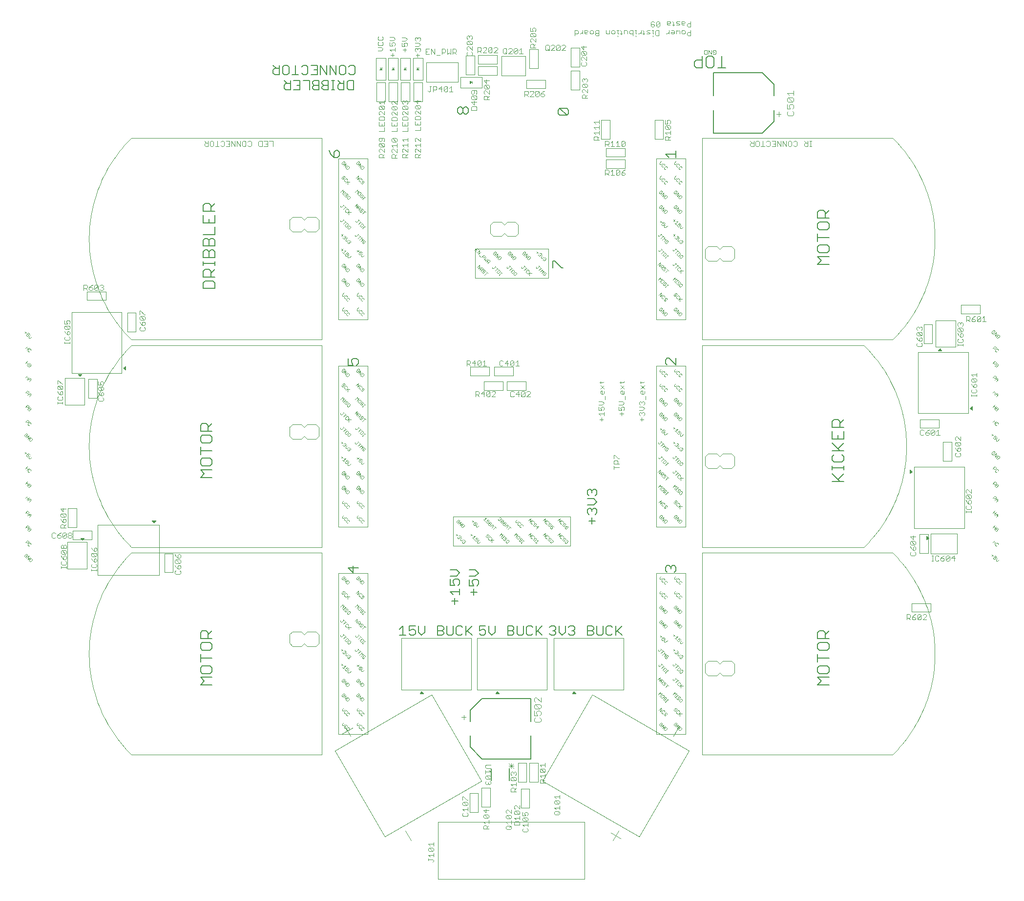
<source format=gbr>
G04 EAGLE Gerber RS-274X export*
G75*
%MOMM*%
%FSLAX34Y34*%
%LPD*%
%INSilkscreen Top*%
%IPPOS*%
%AMOC8*
5,1,8,0,0,1.08239X$1,22.5*%
G01*
%ADD10C,0.050800*%
%ADD11C,0.101600*%
%ADD12C,0.203200*%
%ADD13C,0.100000*%
%ADD14C,0.076200*%
%ADD15C,0.152400*%
%ADD16C,0.177800*%
%ADD17C,0.200000*%

G36*
X745567Y165014D02*
X745567Y165014D01*
X745636Y165020D01*
X745664Y165034D01*
X745695Y165040D01*
X745752Y165079D01*
X745813Y165111D01*
X745833Y165135D01*
X745859Y165153D01*
X745896Y165211D01*
X745940Y165264D01*
X745949Y165294D01*
X745966Y165320D01*
X745977Y165388D01*
X745997Y165454D01*
X745994Y165485D01*
X745999Y165517D01*
X745983Y165583D01*
X745976Y165652D01*
X745959Y165684D01*
X745953Y165710D01*
X745928Y165743D01*
X745899Y165800D01*
X742899Y169800D01*
X742864Y169831D01*
X742840Y169864D01*
X742815Y169879D01*
X742786Y169909D01*
X742767Y169918D01*
X742751Y169932D01*
X742692Y169952D01*
X742669Y169966D01*
X742649Y169969D01*
X742604Y169988D01*
X742583Y169989D01*
X742562Y169995D01*
X742514Y169992D01*
X742505Y169993D01*
X742496Y169993D01*
X742477Y169989D01*
X742405Y169990D01*
X742385Y169982D01*
X742364Y169980D01*
X742320Y169958D01*
X742301Y169954D01*
X742276Y169937D01*
X742221Y169914D01*
X742204Y169898D01*
X742187Y169889D01*
X742162Y169858D01*
X742137Y169841D01*
X742125Y169823D01*
X742101Y169800D01*
X739101Y165800D01*
X739071Y165737D01*
X739034Y165680D01*
X739029Y165648D01*
X739015Y165620D01*
X739012Y165551D01*
X739001Y165483D01*
X739008Y165453D01*
X739007Y165421D01*
X739031Y165357D01*
X739047Y165290D01*
X739066Y165265D01*
X739077Y165235D01*
X739124Y165185D01*
X739165Y165130D01*
X739192Y165114D01*
X739214Y165091D01*
X739277Y165063D01*
X739336Y165028D01*
X739371Y165023D01*
X739396Y165012D01*
X739438Y165011D01*
X739500Y165001D01*
X745500Y165001D01*
X745567Y165014D01*
G37*
G36*
X-21933Y-429986D02*
X-21933Y-429986D01*
X-21864Y-429980D01*
X-21836Y-429966D01*
X-21805Y-429960D01*
X-21748Y-429921D01*
X-21687Y-429889D01*
X-21667Y-429865D01*
X-21641Y-429847D01*
X-21604Y-429789D01*
X-21560Y-429736D01*
X-21551Y-429706D01*
X-21534Y-429680D01*
X-21523Y-429612D01*
X-21503Y-429546D01*
X-21506Y-429515D01*
X-21501Y-429483D01*
X-21517Y-429417D01*
X-21524Y-429348D01*
X-21541Y-429316D01*
X-21547Y-429290D01*
X-21572Y-429257D01*
X-21601Y-429200D01*
X-24601Y-425200D01*
X-24636Y-425169D01*
X-24660Y-425136D01*
X-24685Y-425121D01*
X-24714Y-425091D01*
X-24733Y-425082D01*
X-24749Y-425068D01*
X-24808Y-425049D01*
X-24831Y-425034D01*
X-24851Y-425031D01*
X-24896Y-425012D01*
X-24917Y-425011D01*
X-24938Y-425005D01*
X-24986Y-425008D01*
X-24996Y-425007D01*
X-25005Y-425007D01*
X-25023Y-425011D01*
X-25095Y-425010D01*
X-25115Y-425018D01*
X-25136Y-425020D01*
X-25180Y-425042D01*
X-25199Y-425046D01*
X-25224Y-425063D01*
X-25279Y-425086D01*
X-25296Y-425102D01*
X-25313Y-425111D01*
X-25338Y-425142D01*
X-25363Y-425159D01*
X-25375Y-425177D01*
X-25399Y-425200D01*
X-28399Y-429200D01*
X-28429Y-429263D01*
X-28466Y-429320D01*
X-28471Y-429352D01*
X-28485Y-429380D01*
X-28488Y-429449D01*
X-28499Y-429517D01*
X-28492Y-429547D01*
X-28493Y-429579D01*
X-28469Y-429643D01*
X-28453Y-429710D01*
X-28434Y-429735D01*
X-28423Y-429765D01*
X-28376Y-429815D01*
X-28335Y-429870D01*
X-28308Y-429886D01*
X-28286Y-429909D01*
X-28223Y-429937D01*
X-28164Y-429972D01*
X-28129Y-429977D01*
X-28104Y-429988D01*
X-28062Y-429989D01*
X-28000Y-429999D01*
X-22000Y-429999D01*
X-21933Y-429986D01*
G37*
G36*
X111067Y-429986D02*
X111067Y-429986D01*
X111136Y-429980D01*
X111164Y-429966D01*
X111195Y-429960D01*
X111252Y-429921D01*
X111313Y-429889D01*
X111333Y-429865D01*
X111359Y-429847D01*
X111396Y-429789D01*
X111440Y-429736D01*
X111449Y-429706D01*
X111466Y-429680D01*
X111477Y-429612D01*
X111497Y-429546D01*
X111494Y-429515D01*
X111499Y-429483D01*
X111483Y-429417D01*
X111476Y-429348D01*
X111459Y-429316D01*
X111453Y-429290D01*
X111428Y-429257D01*
X111399Y-429200D01*
X108399Y-425200D01*
X108364Y-425169D01*
X108340Y-425136D01*
X108315Y-425121D01*
X108286Y-425091D01*
X108267Y-425082D01*
X108251Y-425068D01*
X108192Y-425049D01*
X108169Y-425034D01*
X108149Y-425031D01*
X108104Y-425012D01*
X108083Y-425011D01*
X108062Y-425005D01*
X108014Y-425008D01*
X108005Y-425007D01*
X107996Y-425007D01*
X107977Y-425011D01*
X107905Y-425010D01*
X107885Y-425018D01*
X107864Y-425020D01*
X107820Y-425042D01*
X107801Y-425046D01*
X107776Y-425063D01*
X107721Y-425086D01*
X107704Y-425102D01*
X107687Y-425111D01*
X107662Y-425142D01*
X107637Y-425159D01*
X107625Y-425177D01*
X107601Y-425200D01*
X104601Y-429200D01*
X104571Y-429263D01*
X104534Y-429320D01*
X104529Y-429352D01*
X104515Y-429380D01*
X104512Y-429449D01*
X104501Y-429517D01*
X104508Y-429547D01*
X104507Y-429579D01*
X104531Y-429643D01*
X104547Y-429710D01*
X104566Y-429735D01*
X104577Y-429765D01*
X104624Y-429815D01*
X104665Y-429870D01*
X104692Y-429886D01*
X104714Y-429909D01*
X104777Y-429937D01*
X104836Y-429972D01*
X104871Y-429977D01*
X104896Y-429988D01*
X104938Y-429989D01*
X105000Y-429999D01*
X111000Y-429999D01*
X111067Y-429986D01*
G37*
G36*
X-153433Y-429986D02*
X-153433Y-429986D01*
X-153364Y-429980D01*
X-153336Y-429966D01*
X-153305Y-429960D01*
X-153248Y-429921D01*
X-153187Y-429889D01*
X-153167Y-429865D01*
X-153141Y-429847D01*
X-153104Y-429789D01*
X-153060Y-429736D01*
X-153051Y-429706D01*
X-153034Y-429680D01*
X-153023Y-429612D01*
X-153003Y-429546D01*
X-153006Y-429515D01*
X-153001Y-429483D01*
X-153017Y-429417D01*
X-153024Y-429348D01*
X-153041Y-429316D01*
X-153047Y-429290D01*
X-153072Y-429257D01*
X-153101Y-429200D01*
X-156101Y-425200D01*
X-156136Y-425169D01*
X-156160Y-425136D01*
X-156185Y-425121D01*
X-156214Y-425091D01*
X-156233Y-425082D01*
X-156249Y-425068D01*
X-156308Y-425049D01*
X-156331Y-425034D01*
X-156351Y-425031D01*
X-156396Y-425012D01*
X-156417Y-425011D01*
X-156438Y-425005D01*
X-156486Y-425008D01*
X-156496Y-425007D01*
X-156505Y-425007D01*
X-156523Y-425011D01*
X-156595Y-425010D01*
X-156615Y-425018D01*
X-156636Y-425020D01*
X-156680Y-425042D01*
X-156699Y-425046D01*
X-156724Y-425063D01*
X-156779Y-425086D01*
X-156796Y-425102D01*
X-156813Y-425111D01*
X-156838Y-425142D01*
X-156863Y-425159D01*
X-156875Y-425177D01*
X-156899Y-425200D01*
X-159899Y-429200D01*
X-159929Y-429263D01*
X-159966Y-429320D01*
X-159971Y-429352D01*
X-159985Y-429380D01*
X-159988Y-429449D01*
X-159999Y-429517D01*
X-159992Y-429547D01*
X-159993Y-429579D01*
X-159969Y-429643D01*
X-159953Y-429710D01*
X-159934Y-429735D01*
X-159923Y-429765D01*
X-159876Y-429815D01*
X-159835Y-429870D01*
X-159808Y-429886D01*
X-159786Y-429909D01*
X-159723Y-429937D01*
X-159664Y-429972D01*
X-159629Y-429977D01*
X-159604Y-429988D01*
X-159562Y-429989D01*
X-159500Y-429999D01*
X-153500Y-429999D01*
X-153433Y-429986D01*
G37*
G36*
X690583Y-47983D02*
X690583Y-47983D01*
X690652Y-47976D01*
X690684Y-47959D01*
X690710Y-47953D01*
X690743Y-47928D01*
X690800Y-47899D01*
X694800Y-44899D01*
X694825Y-44871D01*
X694853Y-44852D01*
X694872Y-44821D01*
X694909Y-44786D01*
X694918Y-44767D01*
X694932Y-44751D01*
X694948Y-44703D01*
X694960Y-44684D01*
X694964Y-44660D01*
X694988Y-44604D01*
X694989Y-44583D01*
X694995Y-44562D01*
X694991Y-44501D01*
X694993Y-44488D01*
X694990Y-44473D01*
X694990Y-44405D01*
X694982Y-44385D01*
X694980Y-44364D01*
X694949Y-44303D01*
X694947Y-44295D01*
X694941Y-44287D01*
X694914Y-44221D01*
X694898Y-44204D01*
X694889Y-44187D01*
X694855Y-44159D01*
X694800Y-44101D01*
X690800Y-41101D01*
X690737Y-41071D01*
X690680Y-41034D01*
X690648Y-41029D01*
X690620Y-41015D01*
X690551Y-41012D01*
X690483Y-41001D01*
X690453Y-41008D01*
X690421Y-41007D01*
X690357Y-41031D01*
X690290Y-41047D01*
X690265Y-41066D01*
X690235Y-41077D01*
X690185Y-41124D01*
X690130Y-41165D01*
X690114Y-41192D01*
X690091Y-41214D01*
X690063Y-41277D01*
X690028Y-41336D01*
X690023Y-41371D01*
X690012Y-41396D01*
X690011Y-41438D01*
X690001Y-41500D01*
X690001Y-47500D01*
X690014Y-47567D01*
X690020Y-47636D01*
X690034Y-47664D01*
X690040Y-47695D01*
X690079Y-47752D01*
X690111Y-47813D01*
X690135Y-47833D01*
X690153Y-47859D01*
X690211Y-47896D01*
X690264Y-47940D01*
X690294Y-47949D01*
X690320Y-47966D01*
X690388Y-47977D01*
X690454Y-47997D01*
X690485Y-47994D01*
X690517Y-47999D01*
X690583Y-47983D01*
G37*
G36*
X719083Y-162983D02*
X719083Y-162983D01*
X719152Y-162976D01*
X719184Y-162959D01*
X719210Y-162953D01*
X719243Y-162928D01*
X719300Y-162899D01*
X723300Y-159899D01*
X723325Y-159871D01*
X723353Y-159852D01*
X723372Y-159821D01*
X723409Y-159786D01*
X723418Y-159767D01*
X723432Y-159751D01*
X723448Y-159703D01*
X723460Y-159684D01*
X723464Y-159660D01*
X723488Y-159604D01*
X723489Y-159583D01*
X723495Y-159562D01*
X723491Y-159501D01*
X723493Y-159488D01*
X723490Y-159473D01*
X723490Y-159405D01*
X723482Y-159385D01*
X723480Y-159364D01*
X723449Y-159303D01*
X723447Y-159295D01*
X723441Y-159287D01*
X723414Y-159221D01*
X723398Y-159204D01*
X723389Y-159187D01*
X723355Y-159159D01*
X723300Y-159101D01*
X719300Y-156101D01*
X719237Y-156071D01*
X719180Y-156034D01*
X719148Y-156029D01*
X719120Y-156015D01*
X719051Y-156012D01*
X718983Y-156001D01*
X718953Y-156008D01*
X718921Y-156007D01*
X718857Y-156031D01*
X718790Y-156047D01*
X718765Y-156066D01*
X718735Y-156077D01*
X718685Y-156124D01*
X718630Y-156165D01*
X718614Y-156192D01*
X718591Y-156214D01*
X718563Y-156277D01*
X718528Y-156336D01*
X718523Y-156371D01*
X718512Y-156396D01*
X718511Y-156438D01*
X718501Y-156500D01*
X718501Y-162500D01*
X718514Y-162567D01*
X718520Y-162636D01*
X718534Y-162664D01*
X718540Y-162695D01*
X718579Y-162752D01*
X718611Y-162813D01*
X718635Y-162833D01*
X718653Y-162859D01*
X718711Y-162896D01*
X718764Y-162940D01*
X718794Y-162949D01*
X718820Y-162966D01*
X718888Y-162977D01*
X718954Y-162997D01*
X718985Y-162994D01*
X719017Y-162999D01*
X719083Y-162983D01*
G37*
G36*
X-669453Y132008D02*
X-669453Y132008D01*
X-669421Y132007D01*
X-669357Y132031D01*
X-669290Y132047D01*
X-669265Y132066D01*
X-669235Y132077D01*
X-669185Y132124D01*
X-669130Y132165D01*
X-669114Y132192D01*
X-669091Y132214D01*
X-669063Y132277D01*
X-669028Y132336D01*
X-669023Y132371D01*
X-669012Y132396D01*
X-669011Y132438D01*
X-669001Y132500D01*
X-669001Y138500D01*
X-669002Y138504D01*
X-669001Y138508D01*
X-669010Y138543D01*
X-669014Y138567D01*
X-669020Y138636D01*
X-669034Y138664D01*
X-669040Y138695D01*
X-669079Y138752D01*
X-669111Y138813D01*
X-669135Y138833D01*
X-669153Y138859D01*
X-669211Y138896D01*
X-669264Y138940D01*
X-669294Y138949D01*
X-669320Y138966D01*
X-669388Y138977D01*
X-669454Y138997D01*
X-669485Y138994D01*
X-669517Y138999D01*
X-669583Y138983D01*
X-669652Y138976D01*
X-669684Y138959D01*
X-669710Y138953D01*
X-669743Y138928D01*
X-669800Y138899D01*
X-673800Y135899D01*
X-673846Y135848D01*
X-673853Y135843D01*
X-673858Y135835D01*
X-673909Y135786D01*
X-673918Y135767D01*
X-673932Y135751D01*
X-673954Y135684D01*
X-673960Y135675D01*
X-673961Y135666D01*
X-673988Y135604D01*
X-673989Y135583D01*
X-673995Y135562D01*
X-673990Y135495D01*
X-673993Y135479D01*
X-673990Y135465D01*
X-673990Y135405D01*
X-673982Y135385D01*
X-673980Y135364D01*
X-673953Y135311D01*
X-673947Y135286D01*
X-673933Y135266D01*
X-673914Y135221D01*
X-673898Y135204D01*
X-673889Y135187D01*
X-673855Y135159D01*
X-673849Y135153D01*
X-673829Y135125D01*
X-673816Y135117D01*
X-673800Y135101D01*
X-669800Y132101D01*
X-669737Y132071D01*
X-669680Y132034D01*
X-669648Y132029D01*
X-669620Y132015D01*
X-669551Y132012D01*
X-669483Y132001D01*
X-669453Y132008D01*
G37*
G36*
X798547Y62008D02*
X798547Y62008D01*
X798579Y62007D01*
X798643Y62031D01*
X798710Y62047D01*
X798735Y62066D01*
X798765Y62077D01*
X798815Y62124D01*
X798870Y62165D01*
X798886Y62192D01*
X798909Y62214D01*
X798937Y62277D01*
X798972Y62336D01*
X798977Y62371D01*
X798988Y62396D01*
X798989Y62438D01*
X798999Y62500D01*
X798999Y68500D01*
X798998Y68504D01*
X798999Y68508D01*
X798990Y68543D01*
X798986Y68567D01*
X798980Y68636D01*
X798966Y68664D01*
X798960Y68695D01*
X798921Y68752D01*
X798889Y68813D01*
X798865Y68833D01*
X798847Y68859D01*
X798789Y68896D01*
X798736Y68940D01*
X798706Y68949D01*
X798680Y68966D01*
X798612Y68977D01*
X798546Y68997D01*
X798515Y68994D01*
X798483Y68999D01*
X798417Y68983D01*
X798348Y68976D01*
X798316Y68959D01*
X798290Y68953D01*
X798257Y68928D01*
X798200Y68899D01*
X794200Y65899D01*
X794154Y65848D01*
X794147Y65843D01*
X794142Y65835D01*
X794091Y65786D01*
X794082Y65767D01*
X794068Y65751D01*
X794046Y65684D01*
X794040Y65675D01*
X794039Y65666D01*
X794012Y65604D01*
X794011Y65583D01*
X794005Y65562D01*
X794010Y65495D01*
X794007Y65479D01*
X794010Y65465D01*
X794010Y65405D01*
X794018Y65385D01*
X794020Y65364D01*
X794047Y65311D01*
X794053Y65286D01*
X794067Y65266D01*
X794086Y65221D01*
X794102Y65204D01*
X794111Y65187D01*
X794145Y65159D01*
X794151Y65153D01*
X794171Y65125D01*
X794185Y65117D01*
X794200Y65101D01*
X798200Y62101D01*
X798263Y62071D01*
X798320Y62034D01*
X798352Y62029D01*
X798380Y62015D01*
X798449Y62012D01*
X798517Y62001D01*
X798547Y62008D01*
G37*
G36*
X-748484Y120511D02*
X-748484Y120511D01*
X-748405Y120510D01*
X-748385Y120518D01*
X-748364Y120520D01*
X-748294Y120556D01*
X-748221Y120586D01*
X-748204Y120602D01*
X-748187Y120611D01*
X-748159Y120645D01*
X-748101Y120700D01*
X-745101Y124700D01*
X-745071Y124763D01*
X-745034Y124820D01*
X-745029Y124852D01*
X-745015Y124880D01*
X-745012Y124949D01*
X-745001Y125017D01*
X-745008Y125047D01*
X-745007Y125079D01*
X-745031Y125143D01*
X-745047Y125210D01*
X-745066Y125235D01*
X-745077Y125265D01*
X-745124Y125315D01*
X-745165Y125370D01*
X-745192Y125386D01*
X-745214Y125409D01*
X-745277Y125437D01*
X-745336Y125472D01*
X-745371Y125477D01*
X-745396Y125488D01*
X-745438Y125489D01*
X-745500Y125499D01*
X-751500Y125499D01*
X-751567Y125486D01*
X-751636Y125480D01*
X-751664Y125466D01*
X-751695Y125460D01*
X-751752Y125421D01*
X-751813Y125389D01*
X-751833Y125365D01*
X-751859Y125347D01*
X-751896Y125289D01*
X-751940Y125236D01*
X-751949Y125206D01*
X-751966Y125180D01*
X-751977Y125112D01*
X-751997Y125046D01*
X-751994Y125015D01*
X-751999Y124983D01*
X-751983Y124917D01*
X-751976Y124848D01*
X-751959Y124816D01*
X-751953Y124790D01*
X-751928Y124757D01*
X-751899Y124700D01*
X-748899Y120700D01*
X-748840Y120648D01*
X-748786Y120591D01*
X-748767Y120582D01*
X-748751Y120568D01*
X-748676Y120543D01*
X-748604Y120512D01*
X-748583Y120511D01*
X-748562Y120505D01*
X-748484Y120511D01*
G37*
G36*
X-620484Y-133989D02*
X-620484Y-133989D01*
X-620405Y-133990D01*
X-620385Y-133982D01*
X-620364Y-133980D01*
X-620294Y-133944D01*
X-620221Y-133914D01*
X-620204Y-133898D01*
X-620187Y-133889D01*
X-620159Y-133855D01*
X-620101Y-133800D01*
X-617101Y-129800D01*
X-617071Y-129737D01*
X-617034Y-129680D01*
X-617029Y-129648D01*
X-617015Y-129620D01*
X-617012Y-129551D01*
X-617001Y-129483D01*
X-617008Y-129453D01*
X-617007Y-129421D01*
X-617031Y-129357D01*
X-617047Y-129290D01*
X-617066Y-129265D01*
X-617077Y-129235D01*
X-617124Y-129185D01*
X-617165Y-129130D01*
X-617192Y-129114D01*
X-617214Y-129091D01*
X-617277Y-129063D01*
X-617336Y-129028D01*
X-617371Y-129023D01*
X-617396Y-129012D01*
X-617438Y-129011D01*
X-617500Y-129001D01*
X-623500Y-129001D01*
X-623567Y-129014D01*
X-623636Y-129020D01*
X-623664Y-129034D01*
X-623695Y-129040D01*
X-623752Y-129079D01*
X-623813Y-129111D01*
X-623833Y-129135D01*
X-623859Y-129153D01*
X-623896Y-129211D01*
X-623940Y-129264D01*
X-623949Y-129294D01*
X-623966Y-129320D01*
X-623977Y-129388D01*
X-623997Y-129454D01*
X-623994Y-129485D01*
X-623999Y-129517D01*
X-623983Y-129583D01*
X-623976Y-129652D01*
X-623959Y-129684D01*
X-623953Y-129710D01*
X-623928Y-129743D01*
X-623899Y-129800D01*
X-620899Y-133800D01*
X-620840Y-133852D01*
X-620786Y-133909D01*
X-620767Y-133918D01*
X-620751Y-133932D01*
X-620676Y-133957D01*
X-620604Y-133988D01*
X-620583Y-133989D01*
X-620562Y-133995D01*
X-620484Y-133989D01*
G37*
G36*
X-744484Y-163989D02*
X-744484Y-163989D01*
X-744405Y-163990D01*
X-744385Y-163982D01*
X-744364Y-163980D01*
X-744294Y-163944D01*
X-744221Y-163914D01*
X-744204Y-163898D01*
X-744187Y-163889D01*
X-744159Y-163855D01*
X-744101Y-163800D01*
X-741101Y-159800D01*
X-741071Y-159737D01*
X-741034Y-159680D01*
X-741029Y-159648D01*
X-741015Y-159620D01*
X-741012Y-159551D01*
X-741001Y-159483D01*
X-741008Y-159453D01*
X-741007Y-159421D01*
X-741031Y-159357D01*
X-741047Y-159290D01*
X-741066Y-159265D01*
X-741077Y-159235D01*
X-741124Y-159185D01*
X-741165Y-159130D01*
X-741192Y-159114D01*
X-741214Y-159091D01*
X-741277Y-159063D01*
X-741336Y-159028D01*
X-741371Y-159023D01*
X-741396Y-159012D01*
X-741438Y-159011D01*
X-741500Y-159001D01*
X-747500Y-159001D01*
X-747567Y-159014D01*
X-747636Y-159020D01*
X-747664Y-159034D01*
X-747695Y-159040D01*
X-747752Y-159079D01*
X-747813Y-159111D01*
X-747833Y-159135D01*
X-747859Y-159153D01*
X-747896Y-159211D01*
X-747940Y-159264D01*
X-747949Y-159294D01*
X-747966Y-159320D01*
X-747977Y-159388D01*
X-747997Y-159454D01*
X-747994Y-159485D01*
X-747999Y-159517D01*
X-747983Y-159583D01*
X-747976Y-159652D01*
X-747959Y-159684D01*
X-747953Y-159710D01*
X-747928Y-159743D01*
X-747899Y-159800D01*
X-744899Y-163800D01*
X-744840Y-163852D01*
X-744786Y-163909D01*
X-744767Y-163918D01*
X-744751Y-163932D01*
X-744676Y-163957D01*
X-744604Y-163988D01*
X-744583Y-163989D01*
X-744562Y-163995D01*
X-744484Y-163989D01*
G37*
G36*
X-160946Y652512D02*
X-160946Y652512D01*
X-160891Y652513D01*
X-160850Y652531D01*
X-160805Y652540D01*
X-160760Y652572D01*
X-160709Y652594D01*
X-160679Y652627D01*
X-160641Y652653D01*
X-160612Y652699D01*
X-160574Y652740D01*
X-160559Y652782D01*
X-160534Y652820D01*
X-160525Y652875D01*
X-160506Y652927D01*
X-160509Y652972D01*
X-160501Y653017D01*
X-160514Y653070D01*
X-160517Y653125D01*
X-160538Y653174D01*
X-160547Y653210D01*
X-160566Y653236D01*
X-160585Y653277D01*
X-162585Y656277D01*
X-162589Y656282D01*
X-162592Y656288D01*
X-162633Y656327D01*
X-162662Y656366D01*
X-162691Y656383D01*
X-162726Y656417D01*
X-162732Y656420D01*
X-162737Y656424D01*
X-162801Y656448D01*
X-162833Y656467D01*
X-162863Y656472D01*
X-162910Y656491D01*
X-162917Y656491D01*
X-162923Y656493D01*
X-162975Y656491D01*
X-162997Y656495D01*
X-163003Y656495D01*
X-163033Y656489D01*
X-163109Y656487D01*
X-163115Y656484D01*
X-163122Y656484D01*
X-163171Y656461D01*
X-163198Y656455D01*
X-163230Y656433D01*
X-163291Y656406D01*
X-163295Y656401D01*
X-163301Y656398D01*
X-163338Y656359D01*
X-163362Y656343D01*
X-163379Y656315D01*
X-163415Y656277D01*
X-165415Y653277D01*
X-165436Y653226D01*
X-165466Y653180D01*
X-165473Y653135D01*
X-165491Y653093D01*
X-165490Y653038D01*
X-165499Y652983D01*
X-165488Y652939D01*
X-165488Y652894D01*
X-165466Y652844D01*
X-165453Y652790D01*
X-165426Y652754D01*
X-165408Y652712D01*
X-165368Y652674D01*
X-165335Y652630D01*
X-165296Y652607D01*
X-165263Y652576D01*
X-165211Y652557D01*
X-165164Y652528D01*
X-165112Y652520D01*
X-165077Y652507D01*
X-165044Y652508D01*
X-165000Y652501D01*
X-161000Y652501D01*
X-160946Y652512D01*
G37*
G36*
X-182946Y652512D02*
X-182946Y652512D01*
X-182891Y652513D01*
X-182850Y652531D01*
X-182805Y652540D01*
X-182760Y652572D01*
X-182709Y652594D01*
X-182679Y652627D01*
X-182641Y652653D01*
X-182612Y652699D01*
X-182574Y652740D01*
X-182559Y652782D01*
X-182534Y652820D01*
X-182525Y652875D01*
X-182506Y652927D01*
X-182509Y652972D01*
X-182501Y653017D01*
X-182514Y653070D01*
X-182517Y653125D01*
X-182538Y653174D01*
X-182547Y653210D01*
X-182566Y653236D01*
X-182585Y653277D01*
X-184585Y656277D01*
X-184589Y656282D01*
X-184592Y656288D01*
X-184633Y656327D01*
X-184662Y656366D01*
X-184691Y656383D01*
X-184726Y656417D01*
X-184732Y656420D01*
X-184737Y656424D01*
X-184801Y656448D01*
X-184833Y656467D01*
X-184863Y656472D01*
X-184910Y656491D01*
X-184917Y656491D01*
X-184923Y656493D01*
X-184975Y656491D01*
X-184997Y656495D01*
X-185003Y656495D01*
X-185033Y656489D01*
X-185109Y656487D01*
X-185115Y656484D01*
X-185122Y656484D01*
X-185171Y656461D01*
X-185198Y656455D01*
X-185230Y656433D01*
X-185291Y656406D01*
X-185295Y656401D01*
X-185301Y656398D01*
X-185338Y656359D01*
X-185362Y656343D01*
X-185379Y656315D01*
X-185415Y656277D01*
X-187415Y653277D01*
X-187436Y653226D01*
X-187466Y653180D01*
X-187473Y653135D01*
X-187491Y653093D01*
X-187490Y653038D01*
X-187499Y652983D01*
X-187488Y652939D01*
X-187488Y652894D01*
X-187466Y652844D01*
X-187453Y652790D01*
X-187426Y652754D01*
X-187408Y652712D01*
X-187368Y652674D01*
X-187335Y652630D01*
X-187296Y652607D01*
X-187263Y652576D01*
X-187211Y652557D01*
X-187164Y652528D01*
X-187112Y652520D01*
X-187077Y652507D01*
X-187044Y652508D01*
X-187000Y652501D01*
X-183000Y652501D01*
X-182946Y652512D01*
G37*
G36*
X-203946Y652512D02*
X-203946Y652512D01*
X-203891Y652513D01*
X-203850Y652531D01*
X-203805Y652540D01*
X-203760Y652572D01*
X-203709Y652594D01*
X-203679Y652627D01*
X-203641Y652653D01*
X-203612Y652699D01*
X-203574Y652740D01*
X-203559Y652782D01*
X-203534Y652820D01*
X-203525Y652875D01*
X-203506Y652927D01*
X-203509Y652972D01*
X-203501Y653017D01*
X-203514Y653070D01*
X-203517Y653125D01*
X-203538Y653174D01*
X-203547Y653210D01*
X-203566Y653236D01*
X-203585Y653277D01*
X-205585Y656277D01*
X-205589Y656282D01*
X-205592Y656288D01*
X-205633Y656327D01*
X-205662Y656366D01*
X-205691Y656383D01*
X-205726Y656417D01*
X-205732Y656420D01*
X-205737Y656424D01*
X-205801Y656448D01*
X-205833Y656467D01*
X-205863Y656472D01*
X-205910Y656491D01*
X-205917Y656491D01*
X-205923Y656493D01*
X-205975Y656491D01*
X-205997Y656495D01*
X-206003Y656495D01*
X-206033Y656489D01*
X-206109Y656487D01*
X-206115Y656484D01*
X-206122Y656484D01*
X-206171Y656461D01*
X-206198Y656455D01*
X-206230Y656433D01*
X-206291Y656406D01*
X-206295Y656401D01*
X-206301Y656398D01*
X-206338Y656359D01*
X-206362Y656343D01*
X-206379Y656315D01*
X-206415Y656277D01*
X-208415Y653277D01*
X-208436Y653226D01*
X-208466Y653180D01*
X-208473Y653135D01*
X-208491Y653093D01*
X-208490Y653038D01*
X-208499Y652983D01*
X-208488Y652939D01*
X-208488Y652894D01*
X-208466Y652844D01*
X-208453Y652790D01*
X-208426Y652754D01*
X-208408Y652712D01*
X-208368Y652674D01*
X-208335Y652630D01*
X-208296Y652607D01*
X-208263Y652576D01*
X-208211Y652557D01*
X-208164Y652528D01*
X-208112Y652520D01*
X-208077Y652507D01*
X-208044Y652508D01*
X-208000Y652501D01*
X-204000Y652501D01*
X-203946Y652512D01*
G37*
G36*
X-224946Y652512D02*
X-224946Y652512D01*
X-224891Y652513D01*
X-224850Y652531D01*
X-224805Y652540D01*
X-224760Y652572D01*
X-224709Y652594D01*
X-224679Y652627D01*
X-224641Y652653D01*
X-224612Y652699D01*
X-224574Y652740D01*
X-224559Y652782D01*
X-224534Y652820D01*
X-224525Y652875D01*
X-224506Y652927D01*
X-224509Y652972D01*
X-224501Y653017D01*
X-224514Y653070D01*
X-224517Y653125D01*
X-224538Y653174D01*
X-224547Y653210D01*
X-224566Y653236D01*
X-224585Y653277D01*
X-226585Y656277D01*
X-226589Y656282D01*
X-226592Y656288D01*
X-226633Y656327D01*
X-226662Y656366D01*
X-226691Y656383D01*
X-226726Y656417D01*
X-226732Y656420D01*
X-226737Y656424D01*
X-226801Y656448D01*
X-226833Y656467D01*
X-226863Y656472D01*
X-226910Y656491D01*
X-226917Y656491D01*
X-226923Y656493D01*
X-226975Y656491D01*
X-226997Y656495D01*
X-227003Y656495D01*
X-227033Y656489D01*
X-227109Y656487D01*
X-227115Y656484D01*
X-227122Y656484D01*
X-227171Y656461D01*
X-227198Y656455D01*
X-227230Y656433D01*
X-227291Y656406D01*
X-227295Y656401D01*
X-227301Y656398D01*
X-227338Y656359D01*
X-227362Y656343D01*
X-227379Y656315D01*
X-227415Y656277D01*
X-229415Y653277D01*
X-229436Y653226D01*
X-229466Y653180D01*
X-229473Y653135D01*
X-229491Y653093D01*
X-229490Y653038D01*
X-229499Y652983D01*
X-229488Y652939D01*
X-229488Y652894D01*
X-229466Y652844D01*
X-229453Y652790D01*
X-229426Y652754D01*
X-229408Y652712D01*
X-229368Y652674D01*
X-229335Y652630D01*
X-229296Y652607D01*
X-229263Y652576D01*
X-229211Y652557D01*
X-229164Y652528D01*
X-229112Y652520D01*
X-229077Y652507D01*
X-229044Y652508D01*
X-229000Y652501D01*
X-225000Y652501D01*
X-224946Y652512D01*
G37*
G36*
X-72430Y629014D02*
X-72430Y629014D01*
X-72375Y629017D01*
X-72326Y629038D01*
X-72290Y629047D01*
X-72264Y629066D01*
X-72223Y629085D01*
X-69223Y631085D01*
X-69218Y631089D01*
X-69212Y631092D01*
X-69180Y631127D01*
X-69146Y631150D01*
X-69123Y631185D01*
X-69083Y631226D01*
X-69080Y631232D01*
X-69076Y631237D01*
X-69056Y631291D01*
X-69039Y631317D01*
X-69033Y631350D01*
X-69009Y631410D01*
X-69009Y631417D01*
X-69007Y631423D01*
X-69010Y631489D01*
X-69006Y631514D01*
X-69011Y631538D01*
X-69013Y631609D01*
X-69016Y631615D01*
X-69016Y631622D01*
X-69047Y631686D01*
X-69052Y631707D01*
X-69064Y631724D01*
X-69094Y631791D01*
X-69099Y631795D01*
X-69102Y631801D01*
X-69164Y631860D01*
X-69169Y631867D01*
X-69176Y631871D01*
X-69223Y631915D01*
X-72223Y633915D01*
X-72274Y633936D01*
X-72320Y633966D01*
X-72365Y633973D01*
X-72407Y633991D01*
X-72462Y633990D01*
X-72517Y633999D01*
X-72561Y633988D01*
X-72606Y633988D01*
X-72657Y633966D01*
X-72710Y633953D01*
X-72746Y633926D01*
X-72788Y633908D01*
X-72826Y633868D01*
X-72870Y633835D01*
X-72893Y633796D01*
X-72924Y633763D01*
X-72943Y633711D01*
X-72972Y633664D01*
X-72980Y633612D01*
X-72993Y633577D01*
X-72992Y633544D01*
X-72999Y633500D01*
X-72999Y629500D01*
X-72988Y629446D01*
X-72987Y629391D01*
X-72969Y629350D01*
X-72960Y629305D01*
X-72928Y629260D01*
X-72906Y629209D01*
X-72873Y629179D01*
X-72847Y629141D01*
X-72801Y629112D01*
X-72760Y629074D01*
X-72718Y629059D01*
X-72680Y629034D01*
X-72625Y629025D01*
X-72574Y629006D01*
X-72528Y629009D01*
X-72483Y629001D01*
X-72430Y629014D01*
G37*
D10*
X258805Y494753D02*
X256169Y492117D01*
X256169Y489480D01*
X258805Y489480D01*
X261441Y492117D01*
X264751Y488807D02*
X264751Y487488D01*
X264751Y488807D02*
X263433Y490125D01*
X262115Y490125D01*
X259478Y487488D01*
X259478Y486170D01*
X260797Y484852D01*
X262115Y484852D01*
X268720Y484837D02*
X268720Y483519D01*
X268720Y484837D02*
X267402Y486156D01*
X266084Y486156D01*
X263447Y483519D01*
X263447Y482201D01*
X264766Y480883D01*
X266084Y480883D01*
X258805Y469353D02*
X256169Y466717D01*
X256169Y464080D01*
X258805Y464080D01*
X261441Y466717D01*
X264751Y463407D02*
X264751Y462088D01*
X264751Y463407D02*
X263433Y464725D01*
X262115Y464725D01*
X259478Y462088D01*
X259478Y460770D01*
X260797Y459452D01*
X262115Y459452D01*
X268720Y459437D02*
X268720Y458119D01*
X268720Y459437D02*
X267402Y460756D01*
X266084Y460756D01*
X263447Y458119D01*
X263447Y456801D01*
X264766Y455483D01*
X266084Y455483D01*
X281569Y466717D02*
X284205Y469353D01*
X281569Y466717D02*
X281569Y464080D01*
X284205Y464080D01*
X286841Y466717D01*
X290151Y463407D02*
X290151Y462088D01*
X290151Y463407D02*
X288833Y464725D01*
X287515Y464725D01*
X284878Y462088D01*
X284878Y460770D01*
X286197Y459452D01*
X287515Y459452D01*
X294120Y459437D02*
X294120Y458119D01*
X294120Y459437D02*
X292802Y460756D01*
X291484Y460756D01*
X288847Y458119D01*
X288847Y456801D01*
X290166Y455483D01*
X291484Y455483D01*
X281569Y492117D02*
X284205Y494753D01*
X281569Y492117D02*
X281569Y489480D01*
X284205Y489480D01*
X286841Y492117D01*
X290151Y488807D02*
X290151Y487488D01*
X290151Y488807D02*
X288833Y490125D01*
X287515Y490125D01*
X284878Y487488D01*
X284878Y486170D01*
X286197Y484852D01*
X287515Y484852D01*
X294120Y484837D02*
X294120Y483519D01*
X294120Y484837D02*
X292802Y486156D01*
X291484Y486156D01*
X288847Y483519D01*
X288847Y482201D01*
X290166Y480883D01*
X291484Y480883D01*
X260782Y441976D02*
X260782Y440657D01*
X260782Y441976D02*
X259464Y443294D01*
X258146Y443294D01*
X255509Y440657D01*
X255509Y439339D01*
X256828Y438021D01*
X258146Y438021D01*
X259464Y439339D01*
X258146Y440657D01*
X258819Y436029D02*
X262774Y439984D01*
X261456Y433393D01*
X265410Y437347D01*
X266743Y436015D02*
X262788Y432060D01*
X264766Y430083D01*
X266084Y430083D01*
X268720Y432719D01*
X268720Y434037D01*
X266743Y436015D01*
X286182Y440657D02*
X286182Y441976D01*
X284864Y443294D01*
X283546Y443294D01*
X280909Y440657D01*
X280909Y439339D01*
X282228Y438021D01*
X283546Y438021D01*
X284864Y439339D01*
X283546Y440657D01*
X284219Y436029D02*
X288174Y439984D01*
X286856Y433393D01*
X290810Y437347D01*
X292143Y436015D02*
X288188Y432060D01*
X290166Y430083D01*
X291484Y430083D01*
X294120Y432719D01*
X294120Y434037D01*
X292143Y436015D01*
X286182Y416576D02*
X286182Y415257D01*
X286182Y416576D02*
X284864Y417894D01*
X283546Y417894D01*
X280909Y415257D01*
X280909Y413939D01*
X282228Y412621D01*
X283546Y412621D01*
X284864Y413939D01*
X283546Y415257D01*
X284219Y410629D02*
X288174Y414584D01*
X286856Y407993D01*
X290810Y411947D01*
X292143Y410615D02*
X288188Y406660D01*
X290166Y404683D01*
X291484Y404683D01*
X294120Y407319D01*
X294120Y408637D01*
X292143Y410615D01*
X260782Y415257D02*
X260782Y416576D01*
X259464Y417894D01*
X258146Y417894D01*
X255509Y415257D01*
X255509Y413939D01*
X256828Y412621D01*
X258146Y412621D01*
X259464Y413939D01*
X258146Y415257D01*
X258819Y410629D02*
X262774Y414584D01*
X261456Y407993D01*
X265410Y411947D01*
X266743Y410615D02*
X262788Y406660D01*
X264766Y404683D01*
X266084Y404683D01*
X268720Y407319D01*
X268720Y408637D01*
X266743Y410615D01*
X256828Y391176D02*
X259464Y388539D01*
X256828Y388539D02*
X259464Y391176D01*
X262774Y389184D02*
X265410Y386547D01*
X262774Y389184D02*
X260797Y387207D01*
X262774Y386547D01*
X263433Y385888D01*
X263433Y384570D01*
X262115Y383252D01*
X260797Y383252D01*
X259478Y384570D01*
X259478Y385888D01*
X264107Y382578D02*
X266743Y385215D01*
X264107Y382578D02*
X264107Y379942D01*
X266743Y379942D01*
X269379Y382578D01*
X280243Y393160D02*
X282880Y390524D01*
X282880Y393160D02*
X280243Y390524D01*
X284871Y389850D02*
X287508Y389850D01*
X283553Y385896D01*
X282235Y387214D02*
X284871Y384577D01*
X290159Y387199D02*
X292795Y384563D01*
X290159Y387199D02*
X288181Y385222D01*
X290159Y384563D01*
X290818Y383904D01*
X290818Y382586D01*
X289499Y381267D01*
X288181Y381267D01*
X286863Y382586D01*
X286863Y383904D01*
X291491Y380594D02*
X294128Y383230D01*
X291491Y380594D02*
X291491Y377957D01*
X294128Y377957D01*
X296764Y380594D01*
X282880Y365124D02*
X280243Y367760D01*
X280243Y365124D02*
X282880Y367760D01*
X285530Y365109D02*
X286849Y365109D01*
X288167Y363791D01*
X288167Y362473D01*
X287508Y361814D01*
X286189Y361814D01*
X285530Y362473D01*
X286189Y361814D02*
X286189Y360496D01*
X285530Y359836D01*
X284212Y359836D01*
X282894Y361155D01*
X282894Y362473D01*
X287522Y359163D02*
X290159Y361799D01*
X287522Y359163D02*
X287522Y356526D01*
X290159Y356526D01*
X292795Y359163D01*
X293468Y357171D02*
X294787Y357171D01*
X296105Y355853D01*
X296105Y354535D01*
X295446Y353876D01*
X294128Y353876D01*
X293468Y354535D01*
X294128Y353876D02*
X294128Y352557D01*
X293468Y351898D01*
X292150Y351898D01*
X290832Y353217D01*
X290832Y354535D01*
X253525Y365124D02*
X253525Y366442D01*
X253525Y365124D02*
X254184Y364465D01*
X255502Y364465D01*
X258798Y367760D01*
X258139Y368419D02*
X259457Y367101D01*
X262108Y364450D02*
X258153Y360496D01*
X260789Y365768D02*
X263426Y363132D01*
X264759Y361799D02*
X260804Y357845D01*
X264759Y359163D02*
X264759Y361799D01*
X264759Y359163D02*
X267395Y359163D01*
X263440Y355208D01*
X270705Y355853D02*
X270705Y354535D01*
X270705Y355853D02*
X269387Y357171D01*
X268068Y357171D01*
X267409Y356512D01*
X267409Y355194D01*
X268728Y353876D01*
X268728Y352557D01*
X268068Y351898D01*
X266750Y351898D01*
X265432Y353217D01*
X265432Y354535D01*
X254186Y340380D02*
X254186Y339062D01*
X254846Y338403D01*
X256164Y338403D01*
X259459Y341699D01*
X258800Y342358D02*
X260118Y341040D01*
X262769Y338389D02*
X258815Y334434D01*
X264087Y337070D02*
X261451Y339707D01*
X265420Y335738D02*
X261465Y331783D01*
X263443Y329806D01*
X264761Y329806D01*
X267397Y332442D01*
X267397Y333761D01*
X265420Y335738D01*
X265434Y327814D02*
X266753Y326496D01*
X266093Y327155D02*
X270048Y331110D01*
X269389Y331769D02*
X270707Y330451D01*
X278925Y339724D02*
X278925Y341042D01*
X278925Y339724D02*
X279584Y339065D01*
X280902Y339065D01*
X284198Y342360D01*
X283539Y343019D02*
X284857Y341701D01*
X287508Y339050D02*
X283553Y335096D01*
X286189Y340368D02*
X288826Y337732D01*
X290159Y336399D02*
X286204Y332445D01*
X288181Y330467D01*
X289499Y330467D01*
X292136Y333104D01*
X292136Y334422D01*
X290159Y336399D01*
X294787Y331771D02*
X296105Y330453D01*
X294787Y331771D02*
X293468Y331771D01*
X290832Y329135D01*
X290832Y327817D01*
X292150Y326498D01*
X293468Y326498D01*
X296105Y329135D01*
X296105Y330453D01*
X256820Y318937D02*
X252866Y314983D01*
X255502Y312346D02*
X256820Y318937D01*
X259457Y316301D02*
X255502Y312346D01*
X256835Y311014D02*
X260789Y314968D01*
X262767Y312991D01*
X262767Y311673D01*
X261449Y310355D01*
X260130Y310355D01*
X258153Y312332D01*
X259471Y311014D02*
X259471Y308377D01*
X266736Y309022D02*
X266736Y307704D01*
X266736Y309022D02*
X265418Y310340D01*
X264099Y310340D01*
X263440Y309681D01*
X263440Y308363D01*
X264759Y307045D01*
X264759Y305726D01*
X264099Y305067D01*
X262781Y305067D01*
X261463Y306386D01*
X261463Y307704D01*
X266091Y301757D02*
X270046Y305712D01*
X268728Y307030D02*
X271364Y304394D01*
X278925Y314324D02*
X278925Y315642D01*
X278925Y314324D02*
X279584Y313665D01*
X280902Y313665D01*
X284198Y316960D01*
X283539Y317619D02*
X284857Y316301D01*
X287508Y313650D02*
X283553Y309696D01*
X286189Y314968D02*
X288826Y312332D01*
X292136Y309022D02*
X292136Y307704D01*
X292136Y309022D02*
X290818Y310340D01*
X289499Y310340D01*
X286863Y307704D01*
X286863Y306386D01*
X288181Y305067D01*
X289499Y305067D01*
X290173Y303076D02*
X294128Y307030D01*
X296764Y304394D02*
X291491Y304394D01*
X292809Y304394D02*
X292809Y300439D01*
X257482Y292876D02*
X253527Y288921D01*
X257482Y290240D02*
X257482Y292876D01*
X257482Y290240D02*
X260118Y290240D01*
X256164Y286285D01*
X262110Y288248D02*
X263428Y286930D01*
X262110Y288248D02*
X260792Y288248D01*
X258155Y285611D01*
X258155Y284293D01*
X259474Y282975D01*
X260792Y282975D01*
X263428Y285611D01*
X263428Y286930D01*
X267397Y282961D02*
X267397Y281642D01*
X267397Y282961D02*
X266079Y284279D01*
X264761Y284279D01*
X264102Y283620D01*
X264102Y282301D01*
X265420Y280983D01*
X265420Y279665D01*
X264761Y279006D01*
X263443Y279006D01*
X262124Y280324D01*
X262124Y281642D01*
X265434Y277014D02*
X266753Y275696D01*
X266093Y276355D02*
X270048Y280310D01*
X269389Y280969D02*
X270707Y279651D01*
X278927Y288921D02*
X282882Y292876D01*
X282882Y290240D01*
X285518Y290240D01*
X281564Y286285D01*
X282896Y284952D02*
X284215Y283634D01*
X283555Y284293D02*
X287510Y288248D01*
X286851Y288907D02*
X288169Y287589D01*
X291474Y284284D02*
X291474Y282965D01*
X291474Y284284D02*
X290156Y285602D01*
X288838Y285602D01*
X288179Y284943D01*
X288179Y283624D01*
X289497Y282306D01*
X289497Y280988D01*
X288838Y280329D01*
X287520Y280329D01*
X286201Y281647D01*
X286201Y282965D01*
X294125Y281633D02*
X295443Y280314D01*
X294125Y281633D02*
X292807Y281633D01*
X290170Y278996D01*
X290170Y277678D01*
X291489Y276360D01*
X292807Y276360D01*
X295443Y278996D01*
X295443Y280314D01*
X258805Y266153D02*
X254850Y262198D01*
X257487Y259562D02*
X258805Y266153D01*
X261441Y263517D02*
X257487Y259562D01*
X264751Y260207D02*
X264751Y258888D01*
X264751Y260207D02*
X263433Y261525D01*
X262115Y261525D01*
X259478Y258888D01*
X259478Y257570D01*
X260797Y256252D01*
X262115Y256252D01*
X268720Y256237D02*
X268720Y254919D01*
X268720Y256237D02*
X267402Y257556D01*
X266084Y257556D01*
X265425Y256897D01*
X265425Y255578D01*
X266743Y254260D01*
X266743Y252942D01*
X266084Y252283D01*
X264766Y252283D01*
X263447Y253601D01*
X263447Y254919D01*
X286182Y262857D02*
X286182Y264176D01*
X284864Y265494D01*
X283546Y265494D01*
X282887Y264835D01*
X282887Y263517D01*
X284205Y262198D01*
X284205Y260880D01*
X283546Y260221D01*
X282228Y260221D01*
X280909Y261539D01*
X280909Y262857D01*
X290151Y260207D02*
X290151Y258888D01*
X290151Y260207D02*
X288833Y261525D01*
X287515Y261525D01*
X284878Y258888D01*
X284878Y257570D01*
X286197Y256252D01*
X287515Y256252D01*
X288188Y254260D02*
X292143Y258215D01*
X289507Y255578D02*
X294779Y255578D01*
X290825Y255578D02*
X290825Y251624D01*
X260782Y238776D02*
X260782Y237457D01*
X260782Y238776D02*
X259464Y240094D01*
X258146Y240094D01*
X255509Y237457D01*
X255509Y236139D01*
X256828Y234821D01*
X258146Y234821D01*
X259464Y236139D01*
X258146Y237457D01*
X258819Y232829D02*
X262774Y236784D01*
X261456Y230193D01*
X265410Y234147D01*
X266743Y232815D02*
X262788Y228860D01*
X264766Y226883D01*
X266084Y226883D01*
X268720Y229519D01*
X268720Y230837D01*
X266743Y232815D01*
X286182Y237457D02*
X286182Y238776D01*
X284864Y240094D01*
X283546Y240094D01*
X280909Y237457D01*
X280909Y236139D01*
X282228Y234821D01*
X283546Y234821D01*
X284864Y236139D01*
X283546Y237457D01*
X284219Y232829D02*
X288174Y236784D01*
X286856Y230193D01*
X290810Y234147D01*
X292143Y232815D02*
X288188Y228860D01*
X290166Y226883D01*
X291484Y226883D01*
X294120Y229519D01*
X294120Y230837D01*
X292143Y232815D01*
D11*
X300700Y220300D02*
X300700Y499700D01*
X300700Y220300D02*
X249900Y220300D01*
X249900Y499700D01*
X300700Y499700D01*
D10*
X258805Y134753D02*
X256169Y132117D01*
X256169Y129480D01*
X258805Y129480D01*
X261441Y132117D01*
X264751Y128807D02*
X264751Y127488D01*
X264751Y128807D02*
X263433Y130125D01*
X262115Y130125D01*
X259478Y127488D01*
X259478Y126170D01*
X260797Y124852D01*
X262115Y124852D01*
X268720Y124837D02*
X268720Y123519D01*
X268720Y124837D02*
X267402Y126156D01*
X266084Y126156D01*
X263447Y123519D01*
X263447Y122201D01*
X264766Y120883D01*
X266084Y120883D01*
X258805Y109353D02*
X256169Y106717D01*
X256169Y104080D01*
X258805Y104080D01*
X261441Y106717D01*
X264751Y103407D02*
X264751Y102088D01*
X264751Y103407D02*
X263433Y104725D01*
X262115Y104725D01*
X259478Y102088D01*
X259478Y100770D01*
X260797Y99452D01*
X262115Y99452D01*
X268720Y99437D02*
X268720Y98119D01*
X268720Y99437D02*
X267402Y100756D01*
X266084Y100756D01*
X263447Y98119D01*
X263447Y96801D01*
X264766Y95483D01*
X266084Y95483D01*
X281569Y106717D02*
X284205Y109353D01*
X281569Y106717D02*
X281569Y104080D01*
X284205Y104080D01*
X286841Y106717D01*
X290151Y103407D02*
X290151Y102088D01*
X290151Y103407D02*
X288833Y104725D01*
X287515Y104725D01*
X284878Y102088D01*
X284878Y100770D01*
X286197Y99452D01*
X287515Y99452D01*
X294120Y99437D02*
X294120Y98119D01*
X294120Y99437D02*
X292802Y100756D01*
X291484Y100756D01*
X288847Y98119D01*
X288847Y96801D01*
X290166Y95483D01*
X291484Y95483D01*
X281569Y132117D02*
X284205Y134753D01*
X281569Y132117D02*
X281569Y129480D01*
X284205Y129480D01*
X286841Y132117D01*
X290151Y128807D02*
X290151Y127488D01*
X290151Y128807D02*
X288833Y130125D01*
X287515Y130125D01*
X284878Y127488D01*
X284878Y126170D01*
X286197Y124852D01*
X287515Y124852D01*
X294120Y124837D02*
X294120Y123519D01*
X294120Y124837D02*
X292802Y126156D01*
X291484Y126156D01*
X288847Y123519D01*
X288847Y122201D01*
X290166Y120883D01*
X291484Y120883D01*
X260782Y81976D02*
X260782Y80657D01*
X260782Y81976D02*
X259464Y83294D01*
X258146Y83294D01*
X255509Y80657D01*
X255509Y79339D01*
X256828Y78021D01*
X258146Y78021D01*
X259464Y79339D01*
X258146Y80657D01*
X258819Y76029D02*
X262774Y79984D01*
X261456Y73393D01*
X265410Y77347D01*
X266743Y76015D02*
X262788Y72060D01*
X264766Y70083D01*
X266084Y70083D01*
X268720Y72719D01*
X268720Y74037D01*
X266743Y76015D01*
X286182Y80657D02*
X286182Y81976D01*
X284864Y83294D01*
X283546Y83294D01*
X280909Y80657D01*
X280909Y79339D01*
X282228Y78021D01*
X283546Y78021D01*
X284864Y79339D01*
X283546Y80657D01*
X284219Y76029D02*
X288174Y79984D01*
X286856Y73393D01*
X290810Y77347D01*
X292143Y76015D02*
X288188Y72060D01*
X290166Y70083D01*
X291484Y70083D01*
X294120Y72719D01*
X294120Y74037D01*
X292143Y76015D01*
X286182Y56576D02*
X286182Y55257D01*
X286182Y56576D02*
X284864Y57894D01*
X283546Y57894D01*
X280909Y55257D01*
X280909Y53939D01*
X282228Y52621D01*
X283546Y52621D01*
X284864Y53939D01*
X283546Y55257D01*
X284219Y50629D02*
X288174Y54584D01*
X286856Y47993D01*
X290810Y51947D01*
X292143Y50615D02*
X288188Y46660D01*
X290166Y44683D01*
X291484Y44683D01*
X294120Y47319D01*
X294120Y48637D01*
X292143Y50615D01*
X260782Y55257D02*
X260782Y56576D01*
X259464Y57894D01*
X258146Y57894D01*
X255509Y55257D01*
X255509Y53939D01*
X256828Y52621D01*
X258146Y52621D01*
X259464Y53939D01*
X258146Y55257D01*
X258819Y50629D02*
X262774Y54584D01*
X261456Y47993D01*
X265410Y51947D01*
X266743Y50615D02*
X262788Y46660D01*
X264766Y44683D01*
X266084Y44683D01*
X268720Y47319D01*
X268720Y48637D01*
X266743Y50615D01*
X256828Y31176D02*
X259464Y28539D01*
X256828Y28539D02*
X259464Y31176D01*
X262774Y29184D02*
X265410Y26547D01*
X262774Y29184D02*
X260797Y27207D01*
X262774Y26547D01*
X263433Y25888D01*
X263433Y24570D01*
X262115Y23252D01*
X260797Y23252D01*
X259478Y24570D01*
X259478Y25888D01*
X264107Y22578D02*
X266743Y25215D01*
X264107Y22578D02*
X264107Y19942D01*
X266743Y19942D01*
X269379Y22578D01*
X280243Y33160D02*
X282880Y30524D01*
X282880Y33160D02*
X280243Y30524D01*
X284871Y29850D02*
X287508Y29850D01*
X283553Y25896D01*
X282235Y27214D02*
X284871Y24577D01*
X290159Y27199D02*
X292795Y24563D01*
X290159Y27199D02*
X288181Y25222D01*
X290159Y24563D01*
X290818Y23904D01*
X290818Y22586D01*
X289499Y21267D01*
X288181Y21267D01*
X286863Y22586D01*
X286863Y23904D01*
X291491Y20594D02*
X294128Y23230D01*
X291491Y20594D02*
X291491Y17957D01*
X294128Y17957D01*
X296764Y20594D01*
X282880Y5124D02*
X280243Y7760D01*
X280243Y5124D02*
X282880Y7760D01*
X285530Y5109D02*
X286849Y5109D01*
X288167Y3791D01*
X288167Y2473D01*
X287508Y1814D01*
X286189Y1814D01*
X285530Y2473D01*
X286189Y1814D02*
X286189Y496D01*
X285530Y-164D01*
X284212Y-164D01*
X282894Y1155D01*
X282894Y2473D01*
X287522Y-837D02*
X290159Y1799D01*
X287522Y-837D02*
X287522Y-3474D01*
X290159Y-3474D01*
X292795Y-837D01*
X293468Y-2829D02*
X294787Y-2829D01*
X296105Y-4147D01*
X296105Y-5465D01*
X295446Y-6124D01*
X294128Y-6124D01*
X293468Y-5465D01*
X294128Y-6124D02*
X294128Y-7443D01*
X293468Y-8102D01*
X292150Y-8102D01*
X290832Y-6783D01*
X290832Y-5465D01*
X253525Y5124D02*
X253525Y6442D01*
X253525Y5124D02*
X254184Y4465D01*
X255502Y4465D01*
X258798Y7760D01*
X258139Y8419D02*
X259457Y7101D01*
X262108Y4450D02*
X258153Y496D01*
X260789Y5768D02*
X263426Y3132D01*
X264759Y1799D02*
X260804Y-2155D01*
X264759Y-837D02*
X264759Y1799D01*
X264759Y-837D02*
X267395Y-837D01*
X263440Y-4792D01*
X270705Y-4147D02*
X270705Y-5465D01*
X270705Y-4147D02*
X269387Y-2829D01*
X268068Y-2829D01*
X267409Y-3488D01*
X267409Y-4806D01*
X268728Y-6124D01*
X268728Y-7443D01*
X268068Y-8102D01*
X266750Y-8102D01*
X265432Y-6783D01*
X265432Y-5465D01*
X254186Y-19619D02*
X254186Y-20938D01*
X254846Y-21597D01*
X256164Y-21597D01*
X259459Y-18301D01*
X258800Y-17642D02*
X260118Y-18960D01*
X262769Y-21611D02*
X258815Y-25566D01*
X264087Y-22929D02*
X261451Y-20293D01*
X265420Y-24262D02*
X261465Y-28217D01*
X263443Y-30194D01*
X264761Y-30194D01*
X267397Y-27558D01*
X267397Y-26239D01*
X265420Y-24262D01*
X265434Y-32186D02*
X266753Y-33504D01*
X266093Y-32845D02*
X270048Y-28890D01*
X269389Y-28231D02*
X270707Y-29549D01*
X278925Y-20276D02*
X278925Y-18958D01*
X278925Y-20276D02*
X279584Y-20935D01*
X280902Y-20935D01*
X284198Y-17640D01*
X283539Y-16981D02*
X284857Y-18299D01*
X287508Y-20950D02*
X283553Y-24904D01*
X286189Y-19631D02*
X288826Y-22268D01*
X290159Y-23600D02*
X286204Y-27555D01*
X288181Y-29532D01*
X289499Y-29532D01*
X292136Y-26896D01*
X292136Y-25578D01*
X290159Y-23600D01*
X294787Y-28229D02*
X296105Y-29547D01*
X294787Y-28229D02*
X293468Y-28229D01*
X290832Y-30865D01*
X290832Y-32183D01*
X292150Y-33502D01*
X293468Y-33502D01*
X296105Y-30865D01*
X296105Y-29547D01*
X256820Y-41062D02*
X252866Y-45017D01*
X255502Y-47654D02*
X256820Y-41062D01*
X259457Y-43699D02*
X255502Y-47654D01*
X256835Y-48986D02*
X260789Y-45031D01*
X262767Y-47009D01*
X262767Y-48327D01*
X261449Y-49645D01*
X260130Y-49645D01*
X258153Y-47668D01*
X259471Y-48986D02*
X259471Y-51623D01*
X266736Y-50978D02*
X266736Y-52296D01*
X266736Y-50978D02*
X265418Y-49660D01*
X264099Y-49660D01*
X263440Y-50319D01*
X263440Y-51637D01*
X264759Y-52955D01*
X264759Y-54273D01*
X264099Y-54932D01*
X262781Y-54932D01*
X261463Y-53614D01*
X261463Y-52296D01*
X266091Y-58242D02*
X270046Y-54288D01*
X268728Y-52970D02*
X271364Y-55606D01*
X278925Y-45676D02*
X278925Y-44358D01*
X278925Y-45676D02*
X279584Y-46335D01*
X280902Y-46335D01*
X284198Y-43040D01*
X283539Y-42381D02*
X284857Y-43699D01*
X287508Y-46350D02*
X283553Y-50304D01*
X286189Y-45031D02*
X288826Y-47668D01*
X292136Y-50978D02*
X292136Y-52296D01*
X292136Y-50978D02*
X290818Y-49660D01*
X289499Y-49660D01*
X286863Y-52296D01*
X286863Y-53614D01*
X288181Y-54932D01*
X289499Y-54932D01*
X290173Y-56924D02*
X294128Y-52970D01*
X296764Y-55606D02*
X291491Y-55606D01*
X292809Y-55606D02*
X292809Y-59561D01*
X257482Y-67124D02*
X253527Y-71079D01*
X257482Y-69760D02*
X257482Y-67124D01*
X257482Y-69760D02*
X260118Y-69760D01*
X256164Y-73715D01*
X262110Y-71752D02*
X263428Y-73070D01*
X262110Y-71752D02*
X260792Y-71752D01*
X258155Y-74389D01*
X258155Y-75707D01*
X259474Y-77025D01*
X260792Y-77025D01*
X263428Y-74389D01*
X263428Y-73070D01*
X267397Y-77039D02*
X267397Y-78358D01*
X267397Y-77039D02*
X266079Y-75721D01*
X264761Y-75721D01*
X264102Y-76380D01*
X264102Y-77698D01*
X265420Y-79017D01*
X265420Y-80335D01*
X264761Y-80994D01*
X263443Y-80994D01*
X262124Y-79676D01*
X262124Y-78358D01*
X265434Y-82986D02*
X266753Y-84304D01*
X266093Y-83645D02*
X270048Y-79690D01*
X269389Y-79031D02*
X270707Y-80349D01*
X278927Y-71079D02*
X282882Y-67124D01*
X282882Y-69760D01*
X285518Y-69760D01*
X281564Y-73715D01*
X282896Y-75048D02*
X284215Y-76366D01*
X283555Y-75707D02*
X287510Y-71752D01*
X286851Y-71093D02*
X288169Y-72411D01*
X291474Y-75716D02*
X291474Y-77035D01*
X291474Y-75716D02*
X290156Y-74398D01*
X288838Y-74398D01*
X288179Y-75057D01*
X288179Y-76375D01*
X289497Y-77694D01*
X289497Y-79012D01*
X288838Y-79671D01*
X287520Y-79671D01*
X286201Y-78353D01*
X286201Y-77035D01*
X294125Y-78367D02*
X295443Y-79685D01*
X294125Y-78367D02*
X292807Y-78367D01*
X290170Y-81004D01*
X290170Y-82322D01*
X291489Y-83640D01*
X292807Y-83640D01*
X295443Y-81004D01*
X295443Y-79685D01*
X258805Y-93847D02*
X254850Y-97802D01*
X257487Y-100438D02*
X258805Y-93847D01*
X261441Y-96483D02*
X257487Y-100438D01*
X264751Y-99793D02*
X264751Y-101112D01*
X264751Y-99793D02*
X263433Y-98475D01*
X262115Y-98475D01*
X259478Y-101112D01*
X259478Y-102430D01*
X260797Y-103748D01*
X262115Y-103748D01*
X268720Y-103762D02*
X268720Y-105081D01*
X268720Y-103762D02*
X267402Y-102444D01*
X266084Y-102444D01*
X265425Y-103103D01*
X265425Y-104421D01*
X266743Y-105740D01*
X266743Y-107058D01*
X266084Y-107717D01*
X264766Y-107717D01*
X263447Y-106399D01*
X263447Y-105081D01*
X286182Y-97143D02*
X286182Y-95824D01*
X284864Y-94506D01*
X283546Y-94506D01*
X282887Y-95165D01*
X282887Y-96483D01*
X284205Y-97802D01*
X284205Y-99120D01*
X283546Y-99779D01*
X282228Y-99779D01*
X280909Y-98461D01*
X280909Y-97143D01*
X290151Y-99793D02*
X290151Y-101112D01*
X290151Y-99793D02*
X288833Y-98475D01*
X287515Y-98475D01*
X284878Y-101112D01*
X284878Y-102430D01*
X286197Y-103748D01*
X287515Y-103748D01*
X288188Y-105740D02*
X292143Y-101785D01*
X289507Y-104421D02*
X294779Y-104421D01*
X290825Y-104421D02*
X290825Y-108376D01*
X260782Y-121224D02*
X260782Y-122543D01*
X260782Y-121224D02*
X259464Y-119906D01*
X258146Y-119906D01*
X255509Y-122543D01*
X255509Y-123861D01*
X256828Y-125179D01*
X258146Y-125179D01*
X259464Y-123861D01*
X258146Y-122543D01*
X258819Y-127171D02*
X262774Y-123216D01*
X261456Y-129807D01*
X265410Y-125852D01*
X266743Y-127185D02*
X262788Y-131140D01*
X264766Y-133117D01*
X266084Y-133117D01*
X268720Y-130481D01*
X268720Y-129162D01*
X266743Y-127185D01*
X286182Y-122543D02*
X286182Y-121224D01*
X284864Y-119906D01*
X283546Y-119906D01*
X280909Y-122543D01*
X280909Y-123861D01*
X282228Y-125179D01*
X283546Y-125179D01*
X284864Y-123861D01*
X283546Y-122543D01*
X284219Y-127171D02*
X288174Y-123216D01*
X286856Y-129807D01*
X290810Y-125852D01*
X292143Y-127185D02*
X288188Y-131140D01*
X290166Y-133117D01*
X291484Y-133117D01*
X294120Y-130481D01*
X294120Y-129162D01*
X292143Y-127185D01*
D11*
X300700Y-139700D02*
X300700Y139700D01*
X300700Y-139700D02*
X249900Y-139700D01*
X249900Y139700D01*
X300700Y139700D01*
D10*
X258805Y-225247D02*
X256169Y-227883D01*
X256169Y-230520D01*
X258805Y-230520D01*
X261441Y-227883D01*
X264751Y-231193D02*
X264751Y-232512D01*
X264751Y-231193D02*
X263433Y-229875D01*
X262115Y-229875D01*
X259478Y-232512D01*
X259478Y-233830D01*
X260797Y-235148D01*
X262115Y-235148D01*
X268720Y-235162D02*
X268720Y-236481D01*
X268720Y-235162D02*
X267402Y-233844D01*
X266084Y-233844D01*
X263447Y-236481D01*
X263447Y-237799D01*
X264766Y-239117D01*
X266084Y-239117D01*
X258805Y-250647D02*
X256169Y-253283D01*
X256169Y-255920D01*
X258805Y-255920D01*
X261441Y-253283D01*
X264751Y-256593D02*
X264751Y-257912D01*
X264751Y-256593D02*
X263433Y-255275D01*
X262115Y-255275D01*
X259478Y-257912D01*
X259478Y-259230D01*
X260797Y-260548D01*
X262115Y-260548D01*
X268720Y-260562D02*
X268720Y-261881D01*
X268720Y-260562D02*
X267402Y-259244D01*
X266084Y-259244D01*
X263447Y-261881D01*
X263447Y-263199D01*
X264766Y-264517D01*
X266084Y-264517D01*
X281569Y-253283D02*
X284205Y-250647D01*
X281569Y-253283D02*
X281569Y-255920D01*
X284205Y-255920D01*
X286841Y-253283D01*
X290151Y-256593D02*
X290151Y-257912D01*
X290151Y-256593D02*
X288833Y-255275D01*
X287515Y-255275D01*
X284878Y-257912D01*
X284878Y-259230D01*
X286197Y-260548D01*
X287515Y-260548D01*
X294120Y-260562D02*
X294120Y-261881D01*
X294120Y-260562D02*
X292802Y-259244D01*
X291484Y-259244D01*
X288847Y-261881D01*
X288847Y-263199D01*
X290166Y-264517D01*
X291484Y-264517D01*
X281569Y-227883D02*
X284205Y-225247D01*
X281569Y-227883D02*
X281569Y-230520D01*
X284205Y-230520D01*
X286841Y-227883D01*
X290151Y-231193D02*
X290151Y-232512D01*
X290151Y-231193D02*
X288833Y-229875D01*
X287515Y-229875D01*
X284878Y-232512D01*
X284878Y-233830D01*
X286197Y-235148D01*
X287515Y-235148D01*
X294120Y-235162D02*
X294120Y-236481D01*
X294120Y-235162D02*
X292802Y-233844D01*
X291484Y-233844D01*
X288847Y-236481D01*
X288847Y-237799D01*
X290166Y-239117D01*
X291484Y-239117D01*
X260782Y-278024D02*
X260782Y-279343D01*
X260782Y-278024D02*
X259464Y-276706D01*
X258146Y-276706D01*
X255509Y-279343D01*
X255509Y-280661D01*
X256828Y-281979D01*
X258146Y-281979D01*
X259464Y-280661D01*
X258146Y-279343D01*
X258819Y-283971D02*
X262774Y-280016D01*
X261456Y-286607D01*
X265410Y-282652D01*
X266743Y-283985D02*
X262788Y-287940D01*
X264766Y-289917D01*
X266084Y-289917D01*
X268720Y-287281D01*
X268720Y-285962D01*
X266743Y-283985D01*
X286182Y-279343D02*
X286182Y-278024D01*
X284864Y-276706D01*
X283546Y-276706D01*
X280909Y-279343D01*
X280909Y-280661D01*
X282228Y-281979D01*
X283546Y-281979D01*
X284864Y-280661D01*
X283546Y-279343D01*
X284219Y-283971D02*
X288174Y-280016D01*
X286856Y-286607D01*
X290810Y-282652D01*
X292143Y-283985D02*
X288188Y-287940D01*
X290166Y-289917D01*
X291484Y-289917D01*
X294120Y-287281D01*
X294120Y-285962D01*
X292143Y-283985D01*
X286182Y-303424D02*
X286182Y-304743D01*
X286182Y-303424D02*
X284864Y-302106D01*
X283546Y-302106D01*
X280909Y-304743D01*
X280909Y-306061D01*
X282228Y-307379D01*
X283546Y-307379D01*
X284864Y-306061D01*
X283546Y-304743D01*
X284219Y-309371D02*
X288174Y-305416D01*
X286856Y-312007D01*
X290810Y-308052D01*
X292143Y-309385D02*
X288188Y-313340D01*
X290166Y-315317D01*
X291484Y-315317D01*
X294120Y-312681D01*
X294120Y-311362D01*
X292143Y-309385D01*
X260782Y-304743D02*
X260782Y-303424D01*
X259464Y-302106D01*
X258146Y-302106D01*
X255509Y-304743D01*
X255509Y-306061D01*
X256828Y-307379D01*
X258146Y-307379D01*
X259464Y-306061D01*
X258146Y-304743D01*
X258819Y-309371D02*
X262774Y-305416D01*
X261456Y-312007D01*
X265410Y-308052D01*
X266743Y-309385D02*
X262788Y-313340D01*
X264766Y-315317D01*
X266084Y-315317D01*
X268720Y-312681D01*
X268720Y-311362D01*
X266743Y-309385D01*
X256828Y-328824D02*
X259464Y-331461D01*
X256828Y-331461D02*
X259464Y-328824D01*
X262774Y-330816D02*
X265410Y-333452D01*
X262774Y-330816D02*
X260797Y-332793D01*
X262774Y-333452D01*
X263433Y-334112D01*
X263433Y-335430D01*
X262115Y-336748D01*
X260797Y-336748D01*
X259478Y-335430D01*
X259478Y-334112D01*
X264107Y-337421D02*
X266743Y-334785D01*
X264107Y-337421D02*
X264107Y-340058D01*
X266743Y-340058D01*
X269379Y-337421D01*
X280243Y-326840D02*
X282880Y-329476D01*
X282880Y-326840D02*
X280243Y-329476D01*
X284871Y-330150D02*
X287508Y-330150D01*
X283553Y-334104D01*
X282235Y-332786D02*
X284871Y-335423D01*
X290159Y-332800D02*
X292795Y-335437D01*
X290159Y-332800D02*
X288181Y-334778D01*
X290159Y-335437D01*
X290818Y-336096D01*
X290818Y-337414D01*
X289499Y-338732D01*
X288181Y-338732D01*
X286863Y-337414D01*
X286863Y-336096D01*
X291491Y-339406D02*
X294128Y-336770D01*
X291491Y-339406D02*
X291491Y-342042D01*
X294128Y-342042D01*
X296764Y-339406D01*
X282880Y-354876D02*
X280243Y-352240D01*
X280243Y-354876D02*
X282880Y-352240D01*
X285530Y-354891D02*
X286849Y-354891D01*
X288167Y-356209D01*
X288167Y-357527D01*
X287508Y-358186D01*
X286189Y-358186D01*
X285530Y-357527D01*
X286189Y-358186D02*
X286189Y-359504D01*
X285530Y-360163D01*
X284212Y-360163D01*
X282894Y-358845D01*
X282894Y-357527D01*
X287522Y-360837D02*
X290159Y-358200D01*
X287522Y-360837D02*
X287522Y-363473D01*
X290159Y-363473D01*
X292795Y-360837D01*
X293468Y-362829D02*
X294787Y-362829D01*
X296105Y-364147D01*
X296105Y-365465D01*
X295446Y-366124D01*
X294128Y-366124D01*
X293468Y-365465D01*
X294128Y-366124D02*
X294128Y-367442D01*
X293468Y-368102D01*
X292150Y-368102D01*
X290832Y-366783D01*
X290832Y-365465D01*
X253525Y-354876D02*
X253525Y-353558D01*
X253525Y-354876D02*
X254184Y-355535D01*
X255502Y-355535D01*
X258798Y-352240D01*
X258139Y-351581D02*
X259457Y-352899D01*
X262108Y-355550D02*
X258153Y-359504D01*
X260789Y-354231D02*
X263426Y-356868D01*
X264759Y-358200D02*
X260804Y-362155D01*
X264759Y-360837D02*
X264759Y-358200D01*
X264759Y-360837D02*
X267395Y-360837D01*
X263440Y-364792D01*
X270705Y-364147D02*
X270705Y-365465D01*
X270705Y-364147D02*
X269387Y-362829D01*
X268068Y-362829D01*
X267409Y-363488D01*
X267409Y-364806D01*
X268728Y-366124D01*
X268728Y-367442D01*
X268068Y-368102D01*
X266750Y-368102D01*
X265432Y-366783D01*
X265432Y-365465D01*
X254186Y-379619D02*
X254186Y-380938D01*
X254846Y-381597D01*
X256164Y-381597D01*
X259459Y-378301D01*
X258800Y-377642D02*
X260118Y-378960D01*
X262769Y-381611D02*
X258815Y-385566D01*
X264087Y-382929D02*
X261451Y-380293D01*
X265420Y-384262D02*
X261465Y-388217D01*
X263443Y-390194D01*
X264761Y-390194D01*
X267397Y-387558D01*
X267397Y-386239D01*
X265420Y-384262D01*
X265434Y-392186D02*
X266753Y-393504D01*
X266093Y-392845D02*
X270048Y-388890D01*
X269389Y-388231D02*
X270707Y-389549D01*
X278925Y-380276D02*
X278925Y-378958D01*
X278925Y-380276D02*
X279584Y-380935D01*
X280902Y-380935D01*
X284198Y-377640D01*
X283539Y-376981D02*
X284857Y-378299D01*
X287508Y-380950D02*
X283553Y-384904D01*
X286189Y-379631D02*
X288826Y-382268D01*
X290159Y-383600D02*
X286204Y-387555D01*
X288181Y-389532D01*
X289499Y-389532D01*
X292136Y-386896D01*
X292136Y-385578D01*
X290159Y-383600D01*
X294787Y-388229D02*
X296105Y-389547D01*
X294787Y-388229D02*
X293468Y-388229D01*
X290832Y-390865D01*
X290832Y-392183D01*
X292150Y-393502D01*
X293468Y-393502D01*
X296105Y-390865D01*
X296105Y-389547D01*
X256820Y-401062D02*
X252866Y-405017D01*
X255502Y-407654D02*
X256820Y-401062D01*
X259457Y-403699D02*
X255502Y-407654D01*
X256835Y-408986D02*
X260789Y-405031D01*
X262767Y-407009D01*
X262767Y-408327D01*
X261449Y-409645D01*
X260130Y-409645D01*
X258153Y-407668D01*
X259471Y-408986D02*
X259471Y-411623D01*
X266736Y-410978D02*
X266736Y-412296D01*
X266736Y-410978D02*
X265418Y-409660D01*
X264099Y-409660D01*
X263440Y-410319D01*
X263440Y-411637D01*
X264759Y-412955D01*
X264759Y-414273D01*
X264099Y-414932D01*
X262781Y-414932D01*
X261463Y-413614D01*
X261463Y-412296D01*
X266091Y-418242D02*
X270046Y-414288D01*
X268728Y-412970D02*
X271364Y-415606D01*
X278925Y-405676D02*
X278925Y-404358D01*
X278925Y-405676D02*
X279584Y-406335D01*
X280902Y-406335D01*
X284198Y-403040D01*
X283539Y-402381D02*
X284857Y-403699D01*
X287508Y-406350D02*
X283553Y-410304D01*
X286189Y-405031D02*
X288826Y-407668D01*
X292136Y-410978D02*
X292136Y-412296D01*
X292136Y-410978D02*
X290818Y-409660D01*
X289499Y-409660D01*
X286863Y-412296D01*
X286863Y-413614D01*
X288181Y-414932D01*
X289499Y-414932D01*
X290173Y-416924D02*
X294128Y-412970D01*
X296764Y-415606D02*
X291491Y-415606D01*
X292809Y-415606D02*
X292809Y-419561D01*
X257482Y-427124D02*
X253527Y-431079D01*
X257482Y-429760D02*
X257482Y-427124D01*
X257482Y-429760D02*
X260118Y-429760D01*
X256164Y-433715D01*
X262110Y-431752D02*
X263428Y-433070D01*
X262110Y-431752D02*
X260792Y-431752D01*
X258155Y-434389D01*
X258155Y-435707D01*
X259474Y-437025D01*
X260792Y-437025D01*
X263428Y-434389D01*
X263428Y-433070D01*
X267397Y-437039D02*
X267397Y-438358D01*
X267397Y-437039D02*
X266079Y-435721D01*
X264761Y-435721D01*
X264102Y-436380D01*
X264102Y-437698D01*
X265420Y-439017D01*
X265420Y-440335D01*
X264761Y-440994D01*
X263443Y-440994D01*
X262124Y-439676D01*
X262124Y-438358D01*
X265434Y-442986D02*
X266753Y-444304D01*
X266093Y-443645D02*
X270048Y-439690D01*
X269389Y-439031D02*
X270707Y-440349D01*
X278927Y-431079D02*
X282882Y-427124D01*
X282882Y-429760D01*
X285518Y-429760D01*
X281564Y-433715D01*
X282896Y-435048D02*
X284215Y-436366D01*
X283555Y-435707D02*
X287510Y-431752D01*
X286851Y-431093D02*
X288169Y-432411D01*
X291474Y-435716D02*
X291474Y-437035D01*
X291474Y-435716D02*
X290156Y-434398D01*
X288838Y-434398D01*
X288179Y-435057D01*
X288179Y-436375D01*
X289497Y-437694D01*
X289497Y-439012D01*
X288838Y-439671D01*
X287520Y-439671D01*
X286201Y-438353D01*
X286201Y-437035D01*
X294125Y-438367D02*
X295443Y-439685D01*
X294125Y-438367D02*
X292807Y-438367D01*
X290170Y-441004D01*
X290170Y-442322D01*
X291489Y-443640D01*
X292807Y-443640D01*
X295443Y-441004D01*
X295443Y-439685D01*
X258805Y-453847D02*
X254850Y-457802D01*
X257487Y-460438D02*
X258805Y-453847D01*
X261441Y-456483D02*
X257487Y-460438D01*
X264751Y-459793D02*
X264751Y-461112D01*
X264751Y-459793D02*
X263433Y-458475D01*
X262115Y-458475D01*
X259478Y-461112D01*
X259478Y-462430D01*
X260797Y-463748D01*
X262115Y-463748D01*
X268720Y-463762D02*
X268720Y-465081D01*
X268720Y-463762D02*
X267402Y-462444D01*
X266084Y-462444D01*
X265425Y-463103D01*
X265425Y-464421D01*
X266743Y-465740D01*
X266743Y-467058D01*
X266084Y-467717D01*
X264766Y-467717D01*
X263447Y-466399D01*
X263447Y-465081D01*
X286182Y-457143D02*
X286182Y-455824D01*
X284864Y-454506D01*
X283546Y-454506D01*
X282887Y-455165D01*
X282887Y-456483D01*
X284205Y-457802D01*
X284205Y-459120D01*
X283546Y-459779D01*
X282228Y-459779D01*
X280909Y-458461D01*
X280909Y-457143D01*
X290151Y-459793D02*
X290151Y-461112D01*
X290151Y-459793D02*
X288833Y-458475D01*
X287515Y-458475D01*
X284878Y-461112D01*
X284878Y-462430D01*
X286197Y-463748D01*
X287515Y-463748D01*
X288188Y-465740D02*
X292143Y-461785D01*
X289507Y-464421D02*
X294779Y-464421D01*
X290825Y-464421D02*
X290825Y-468376D01*
X260782Y-481224D02*
X260782Y-482543D01*
X260782Y-481224D02*
X259464Y-479906D01*
X258146Y-479906D01*
X255509Y-482543D01*
X255509Y-483861D01*
X256828Y-485179D01*
X258146Y-485179D01*
X259464Y-483861D01*
X258146Y-482543D01*
X258819Y-487171D02*
X262774Y-483216D01*
X261456Y-489807D01*
X265410Y-485852D01*
X266743Y-487185D02*
X262788Y-491140D01*
X264766Y-493117D01*
X266084Y-493117D01*
X268720Y-490481D01*
X268720Y-489162D01*
X266743Y-487185D01*
X286182Y-482543D02*
X286182Y-481224D01*
X284864Y-479906D01*
X283546Y-479906D01*
X280909Y-482543D01*
X280909Y-483861D01*
X282228Y-485179D01*
X283546Y-485179D01*
X284864Y-483861D01*
X283546Y-482543D01*
X284219Y-487171D02*
X288174Y-483216D01*
X286856Y-489807D01*
X290810Y-485852D01*
X292143Y-487185D02*
X288188Y-491140D01*
X290166Y-493117D01*
X291484Y-493117D01*
X294120Y-490481D01*
X294120Y-489162D01*
X292143Y-487185D01*
D11*
X300700Y-499700D02*
X300700Y-220300D01*
X300700Y-499700D02*
X249900Y-499700D01*
X249900Y-220300D01*
X300700Y-220300D01*
D10*
X-266395Y-479247D02*
X-269031Y-481883D01*
X-269031Y-484520D01*
X-266395Y-484520D01*
X-263758Y-481883D01*
X-260449Y-485193D02*
X-260449Y-486511D01*
X-260449Y-485193D02*
X-261767Y-483875D01*
X-263085Y-483875D01*
X-265721Y-486511D01*
X-265721Y-487830D01*
X-264403Y-489148D01*
X-263085Y-489148D01*
X-256479Y-489162D02*
X-256479Y-490481D01*
X-256479Y-489162D02*
X-257798Y-487844D01*
X-259116Y-487844D01*
X-261752Y-490481D01*
X-261752Y-491799D01*
X-260434Y-493117D01*
X-259116Y-493117D01*
X-269031Y-456483D02*
X-266395Y-453847D01*
X-269031Y-456483D02*
X-269031Y-459120D01*
X-266395Y-459120D01*
X-263758Y-456483D01*
X-260449Y-459793D02*
X-260449Y-461111D01*
X-260449Y-459793D02*
X-261767Y-458475D01*
X-263085Y-458475D01*
X-265721Y-461111D01*
X-265721Y-462430D01*
X-264403Y-463748D01*
X-263085Y-463748D01*
X-256479Y-463762D02*
X-256479Y-465081D01*
X-256479Y-463762D02*
X-257798Y-462444D01*
X-259116Y-462444D01*
X-261752Y-465081D01*
X-261752Y-466399D01*
X-260434Y-467717D01*
X-259116Y-467717D01*
X-291795Y-453847D02*
X-294431Y-456483D01*
X-294431Y-459120D01*
X-291795Y-459120D01*
X-289158Y-456483D01*
X-285849Y-459793D02*
X-285849Y-461111D01*
X-285849Y-459793D02*
X-287167Y-458475D01*
X-288485Y-458475D01*
X-291121Y-461111D01*
X-291121Y-462430D01*
X-289803Y-463748D01*
X-288485Y-463748D01*
X-281879Y-463762D02*
X-281879Y-465081D01*
X-281879Y-463762D02*
X-283198Y-462444D01*
X-284516Y-462444D01*
X-287152Y-465081D01*
X-287152Y-466399D01*
X-285834Y-467717D01*
X-284516Y-467717D01*
X-291795Y-479247D02*
X-294431Y-481883D01*
X-294431Y-484520D01*
X-291795Y-484520D01*
X-289158Y-481883D01*
X-285849Y-485193D02*
X-285849Y-486511D01*
X-285849Y-485193D02*
X-287167Y-483875D01*
X-288485Y-483875D01*
X-291121Y-486511D01*
X-291121Y-487830D01*
X-289803Y-489148D01*
X-288485Y-489148D01*
X-281879Y-489162D02*
X-281879Y-490481D01*
X-281879Y-489162D02*
X-283198Y-487844D01*
X-284516Y-487844D01*
X-287152Y-490481D01*
X-287152Y-491799D01*
X-285834Y-493117D01*
X-284516Y-493117D01*
X-264418Y-431742D02*
X-264418Y-430424D01*
X-265736Y-429106D01*
X-267054Y-429106D01*
X-269690Y-431742D01*
X-269690Y-433061D01*
X-268372Y-434379D01*
X-267054Y-434379D01*
X-265736Y-433061D01*
X-267054Y-431742D01*
X-262426Y-432416D02*
X-266381Y-436371D01*
X-263744Y-439007D02*
X-262426Y-432416D01*
X-259789Y-435052D02*
X-263744Y-439007D01*
X-262411Y-440340D02*
X-258457Y-436385D01*
X-262411Y-440340D02*
X-260434Y-442317D01*
X-259116Y-442317D01*
X-256479Y-439681D01*
X-256479Y-438362D01*
X-258457Y-436385D01*
X-289818Y-431742D02*
X-289818Y-430424D01*
X-291136Y-429106D01*
X-292454Y-429106D01*
X-295090Y-431742D01*
X-295090Y-433061D01*
X-293772Y-434379D01*
X-292454Y-434379D01*
X-291136Y-433061D01*
X-292454Y-431742D01*
X-287826Y-432416D02*
X-291781Y-436371D01*
X-289144Y-439007D02*
X-287826Y-432416D01*
X-285189Y-435052D02*
X-289144Y-439007D01*
X-287811Y-440340D02*
X-283857Y-436385D01*
X-287811Y-440340D02*
X-285834Y-442317D01*
X-284516Y-442317D01*
X-281879Y-439681D01*
X-281879Y-438362D01*
X-283857Y-436385D01*
X-289818Y-406342D02*
X-289818Y-405024D01*
X-291136Y-403706D01*
X-292454Y-403706D01*
X-295090Y-406342D01*
X-295090Y-407661D01*
X-293772Y-408979D01*
X-292454Y-408979D01*
X-291136Y-407661D01*
X-292454Y-406342D01*
X-287826Y-407016D02*
X-291781Y-410971D01*
X-289144Y-413607D02*
X-287826Y-407016D01*
X-285189Y-409652D02*
X-289144Y-413607D01*
X-287811Y-414940D02*
X-283857Y-410985D01*
X-287811Y-414940D02*
X-285834Y-416917D01*
X-284516Y-416917D01*
X-281879Y-414281D01*
X-281879Y-412962D01*
X-283857Y-410985D01*
X-264418Y-406342D02*
X-264418Y-405024D01*
X-265736Y-403706D01*
X-267054Y-403706D01*
X-269690Y-406342D01*
X-269690Y-407661D01*
X-268372Y-408979D01*
X-267054Y-408979D01*
X-265736Y-407661D01*
X-267054Y-406342D01*
X-262426Y-407016D02*
X-266381Y-410971D01*
X-263744Y-413607D02*
X-262426Y-407016D01*
X-259789Y-409652D02*
X-263744Y-413607D01*
X-262411Y-414940D02*
X-258457Y-410985D01*
X-262411Y-414940D02*
X-260434Y-416917D01*
X-259116Y-416917D01*
X-256479Y-414281D01*
X-256479Y-412962D01*
X-258457Y-410985D01*
X-265736Y-382261D02*
X-268372Y-379624D01*
X-265736Y-379624D02*
X-268372Y-382261D01*
X-262426Y-381616D02*
X-259789Y-384252D01*
X-262426Y-381616D02*
X-264403Y-383593D01*
X-262426Y-384252D01*
X-261767Y-384911D01*
X-261767Y-386230D01*
X-263085Y-387548D01*
X-264403Y-387548D01*
X-265721Y-386230D01*
X-265721Y-384911D01*
X-261093Y-388221D02*
X-258457Y-385585D01*
X-261093Y-388221D02*
X-261093Y-390858D01*
X-258457Y-390858D01*
X-255820Y-388221D01*
X-293120Y-380276D02*
X-295757Y-377640D01*
X-295757Y-380276D02*
X-293120Y-377640D01*
X-291129Y-380950D02*
X-288492Y-380950D01*
X-292447Y-384904D01*
X-293765Y-383586D02*
X-291129Y-386223D01*
X-285841Y-383600D02*
X-283205Y-386237D01*
X-285841Y-383600D02*
X-287819Y-385578D01*
X-285841Y-386237D01*
X-285182Y-386896D01*
X-285182Y-388214D01*
X-286500Y-389532D01*
X-287819Y-389532D01*
X-289137Y-388214D01*
X-289137Y-386896D01*
X-284509Y-390206D02*
X-281872Y-387569D01*
X-284509Y-390206D02*
X-284509Y-392842D01*
X-281872Y-392842D01*
X-279236Y-390206D01*
X-293120Y-354876D02*
X-295757Y-352240D01*
X-295757Y-354876D02*
X-293120Y-352240D01*
X-290470Y-354891D02*
X-289151Y-354891D01*
X-287833Y-356209D01*
X-287833Y-357527D01*
X-288492Y-358186D01*
X-289810Y-358186D01*
X-290470Y-357527D01*
X-289810Y-358186D02*
X-289810Y-359504D01*
X-290470Y-360163D01*
X-291788Y-360163D01*
X-293106Y-358845D01*
X-293106Y-357527D01*
X-288478Y-360837D02*
X-285841Y-358200D01*
X-288478Y-360837D02*
X-288478Y-363473D01*
X-285841Y-363473D01*
X-283205Y-360837D01*
X-282531Y-362829D02*
X-281213Y-362829D01*
X-279895Y-364147D01*
X-279895Y-365465D01*
X-280554Y-366124D01*
X-281872Y-366124D01*
X-282531Y-365465D01*
X-281872Y-366124D02*
X-281872Y-367442D01*
X-282531Y-368101D01*
X-283850Y-368101D01*
X-285168Y-366783D01*
X-285168Y-365465D01*
X-271675Y-354876D02*
X-271675Y-353558D01*
X-271675Y-354876D02*
X-271016Y-355535D01*
X-269698Y-355535D01*
X-266402Y-352240D01*
X-267061Y-351581D02*
X-265743Y-352899D01*
X-263092Y-355550D02*
X-267047Y-359504D01*
X-264410Y-354231D02*
X-261774Y-356868D01*
X-260441Y-358200D02*
X-264396Y-362155D01*
X-260441Y-360837D02*
X-260441Y-358200D01*
X-260441Y-360837D02*
X-257805Y-360837D01*
X-261760Y-364792D01*
X-254495Y-364147D02*
X-254495Y-365465D01*
X-254495Y-364147D02*
X-255813Y-362829D01*
X-257131Y-362829D01*
X-257791Y-363488D01*
X-257791Y-364806D01*
X-256472Y-366124D01*
X-256472Y-367442D01*
X-257131Y-368101D01*
X-258450Y-368101D01*
X-259768Y-366783D01*
X-259768Y-365465D01*
X-271013Y-330138D02*
X-271013Y-328819D01*
X-271013Y-330138D02*
X-270354Y-330797D01*
X-269036Y-330797D01*
X-265741Y-327501D01*
X-266400Y-326842D02*
X-265081Y-328160D01*
X-262431Y-330811D02*
X-266385Y-334766D01*
X-263749Y-329493D02*
X-261112Y-332129D01*
X-259780Y-333462D02*
X-263734Y-337417D01*
X-261757Y-339394D01*
X-260439Y-339394D01*
X-257802Y-336758D01*
X-257802Y-335439D01*
X-259780Y-333462D01*
X-259765Y-341386D02*
X-258447Y-342704D01*
X-259106Y-342045D02*
X-255152Y-338090D01*
X-255811Y-337431D02*
X-254493Y-338749D01*
X-297075Y-329476D02*
X-297075Y-328158D01*
X-297075Y-329476D02*
X-296416Y-330135D01*
X-295098Y-330135D01*
X-291802Y-326840D01*
X-292461Y-326181D02*
X-291143Y-327499D01*
X-288492Y-330150D02*
X-292447Y-334104D01*
X-289810Y-328831D02*
X-287174Y-331468D01*
X-285841Y-332800D02*
X-289796Y-336755D01*
X-287819Y-338732D01*
X-286500Y-338732D01*
X-283864Y-336096D01*
X-283864Y-334778D01*
X-285841Y-332800D01*
X-281213Y-337429D02*
X-279895Y-338747D01*
X-281213Y-337429D02*
X-282531Y-337429D01*
X-285168Y-340065D01*
X-285168Y-341383D01*
X-283850Y-342701D01*
X-282531Y-342701D01*
X-279895Y-340065D01*
X-279895Y-338747D01*
X-272334Y-303417D02*
X-268379Y-299462D01*
X-269698Y-306053D01*
X-265743Y-302099D01*
X-264410Y-303431D02*
X-268365Y-307386D01*
X-264410Y-303431D02*
X-262433Y-305409D01*
X-262433Y-306727D01*
X-263751Y-308045D01*
X-265070Y-308045D01*
X-267047Y-306068D01*
X-265729Y-307386D02*
X-265729Y-310023D01*
X-258464Y-309378D02*
X-258464Y-310696D01*
X-258464Y-309378D02*
X-259782Y-308060D01*
X-261100Y-308060D01*
X-261760Y-308719D01*
X-261760Y-310037D01*
X-260441Y-311355D01*
X-260441Y-312673D01*
X-261100Y-313332D01*
X-262419Y-313332D01*
X-263737Y-312014D01*
X-263737Y-310696D01*
X-259109Y-316642D02*
X-255154Y-312688D01*
X-253836Y-314006D02*
X-256472Y-311369D01*
X-297075Y-304076D02*
X-297075Y-302758D01*
X-297075Y-304076D02*
X-296416Y-304735D01*
X-295098Y-304735D01*
X-291802Y-301440D01*
X-292461Y-300781D02*
X-291143Y-302099D01*
X-288492Y-304750D02*
X-292447Y-308704D01*
X-289810Y-303431D02*
X-287174Y-306068D01*
X-283864Y-309378D02*
X-283864Y-310696D01*
X-283864Y-309378D02*
X-285182Y-308060D01*
X-286500Y-308060D01*
X-289137Y-310696D01*
X-289137Y-312014D01*
X-287819Y-313332D01*
X-286500Y-313332D01*
X-285827Y-315324D02*
X-281872Y-311369D01*
X-279236Y-314006D02*
X-284509Y-314006D01*
X-283191Y-314006D02*
X-283191Y-317961D01*
X-271673Y-278679D02*
X-267718Y-274724D01*
X-267718Y-277360D01*
X-265081Y-277360D01*
X-269036Y-281315D01*
X-263090Y-279352D02*
X-261772Y-280670D01*
X-263090Y-279352D02*
X-264408Y-279352D01*
X-267044Y-281988D01*
X-267044Y-283307D01*
X-265726Y-284625D01*
X-264408Y-284625D01*
X-261772Y-281988D01*
X-261772Y-280670D01*
X-257802Y-284639D02*
X-257802Y-285958D01*
X-257802Y-284639D02*
X-259121Y-283321D01*
X-260439Y-283321D01*
X-261098Y-283980D01*
X-261098Y-285298D01*
X-259780Y-286617D01*
X-259780Y-287935D01*
X-260439Y-288594D01*
X-261757Y-288594D01*
X-263075Y-287276D01*
X-263075Y-285958D01*
X-259765Y-290586D02*
X-258447Y-291904D01*
X-259106Y-291245D02*
X-255152Y-287290D01*
X-255811Y-286631D02*
X-254493Y-287949D01*
X-293118Y-274724D02*
X-297073Y-278679D01*
X-293118Y-277360D02*
X-293118Y-274724D01*
X-293118Y-277360D02*
X-290481Y-277360D01*
X-294436Y-281315D01*
X-293104Y-282648D02*
X-291785Y-283966D01*
X-292444Y-283307D02*
X-288490Y-279352D01*
X-289149Y-278693D02*
X-287831Y-280011D01*
X-284525Y-283316D02*
X-284525Y-284635D01*
X-284525Y-283316D02*
X-285844Y-281998D01*
X-287162Y-281998D01*
X-287821Y-282657D01*
X-287821Y-283975D01*
X-286503Y-285294D01*
X-286503Y-286612D01*
X-287162Y-287271D01*
X-288480Y-287271D01*
X-289798Y-285953D01*
X-289798Y-284635D01*
X-281875Y-285967D02*
X-280556Y-287285D01*
X-281875Y-285967D02*
X-283193Y-285967D01*
X-285829Y-288604D01*
X-285829Y-289922D01*
X-284511Y-291240D01*
X-283193Y-291240D01*
X-280556Y-288604D01*
X-280556Y-287285D01*
X-270350Y-254602D02*
X-266395Y-250647D01*
X-267713Y-257238D01*
X-263758Y-253283D01*
X-260449Y-256593D02*
X-260449Y-257911D01*
X-260449Y-256593D02*
X-261767Y-255275D01*
X-263085Y-255275D01*
X-265721Y-257911D01*
X-265721Y-259230D01*
X-264403Y-260548D01*
X-263085Y-260548D01*
X-256479Y-260562D02*
X-256479Y-261881D01*
X-256479Y-260562D02*
X-257798Y-259244D01*
X-259116Y-259244D01*
X-259775Y-259903D01*
X-259775Y-261221D01*
X-258457Y-262540D01*
X-258457Y-263858D01*
X-259116Y-264517D01*
X-260434Y-264517D01*
X-261752Y-263199D01*
X-261752Y-261881D01*
X-289818Y-253942D02*
X-289818Y-252624D01*
X-291136Y-251306D01*
X-292454Y-251306D01*
X-293113Y-251965D01*
X-293113Y-253283D01*
X-291795Y-254602D01*
X-291795Y-255920D01*
X-292454Y-256579D01*
X-293772Y-256579D01*
X-295090Y-255261D01*
X-295090Y-253942D01*
X-285849Y-256593D02*
X-285849Y-257911D01*
X-285849Y-256593D02*
X-287167Y-255275D01*
X-288485Y-255275D01*
X-291121Y-257911D01*
X-291121Y-259230D01*
X-289803Y-260548D01*
X-288485Y-260548D01*
X-287811Y-262540D02*
X-283857Y-258585D01*
X-286493Y-261221D02*
X-281220Y-261221D01*
X-285175Y-261221D02*
X-285175Y-265176D01*
X-264418Y-228542D02*
X-264418Y-227224D01*
X-265736Y-225906D01*
X-267054Y-225906D01*
X-269690Y-228542D01*
X-269690Y-229861D01*
X-268372Y-231179D01*
X-267054Y-231179D01*
X-265736Y-229861D01*
X-267054Y-228542D01*
X-262426Y-229216D02*
X-266381Y-233171D01*
X-263744Y-235807D02*
X-262426Y-229216D01*
X-259789Y-231852D02*
X-263744Y-235807D01*
X-262411Y-237140D02*
X-258457Y-233185D01*
X-262411Y-237140D02*
X-260434Y-239117D01*
X-259116Y-239117D01*
X-256479Y-236481D01*
X-256479Y-235162D01*
X-258457Y-233185D01*
X-289818Y-228542D02*
X-289818Y-227224D01*
X-291136Y-225906D01*
X-292454Y-225906D01*
X-295090Y-228542D01*
X-295090Y-229861D01*
X-293772Y-231179D01*
X-292454Y-231179D01*
X-291136Y-229861D01*
X-292454Y-228542D01*
X-287826Y-229216D02*
X-291781Y-233171D01*
X-289144Y-235807D02*
X-287826Y-229216D01*
X-285189Y-231852D02*
X-289144Y-235807D01*
X-287811Y-237140D02*
X-283857Y-233185D01*
X-287811Y-237140D02*
X-285834Y-239117D01*
X-284516Y-239117D01*
X-281879Y-236481D01*
X-281879Y-235162D01*
X-283857Y-233185D01*
D11*
X-300700Y-220300D02*
X-300700Y-499700D01*
X-300700Y-220300D02*
X-249900Y-220300D01*
X-249900Y-499700D01*
X-300700Y-499700D01*
D10*
X-269031Y-121883D02*
X-266395Y-119247D01*
X-269031Y-121883D02*
X-269031Y-124520D01*
X-266395Y-124520D01*
X-263758Y-121883D01*
X-260449Y-125193D02*
X-260449Y-126511D01*
X-260449Y-125193D02*
X-261767Y-123875D01*
X-263085Y-123875D01*
X-265721Y-126511D01*
X-265721Y-127830D01*
X-264403Y-129148D01*
X-263085Y-129148D01*
X-256479Y-129162D02*
X-256479Y-130481D01*
X-256479Y-129162D02*
X-257798Y-127844D01*
X-259116Y-127844D01*
X-261752Y-130481D01*
X-261752Y-131799D01*
X-260434Y-133117D01*
X-259116Y-133117D01*
X-269031Y-96483D02*
X-266395Y-93847D01*
X-269031Y-96483D02*
X-269031Y-99120D01*
X-266395Y-99120D01*
X-263758Y-96483D01*
X-260449Y-99793D02*
X-260449Y-101111D01*
X-260449Y-99793D02*
X-261767Y-98475D01*
X-263085Y-98475D01*
X-265721Y-101111D01*
X-265721Y-102430D01*
X-264403Y-103748D01*
X-263085Y-103748D01*
X-256479Y-103762D02*
X-256479Y-105081D01*
X-256479Y-103762D02*
X-257798Y-102444D01*
X-259116Y-102444D01*
X-261752Y-105081D01*
X-261752Y-106399D01*
X-260434Y-107717D01*
X-259116Y-107717D01*
X-291795Y-93847D02*
X-294431Y-96483D01*
X-294431Y-99120D01*
X-291795Y-99120D01*
X-289158Y-96483D01*
X-285849Y-99793D02*
X-285849Y-101111D01*
X-285849Y-99793D02*
X-287167Y-98475D01*
X-288485Y-98475D01*
X-291121Y-101111D01*
X-291121Y-102430D01*
X-289803Y-103748D01*
X-288485Y-103748D01*
X-281879Y-103762D02*
X-281879Y-105081D01*
X-281879Y-103762D02*
X-283198Y-102444D01*
X-284516Y-102444D01*
X-287152Y-105081D01*
X-287152Y-106399D01*
X-285834Y-107717D01*
X-284516Y-107717D01*
X-291795Y-119247D02*
X-294431Y-121883D01*
X-294431Y-124520D01*
X-291795Y-124520D01*
X-289158Y-121883D01*
X-285849Y-125193D02*
X-285849Y-126511D01*
X-285849Y-125193D02*
X-287167Y-123875D01*
X-288485Y-123875D01*
X-291121Y-126511D01*
X-291121Y-127830D01*
X-289803Y-129148D01*
X-288485Y-129148D01*
X-281879Y-129162D02*
X-281879Y-130481D01*
X-281879Y-129162D02*
X-283198Y-127844D01*
X-284516Y-127844D01*
X-287152Y-130481D01*
X-287152Y-131799D01*
X-285834Y-133117D01*
X-284516Y-133117D01*
X-264418Y-71742D02*
X-264418Y-70424D01*
X-265736Y-69106D01*
X-267054Y-69106D01*
X-269690Y-71742D01*
X-269690Y-73061D01*
X-268372Y-74379D01*
X-267054Y-74379D01*
X-265736Y-73061D01*
X-267054Y-71742D01*
X-262426Y-72416D02*
X-266381Y-76371D01*
X-263744Y-79007D02*
X-262426Y-72416D01*
X-259789Y-75052D02*
X-263744Y-79007D01*
X-262411Y-80340D02*
X-258457Y-76385D01*
X-262411Y-80340D02*
X-260434Y-82317D01*
X-259116Y-82317D01*
X-256479Y-79681D01*
X-256479Y-78362D01*
X-258457Y-76385D01*
X-289818Y-71742D02*
X-289818Y-70424D01*
X-291136Y-69106D01*
X-292454Y-69106D01*
X-295090Y-71742D01*
X-295090Y-73061D01*
X-293772Y-74379D01*
X-292454Y-74379D01*
X-291136Y-73061D01*
X-292454Y-71742D01*
X-287826Y-72416D02*
X-291781Y-76371D01*
X-289144Y-79007D02*
X-287826Y-72416D01*
X-285189Y-75052D02*
X-289144Y-79007D01*
X-287811Y-80340D02*
X-283857Y-76385D01*
X-287811Y-80340D02*
X-285834Y-82317D01*
X-284516Y-82317D01*
X-281879Y-79681D01*
X-281879Y-78362D01*
X-283857Y-76385D01*
X-289818Y-46342D02*
X-289818Y-45024D01*
X-291136Y-43706D01*
X-292454Y-43706D01*
X-295090Y-46342D01*
X-295090Y-47661D01*
X-293772Y-48979D01*
X-292454Y-48979D01*
X-291136Y-47661D01*
X-292454Y-46342D01*
X-287826Y-47016D02*
X-291781Y-50971D01*
X-289144Y-53607D02*
X-287826Y-47016D01*
X-285189Y-49652D02*
X-289144Y-53607D01*
X-287811Y-54940D02*
X-283857Y-50985D01*
X-287811Y-54940D02*
X-285834Y-56917D01*
X-284516Y-56917D01*
X-281879Y-54281D01*
X-281879Y-52962D01*
X-283857Y-50985D01*
X-264418Y-46342D02*
X-264418Y-45024D01*
X-265736Y-43706D01*
X-267054Y-43706D01*
X-269690Y-46342D01*
X-269690Y-47661D01*
X-268372Y-48979D01*
X-267054Y-48979D01*
X-265736Y-47661D01*
X-267054Y-46342D01*
X-262426Y-47016D02*
X-266381Y-50971D01*
X-263744Y-53607D02*
X-262426Y-47016D01*
X-259789Y-49652D02*
X-263744Y-53607D01*
X-262411Y-54940D02*
X-258457Y-50985D01*
X-262411Y-54940D02*
X-260434Y-56917D01*
X-259116Y-56917D01*
X-256479Y-54281D01*
X-256479Y-52962D01*
X-258457Y-50985D01*
X-265736Y-22261D02*
X-268372Y-19624D01*
X-265736Y-19624D02*
X-268372Y-22261D01*
X-262426Y-21616D02*
X-259789Y-24252D01*
X-262426Y-21616D02*
X-264403Y-23593D01*
X-262426Y-24252D01*
X-261767Y-24911D01*
X-261767Y-26230D01*
X-263085Y-27548D01*
X-264403Y-27548D01*
X-265721Y-26230D01*
X-265721Y-24911D01*
X-261093Y-28221D02*
X-258457Y-25585D01*
X-261093Y-28221D02*
X-261093Y-30858D01*
X-258457Y-30858D01*
X-255820Y-28221D01*
X-293120Y-20276D02*
X-295757Y-17640D01*
X-295757Y-20276D02*
X-293120Y-17640D01*
X-291129Y-20950D02*
X-288492Y-20950D01*
X-292447Y-24904D01*
X-293765Y-23586D02*
X-291129Y-26223D01*
X-285841Y-23600D02*
X-283205Y-26237D01*
X-285841Y-23600D02*
X-287819Y-25578D01*
X-285841Y-26237D01*
X-285182Y-26896D01*
X-285182Y-28214D01*
X-286500Y-29532D01*
X-287819Y-29532D01*
X-289137Y-28214D01*
X-289137Y-26896D01*
X-284509Y-30206D02*
X-281872Y-27569D01*
X-284509Y-30206D02*
X-284509Y-32842D01*
X-281872Y-32842D01*
X-279236Y-30206D01*
X-293120Y5124D02*
X-295757Y7760D01*
X-295757Y5124D02*
X-293120Y7760D01*
X-290470Y5109D02*
X-289151Y5109D01*
X-287833Y3791D01*
X-287833Y2473D01*
X-288492Y1814D01*
X-289810Y1814D01*
X-290470Y2473D01*
X-289810Y1814D02*
X-289810Y496D01*
X-290470Y-164D01*
X-291788Y-164D01*
X-293106Y1155D01*
X-293106Y2473D01*
X-288478Y-837D02*
X-285841Y1799D01*
X-288478Y-837D02*
X-288478Y-3473D01*
X-285841Y-3473D01*
X-283205Y-837D01*
X-282531Y-2829D02*
X-281213Y-2829D01*
X-279895Y-4147D01*
X-279895Y-5465D01*
X-280554Y-6124D01*
X-281872Y-6124D01*
X-282531Y-5465D01*
X-281872Y-6124D02*
X-281872Y-7442D01*
X-282531Y-8102D01*
X-283850Y-8102D01*
X-285168Y-6783D01*
X-285168Y-5465D01*
X-271675Y5124D02*
X-271675Y6442D01*
X-271675Y5124D02*
X-271016Y4465D01*
X-269698Y4465D01*
X-266402Y7760D01*
X-267061Y8419D02*
X-265743Y7101D01*
X-263092Y4450D02*
X-267047Y496D01*
X-264410Y5768D02*
X-261774Y3132D01*
X-260441Y1799D02*
X-264396Y-2155D01*
X-260441Y-837D02*
X-260441Y1799D01*
X-260441Y-837D02*
X-257805Y-837D01*
X-261760Y-4792D01*
X-254495Y-4147D02*
X-254495Y-5465D01*
X-254495Y-4147D02*
X-255813Y-2829D01*
X-257131Y-2829D01*
X-257791Y-3488D01*
X-257791Y-4806D01*
X-256472Y-6124D01*
X-256472Y-7442D01*
X-257131Y-8102D01*
X-258450Y-8102D01*
X-259768Y-6783D01*
X-259768Y-5465D01*
X-271013Y29862D02*
X-271013Y31180D01*
X-271013Y29862D02*
X-270354Y29203D01*
X-269036Y29203D01*
X-265741Y32499D01*
X-266400Y33158D02*
X-265081Y31840D01*
X-262431Y29189D02*
X-266385Y25234D01*
X-263749Y30507D02*
X-261112Y27870D01*
X-259780Y26538D02*
X-263734Y22583D01*
X-261757Y20606D01*
X-260439Y20606D01*
X-257802Y23242D01*
X-257802Y24561D01*
X-259780Y26538D01*
X-259765Y18614D02*
X-258447Y17296D01*
X-259106Y17955D02*
X-255152Y21910D01*
X-255811Y22569D02*
X-254493Y21251D01*
X-297075Y30524D02*
X-297075Y31842D01*
X-297075Y30524D02*
X-296416Y29865D01*
X-295098Y29865D01*
X-291802Y33160D01*
X-292461Y33819D02*
X-291143Y32501D01*
X-288492Y29850D02*
X-292447Y25896D01*
X-289810Y31168D02*
X-287174Y28532D01*
X-285841Y27199D02*
X-289796Y23245D01*
X-287819Y21267D01*
X-286500Y21267D01*
X-283864Y23904D01*
X-283864Y25222D01*
X-285841Y27199D01*
X-281213Y22571D02*
X-279895Y21253D01*
X-281213Y22571D02*
X-282531Y22571D01*
X-285168Y19935D01*
X-285168Y18617D01*
X-283850Y17298D01*
X-282531Y17298D01*
X-279895Y19935D01*
X-279895Y21253D01*
X-272334Y56583D02*
X-268379Y60538D01*
X-269698Y53946D01*
X-265743Y57901D01*
X-264410Y56568D02*
X-268365Y52614D01*
X-264410Y56568D02*
X-262433Y54591D01*
X-262433Y53273D01*
X-263751Y51955D01*
X-265070Y51955D01*
X-267047Y53932D01*
X-265729Y52614D02*
X-265729Y49977D01*
X-258464Y50622D02*
X-258464Y49304D01*
X-258464Y50622D02*
X-259782Y51940D01*
X-261100Y51940D01*
X-261760Y51281D01*
X-261760Y49963D01*
X-260441Y48645D01*
X-260441Y47326D01*
X-261100Y46667D01*
X-262419Y46667D01*
X-263737Y47986D01*
X-263737Y49304D01*
X-259109Y43357D02*
X-255154Y47312D01*
X-256472Y48630D02*
X-253836Y45994D01*
X-297075Y55924D02*
X-297075Y57242D01*
X-297075Y55924D02*
X-296416Y55265D01*
X-295098Y55265D01*
X-291802Y58560D01*
X-292461Y59219D02*
X-291143Y57901D01*
X-288492Y55250D02*
X-292447Y51296D01*
X-289810Y56568D02*
X-287174Y53932D01*
X-283864Y50622D02*
X-283864Y49304D01*
X-283864Y50622D02*
X-285182Y51940D01*
X-286500Y51940D01*
X-289137Y49304D01*
X-289137Y47986D01*
X-287819Y46667D01*
X-286500Y46667D01*
X-285827Y44676D02*
X-281872Y48630D01*
X-279236Y45994D02*
X-284509Y45994D01*
X-283191Y45994D02*
X-283191Y42039D01*
X-271673Y81321D02*
X-267718Y85276D01*
X-267718Y82640D01*
X-265081Y82640D01*
X-269036Y78685D01*
X-263090Y80648D02*
X-261772Y79330D01*
X-263090Y80648D02*
X-264408Y80648D01*
X-267044Y78011D01*
X-267044Y76693D01*
X-265726Y75375D01*
X-264408Y75375D01*
X-261772Y78011D01*
X-261772Y79330D01*
X-257802Y75361D02*
X-257802Y74042D01*
X-257802Y75361D02*
X-259121Y76679D01*
X-260439Y76679D01*
X-261098Y76020D01*
X-261098Y74701D01*
X-259780Y73383D01*
X-259780Y72065D01*
X-260439Y71406D01*
X-261757Y71406D01*
X-263075Y72724D01*
X-263075Y74042D01*
X-259765Y69414D02*
X-258447Y68096D01*
X-259106Y68755D02*
X-255152Y72710D01*
X-255811Y73369D02*
X-254493Y72051D01*
X-293118Y85276D02*
X-297073Y81321D01*
X-293118Y82640D02*
X-293118Y85276D01*
X-293118Y82640D02*
X-290481Y82640D01*
X-294436Y78685D01*
X-293104Y77352D02*
X-291785Y76034D01*
X-292444Y76693D02*
X-288490Y80648D01*
X-289149Y81307D02*
X-287831Y79989D01*
X-284525Y76684D02*
X-284525Y75365D01*
X-284525Y76684D02*
X-285844Y78002D01*
X-287162Y78002D01*
X-287821Y77343D01*
X-287821Y76024D01*
X-286503Y74706D01*
X-286503Y73388D01*
X-287162Y72729D01*
X-288480Y72729D01*
X-289798Y74047D01*
X-289798Y75365D01*
X-281875Y74033D02*
X-280556Y72714D01*
X-281875Y74033D02*
X-283193Y74033D01*
X-285829Y71396D01*
X-285829Y70078D01*
X-284511Y68760D01*
X-283193Y68760D01*
X-280556Y71396D01*
X-280556Y72714D01*
X-270350Y105398D02*
X-266395Y109353D01*
X-267713Y102762D01*
X-263758Y106717D01*
X-260449Y103407D02*
X-260449Y102088D01*
X-260449Y103407D02*
X-261767Y104725D01*
X-263085Y104725D01*
X-265721Y102088D01*
X-265721Y100770D01*
X-264403Y99452D01*
X-263085Y99452D01*
X-256479Y99438D02*
X-256479Y98119D01*
X-256479Y99438D02*
X-257798Y100756D01*
X-259116Y100756D01*
X-259775Y100097D01*
X-259775Y98778D01*
X-258457Y97460D01*
X-258457Y96142D01*
X-259116Y95483D01*
X-260434Y95483D01*
X-261752Y96801D01*
X-261752Y98119D01*
X-289818Y106057D02*
X-289818Y107376D01*
X-291136Y108694D01*
X-292454Y108694D01*
X-293113Y108035D01*
X-293113Y106717D01*
X-291795Y105398D01*
X-291795Y104080D01*
X-292454Y103421D01*
X-293772Y103421D01*
X-295090Y104739D01*
X-295090Y106057D01*
X-285849Y103407D02*
X-285849Y102088D01*
X-285849Y103407D02*
X-287167Y104725D01*
X-288485Y104725D01*
X-291121Y102088D01*
X-291121Y100770D01*
X-289803Y99452D01*
X-288485Y99452D01*
X-287811Y97460D02*
X-283857Y101415D01*
X-286493Y98778D02*
X-281220Y98778D01*
X-285175Y98778D02*
X-285175Y94824D01*
X-264418Y131457D02*
X-264418Y132776D01*
X-265736Y134094D01*
X-267054Y134094D01*
X-269690Y131457D01*
X-269690Y130139D01*
X-268372Y128821D01*
X-267054Y128821D01*
X-265736Y130139D01*
X-267054Y131457D01*
X-266381Y126829D02*
X-262426Y130784D01*
X-263744Y124193D01*
X-259789Y128147D01*
X-258457Y126815D02*
X-262411Y122860D01*
X-260434Y120883D01*
X-259116Y120883D01*
X-256479Y123519D01*
X-256479Y124838D01*
X-258457Y126815D01*
X-289818Y131457D02*
X-289818Y132776D01*
X-291136Y134094D01*
X-292454Y134094D01*
X-295090Y131457D01*
X-295090Y130139D01*
X-293772Y128821D01*
X-292454Y128821D01*
X-291136Y130139D01*
X-292454Y131457D01*
X-291781Y126829D02*
X-287826Y130784D01*
X-289144Y124193D01*
X-285189Y128147D01*
X-283857Y126815D02*
X-287811Y122860D01*
X-285834Y120883D01*
X-284516Y120883D01*
X-281879Y123519D01*
X-281879Y124838D01*
X-283857Y126815D01*
D11*
X-300700Y139700D02*
X-300700Y-139700D01*
X-300700Y139700D02*
X-249900Y139700D01*
X-249900Y-139700D01*
X-300700Y-139700D01*
D10*
X-269031Y238117D02*
X-266395Y240753D01*
X-269031Y238117D02*
X-269031Y235480D01*
X-266395Y235480D01*
X-263758Y238117D01*
X-260449Y234807D02*
X-260449Y233488D01*
X-260449Y234807D02*
X-261767Y236125D01*
X-263085Y236125D01*
X-265721Y233488D01*
X-265721Y232170D01*
X-264403Y230852D01*
X-263085Y230852D01*
X-256479Y230838D02*
X-256479Y229519D01*
X-256479Y230838D02*
X-257798Y232156D01*
X-259116Y232156D01*
X-261752Y229519D01*
X-261752Y228201D01*
X-260434Y226883D01*
X-259116Y226883D01*
X-269031Y263517D02*
X-266395Y266153D01*
X-269031Y263517D02*
X-269031Y260880D01*
X-266395Y260880D01*
X-263758Y263517D01*
X-260449Y260207D02*
X-260449Y258888D01*
X-260449Y260207D02*
X-261767Y261525D01*
X-263085Y261525D01*
X-265721Y258888D01*
X-265721Y257570D01*
X-264403Y256252D01*
X-263085Y256252D01*
X-256479Y256238D02*
X-256479Y254919D01*
X-256479Y256238D02*
X-257798Y257556D01*
X-259116Y257556D01*
X-261752Y254919D01*
X-261752Y253601D01*
X-260434Y252283D01*
X-259116Y252283D01*
X-291795Y266153D02*
X-294431Y263517D01*
X-294431Y260880D01*
X-291795Y260880D01*
X-289158Y263517D01*
X-285849Y260207D02*
X-285849Y258888D01*
X-285849Y260207D02*
X-287167Y261525D01*
X-288485Y261525D01*
X-291121Y258888D01*
X-291121Y257570D01*
X-289803Y256252D01*
X-288485Y256252D01*
X-281879Y256238D02*
X-281879Y254919D01*
X-281879Y256238D02*
X-283198Y257556D01*
X-284516Y257556D01*
X-287152Y254919D01*
X-287152Y253601D01*
X-285834Y252283D01*
X-284516Y252283D01*
X-291795Y240753D02*
X-294431Y238117D01*
X-294431Y235480D01*
X-291795Y235480D01*
X-289158Y238117D01*
X-285849Y234807D02*
X-285849Y233488D01*
X-285849Y234807D02*
X-287167Y236125D01*
X-288485Y236125D01*
X-291121Y233488D01*
X-291121Y232170D01*
X-289803Y230852D01*
X-288485Y230852D01*
X-281879Y230838D02*
X-281879Y229519D01*
X-281879Y230838D02*
X-283198Y232156D01*
X-284516Y232156D01*
X-287152Y229519D01*
X-287152Y228201D01*
X-285834Y226883D01*
X-284516Y226883D01*
X-264418Y288257D02*
X-264418Y289576D01*
X-265736Y290894D01*
X-267054Y290894D01*
X-269690Y288257D01*
X-269690Y286939D01*
X-268372Y285621D01*
X-267054Y285621D01*
X-265736Y286939D01*
X-267054Y288257D01*
X-266381Y283629D02*
X-262426Y287584D01*
X-263744Y280993D01*
X-259789Y284947D01*
X-258457Y283615D02*
X-262411Y279660D01*
X-260434Y277683D01*
X-259116Y277683D01*
X-256479Y280319D01*
X-256479Y281638D01*
X-258457Y283615D01*
X-289818Y288257D02*
X-289818Y289576D01*
X-291136Y290894D01*
X-292454Y290894D01*
X-295090Y288257D01*
X-295090Y286939D01*
X-293772Y285621D01*
X-292454Y285621D01*
X-291136Y286939D01*
X-292454Y288257D01*
X-291781Y283629D02*
X-287826Y287584D01*
X-289144Y280993D01*
X-285189Y284947D01*
X-283857Y283615D02*
X-287811Y279660D01*
X-285834Y277683D01*
X-284516Y277683D01*
X-281879Y280319D01*
X-281879Y281638D01*
X-283857Y283615D01*
X-289818Y313657D02*
X-289818Y314976D01*
X-291136Y316294D01*
X-292454Y316294D01*
X-295090Y313657D01*
X-295090Y312339D01*
X-293772Y311021D01*
X-292454Y311021D01*
X-291136Y312339D01*
X-292454Y313657D01*
X-291781Y309029D02*
X-287826Y312984D01*
X-289144Y306393D01*
X-285189Y310347D01*
X-283857Y309015D02*
X-287811Y305060D01*
X-285834Y303083D01*
X-284516Y303083D01*
X-281879Y305719D01*
X-281879Y307038D01*
X-283857Y309015D01*
X-264418Y313657D02*
X-264418Y314976D01*
X-265736Y316294D01*
X-267054Y316294D01*
X-269690Y313657D01*
X-269690Y312339D01*
X-268372Y311021D01*
X-267054Y311021D01*
X-265736Y312339D01*
X-267054Y313657D01*
X-266381Y309029D02*
X-262426Y312984D01*
X-263744Y306393D01*
X-259789Y310347D01*
X-258457Y309015D02*
X-262411Y305060D01*
X-260434Y303083D01*
X-259116Y303083D01*
X-256479Y305719D01*
X-256479Y307038D01*
X-258457Y309015D01*
X-265736Y337739D02*
X-268372Y340376D01*
X-265736Y340376D02*
X-268372Y337739D01*
X-262426Y338384D02*
X-259789Y335747D01*
X-262426Y338384D02*
X-264403Y336407D01*
X-262426Y335747D01*
X-261767Y335088D01*
X-261767Y333770D01*
X-263085Y332452D01*
X-264403Y332452D01*
X-265721Y333770D01*
X-265721Y335088D01*
X-261093Y331778D02*
X-258457Y334415D01*
X-261093Y331778D02*
X-261093Y329142D01*
X-258457Y329142D01*
X-255820Y331778D01*
X-293120Y339724D02*
X-295757Y342360D01*
X-295757Y339724D02*
X-293120Y342360D01*
X-291129Y339050D02*
X-288492Y339050D01*
X-292447Y335096D01*
X-293765Y336414D02*
X-291129Y333777D01*
X-285841Y336399D02*
X-283205Y333763D01*
X-285841Y336399D02*
X-287819Y334422D01*
X-285841Y333763D01*
X-285182Y333104D01*
X-285182Y331786D01*
X-286500Y330467D01*
X-287819Y330467D01*
X-289137Y331786D01*
X-289137Y333104D01*
X-284509Y329794D02*
X-281872Y332430D01*
X-284509Y329794D02*
X-284509Y327157D01*
X-281872Y327157D01*
X-279236Y329794D01*
X-293120Y365124D02*
X-295757Y367760D01*
X-295757Y365124D02*
X-293120Y367760D01*
X-290470Y365109D02*
X-289151Y365109D01*
X-287833Y363791D01*
X-287833Y362473D01*
X-288492Y361814D01*
X-289810Y361814D01*
X-290470Y362473D01*
X-289810Y361814D02*
X-289810Y360496D01*
X-290470Y359836D01*
X-291788Y359836D01*
X-293106Y361155D01*
X-293106Y362473D01*
X-288478Y359163D02*
X-285841Y361799D01*
X-288478Y359163D02*
X-288478Y356526D01*
X-285841Y356526D01*
X-283205Y359163D01*
X-282531Y357171D02*
X-281213Y357171D01*
X-279895Y355853D01*
X-279895Y354535D01*
X-280554Y353876D01*
X-281872Y353876D01*
X-282531Y354535D01*
X-281872Y353876D02*
X-281872Y352557D01*
X-282531Y351898D01*
X-283850Y351898D01*
X-285168Y353217D01*
X-285168Y354535D01*
X-271675Y365124D02*
X-271675Y366442D01*
X-271675Y365124D02*
X-271016Y364465D01*
X-269698Y364465D01*
X-266402Y367760D01*
X-267061Y368419D02*
X-265743Y367101D01*
X-263092Y364450D02*
X-267047Y360496D01*
X-264410Y365768D02*
X-261774Y363132D01*
X-260441Y361799D02*
X-264396Y357845D01*
X-260441Y359163D02*
X-260441Y361799D01*
X-260441Y359163D02*
X-257805Y359163D01*
X-261760Y355208D01*
X-254495Y355853D02*
X-254495Y354535D01*
X-254495Y355853D02*
X-255813Y357171D01*
X-257131Y357171D01*
X-257791Y356512D01*
X-257791Y355194D01*
X-256472Y353876D01*
X-256472Y352557D01*
X-257131Y351898D01*
X-258450Y351898D01*
X-259768Y353217D01*
X-259768Y354535D01*
X-271013Y389862D02*
X-271013Y391180D01*
X-271013Y389862D02*
X-270354Y389203D01*
X-269036Y389203D01*
X-265741Y392499D01*
X-266400Y393158D02*
X-265081Y391840D01*
X-262431Y389189D02*
X-266385Y385234D01*
X-263749Y390507D02*
X-261112Y387870D01*
X-259780Y386538D02*
X-263734Y382583D01*
X-261757Y380606D01*
X-260439Y380606D01*
X-257802Y383242D01*
X-257802Y384561D01*
X-259780Y386538D01*
X-259765Y378614D02*
X-258447Y377296D01*
X-259106Y377955D02*
X-255152Y381910D01*
X-255811Y382569D02*
X-254493Y381251D01*
X-297075Y390524D02*
X-297075Y391842D01*
X-297075Y390524D02*
X-296416Y389865D01*
X-295098Y389865D01*
X-291802Y393160D01*
X-292461Y393819D02*
X-291143Y392501D01*
X-288492Y389850D02*
X-292447Y385896D01*
X-289810Y391168D02*
X-287174Y388532D01*
X-285841Y387199D02*
X-289796Y383245D01*
X-287819Y381267D01*
X-286500Y381267D01*
X-283864Y383904D01*
X-283864Y385222D01*
X-285841Y387199D01*
X-281213Y382571D02*
X-279895Y381253D01*
X-281213Y382571D02*
X-282531Y382571D01*
X-285168Y379935D01*
X-285168Y378617D01*
X-283850Y377298D01*
X-282531Y377298D01*
X-279895Y379935D01*
X-279895Y381253D01*
X-272334Y416583D02*
X-268379Y420538D01*
X-269698Y413946D01*
X-265743Y417901D01*
X-264410Y416568D02*
X-268365Y412614D01*
X-264410Y416568D02*
X-262433Y414591D01*
X-262433Y413273D01*
X-263751Y411955D01*
X-265070Y411955D01*
X-267047Y413932D01*
X-265729Y412614D02*
X-265729Y409977D01*
X-258464Y410622D02*
X-258464Y409304D01*
X-258464Y410622D02*
X-259782Y411940D01*
X-261100Y411940D01*
X-261760Y411281D01*
X-261760Y409963D01*
X-260441Y408645D01*
X-260441Y407326D01*
X-261100Y406667D01*
X-262419Y406667D01*
X-263737Y407986D01*
X-263737Y409304D01*
X-259109Y403357D02*
X-255154Y407312D01*
X-256472Y408630D02*
X-253836Y405994D01*
X-297075Y415924D02*
X-297075Y417242D01*
X-297075Y415924D02*
X-296416Y415265D01*
X-295098Y415265D01*
X-291802Y418560D01*
X-292461Y419219D02*
X-291143Y417901D01*
X-288492Y415250D02*
X-292447Y411296D01*
X-289810Y416568D02*
X-287174Y413932D01*
X-283864Y410622D02*
X-283864Y409304D01*
X-283864Y410622D02*
X-285182Y411940D01*
X-286500Y411940D01*
X-289137Y409304D01*
X-289137Y407986D01*
X-287819Y406667D01*
X-286500Y406667D01*
X-285827Y404676D02*
X-281872Y408630D01*
X-279236Y405994D02*
X-284509Y405994D01*
X-283191Y405994D02*
X-283191Y402039D01*
X-271673Y441321D02*
X-267718Y445276D01*
X-267718Y442640D01*
X-265081Y442640D01*
X-269036Y438685D01*
X-263090Y440648D02*
X-261772Y439330D01*
X-263090Y440648D02*
X-264408Y440648D01*
X-267044Y438011D01*
X-267044Y436693D01*
X-265726Y435375D01*
X-264408Y435375D01*
X-261772Y438011D01*
X-261772Y439330D01*
X-257802Y435361D02*
X-257802Y434042D01*
X-257802Y435361D02*
X-259121Y436679D01*
X-260439Y436679D01*
X-261098Y436020D01*
X-261098Y434701D01*
X-259780Y433383D01*
X-259780Y432065D01*
X-260439Y431406D01*
X-261757Y431406D01*
X-263075Y432724D01*
X-263075Y434042D01*
X-259765Y429414D02*
X-258447Y428096D01*
X-259106Y428755D02*
X-255152Y432710D01*
X-255811Y433369D02*
X-254493Y432051D01*
X-293118Y445276D02*
X-297073Y441321D01*
X-293118Y442640D02*
X-293118Y445276D01*
X-293118Y442640D02*
X-290481Y442640D01*
X-294436Y438685D01*
X-293104Y437352D02*
X-291785Y436034D01*
X-292444Y436693D02*
X-288490Y440648D01*
X-289149Y441307D02*
X-287831Y439989D01*
X-284525Y436684D02*
X-284525Y435365D01*
X-284525Y436684D02*
X-285844Y438002D01*
X-287162Y438002D01*
X-287821Y437343D01*
X-287821Y436024D01*
X-286503Y434706D01*
X-286503Y433388D01*
X-287162Y432729D01*
X-288480Y432729D01*
X-289798Y434047D01*
X-289798Y435365D01*
X-281875Y434033D02*
X-280556Y432714D01*
X-281875Y434033D02*
X-283193Y434033D01*
X-285829Y431396D01*
X-285829Y430078D01*
X-284511Y428760D01*
X-283193Y428760D01*
X-280556Y431396D01*
X-280556Y432714D01*
X-270350Y465398D02*
X-266395Y469353D01*
X-267713Y462762D01*
X-263758Y466717D01*
X-260449Y463407D02*
X-260449Y462088D01*
X-260449Y463407D02*
X-261767Y464725D01*
X-263085Y464725D01*
X-265721Y462088D01*
X-265721Y460770D01*
X-264403Y459452D01*
X-263085Y459452D01*
X-256479Y459438D02*
X-256479Y458119D01*
X-256479Y459438D02*
X-257798Y460756D01*
X-259116Y460756D01*
X-259775Y460097D01*
X-259775Y458778D01*
X-258457Y457460D01*
X-258457Y456142D01*
X-259116Y455483D01*
X-260434Y455483D01*
X-261752Y456801D01*
X-261752Y458119D01*
X-289818Y466057D02*
X-289818Y467376D01*
X-291136Y468694D01*
X-292454Y468694D01*
X-293113Y468035D01*
X-293113Y466717D01*
X-291795Y465398D01*
X-291795Y464080D01*
X-292454Y463421D01*
X-293772Y463421D01*
X-295090Y464739D01*
X-295090Y466057D01*
X-285849Y463407D02*
X-285849Y462088D01*
X-285849Y463407D02*
X-287167Y464725D01*
X-288485Y464725D01*
X-291121Y462088D01*
X-291121Y460770D01*
X-289803Y459452D01*
X-288485Y459452D01*
X-287811Y457460D02*
X-283857Y461415D01*
X-286493Y458778D02*
X-281220Y458778D01*
X-285175Y458778D02*
X-285175Y454824D01*
X-264418Y491457D02*
X-264418Y492776D01*
X-265736Y494094D01*
X-267054Y494094D01*
X-269690Y491457D01*
X-269690Y490139D01*
X-268372Y488821D01*
X-267054Y488821D01*
X-265736Y490139D01*
X-267054Y491457D01*
X-266381Y486829D02*
X-262426Y490784D01*
X-263744Y484193D01*
X-259789Y488147D01*
X-258457Y486815D02*
X-262411Y482860D01*
X-260434Y480883D01*
X-259116Y480883D01*
X-256479Y483519D01*
X-256479Y484838D01*
X-258457Y486815D01*
X-289818Y491457D02*
X-289818Y492776D01*
X-291136Y494094D01*
X-292454Y494094D01*
X-295090Y491457D01*
X-295090Y490139D01*
X-293772Y488821D01*
X-292454Y488821D01*
X-291136Y490139D01*
X-292454Y491457D01*
X-291781Y486829D02*
X-287826Y490784D01*
X-289144Y484193D01*
X-285189Y488147D01*
X-283857Y486815D02*
X-287811Y482860D01*
X-285834Y480883D01*
X-284516Y480883D01*
X-281879Y483519D01*
X-281879Y484838D01*
X-283857Y486815D01*
D11*
X-300700Y499700D02*
X-300700Y220300D01*
X-300700Y499700D02*
X-249900Y499700D01*
X-249900Y220300D01*
X-300700Y220300D01*
X-385400Y377780D02*
X-385400Y393020D01*
X-385400Y377780D02*
X-380320Y372700D01*
X-365080Y372700D01*
X-360000Y377780D01*
X-354920Y372700D01*
X-339680Y372700D01*
X-334600Y377780D01*
X-334600Y393020D01*
X-339680Y398100D01*
X-354920Y398100D01*
X-360000Y393020D01*
X-365080Y398100D01*
X-380320Y398100D01*
X-385400Y393020D01*
X-385400Y33020D02*
X-385400Y17780D01*
X-380320Y12700D01*
X-365080Y12700D01*
X-360000Y17780D01*
X-354920Y12700D01*
X-339680Y12700D01*
X-334600Y17780D01*
X-334600Y33020D01*
X-339680Y38100D01*
X-354920Y38100D01*
X-360000Y33020D01*
X-365080Y38100D01*
X-380320Y38100D01*
X-385400Y33020D01*
X-385500Y-326280D02*
X-385500Y-341520D01*
X-380320Y-347300D01*
X-365080Y-347300D01*
X-360000Y-342220D01*
X-354920Y-347300D01*
X-339680Y-347300D01*
X-334600Y-342220D01*
X-334600Y-326980D01*
X-339680Y-321900D01*
X-354920Y-321900D01*
X-360000Y-326980D01*
X-365080Y-321900D01*
X-380320Y-321900D01*
X-385500Y-326280D01*
X334600Y326980D02*
X334600Y342220D01*
X334600Y326980D02*
X339680Y321900D01*
X354920Y321900D01*
X360000Y326980D01*
X365080Y321900D01*
X380320Y321900D01*
X385400Y326980D01*
X385400Y342220D01*
X380320Y347300D01*
X365080Y347300D01*
X360000Y342220D01*
X354920Y347300D01*
X339680Y347300D01*
X334600Y342220D01*
X334600Y-17780D02*
X334600Y-33020D01*
X339680Y-38100D01*
X354920Y-38100D01*
X360000Y-33020D01*
X365080Y-38100D01*
X380320Y-38100D01*
X385400Y-33020D01*
X385400Y-17780D01*
X380320Y-12700D01*
X365080Y-12700D01*
X360000Y-17780D01*
X354920Y-12700D01*
X339680Y-12700D01*
X334600Y-17780D01*
X334600Y-377780D02*
X334600Y-393020D01*
X339680Y-398100D01*
X354920Y-398100D01*
X360000Y-393020D01*
X365080Y-398100D01*
X380320Y-398100D01*
X385400Y-393020D01*
X385400Y-377780D01*
X380320Y-372700D01*
X365080Y-372700D01*
X360000Y-377780D01*
X354920Y-372700D01*
X339680Y-372700D01*
X334600Y-377780D01*
X309492Y712800D02*
X309492Y721952D01*
X309492Y712800D02*
X304916Y712800D01*
X303391Y714326D01*
X303391Y717376D01*
X304916Y718901D01*
X309492Y718901D01*
X298612Y721952D02*
X295561Y721952D01*
X294036Y720427D01*
X294036Y717376D01*
X295561Y715851D01*
X298612Y715851D01*
X300137Y717376D01*
X300137Y720427D01*
X298612Y721952D01*
X290782Y720427D02*
X290782Y715851D01*
X290782Y720427D02*
X289256Y721952D01*
X287731Y720427D01*
X286206Y721952D01*
X284680Y720427D01*
X284680Y715851D01*
X279901Y721952D02*
X276851Y721952D01*
X279901Y721952D02*
X281426Y720427D01*
X281426Y717376D01*
X279901Y715851D01*
X276851Y715851D01*
X275325Y717376D01*
X275325Y718901D01*
X281426Y718901D01*
X272071Y721952D02*
X272071Y715851D01*
X272071Y718901D02*
X269021Y715851D01*
X267495Y715851D01*
X254920Y712800D02*
X254920Y721952D01*
X250344Y721952D01*
X248819Y720427D01*
X248819Y714326D01*
X250344Y712800D01*
X254920Y712800D01*
X245565Y715851D02*
X244040Y715851D01*
X244040Y721952D01*
X245565Y721952D02*
X242514Y721952D01*
X244040Y712800D02*
X244040Y711275D01*
X239328Y721952D02*
X234752Y721952D01*
X233227Y720427D01*
X234752Y718901D01*
X237803Y718901D01*
X239328Y717376D01*
X237803Y715851D01*
X233227Y715851D01*
X228448Y714326D02*
X228448Y720427D01*
X226922Y721952D01*
X226922Y715851D02*
X229973Y715851D01*
X223736Y715851D02*
X223736Y721952D01*
X223736Y718901D02*
X220686Y715851D01*
X219160Y715851D01*
X215940Y715851D02*
X214415Y715851D01*
X214415Y721952D01*
X215940Y721952D02*
X212890Y721952D01*
X214415Y712800D02*
X214415Y711275D01*
X209703Y712800D02*
X209703Y721952D01*
X205128Y721952D01*
X203602Y720427D01*
X203602Y717376D01*
X205128Y715851D01*
X209703Y715851D01*
X200348Y715851D02*
X200348Y720427D01*
X198823Y721952D01*
X194247Y721952D01*
X194247Y715851D01*
X189468Y714326D02*
X189468Y720427D01*
X187942Y721952D01*
X187942Y715851D02*
X190993Y715851D01*
X184756Y715851D02*
X183231Y715851D01*
X183231Y721952D01*
X184756Y721952D02*
X181706Y721952D01*
X183231Y712800D02*
X183231Y711275D01*
X176994Y721952D02*
X173944Y721952D01*
X172418Y720427D01*
X172418Y717376D01*
X173944Y715851D01*
X176994Y715851D01*
X178519Y717376D01*
X178519Y720427D01*
X176994Y721952D01*
X169164Y721952D02*
X169164Y715851D01*
X164588Y715851D01*
X163063Y717376D01*
X163063Y721952D01*
X150454Y721952D02*
X150454Y712800D01*
X145878Y712800D01*
X144353Y714326D01*
X144353Y715851D01*
X145878Y717376D01*
X144353Y718901D01*
X144353Y720427D01*
X145878Y721952D01*
X150454Y721952D01*
X150454Y717376D02*
X145878Y717376D01*
X139573Y721952D02*
X136523Y721952D01*
X134998Y720427D01*
X134998Y717376D01*
X136523Y715851D01*
X139573Y715851D01*
X141099Y717376D01*
X141099Y720427D01*
X139573Y721952D01*
X130218Y715851D02*
X127168Y715851D01*
X125642Y717376D01*
X125642Y721952D01*
X130218Y721952D01*
X131744Y720427D01*
X130218Y718901D01*
X125642Y718901D01*
X122388Y715851D02*
X122388Y721952D01*
X122388Y718901D02*
X119338Y715851D01*
X117812Y715851D01*
X108491Y712800D02*
X108491Y721952D01*
X113067Y721952D01*
X114592Y720427D01*
X114592Y717376D01*
X113067Y715851D01*
X108491Y715851D01*
X309492Y728040D02*
X309492Y737192D01*
X309492Y728040D02*
X304916Y728040D01*
X303391Y729566D01*
X303391Y732616D01*
X304916Y734141D01*
X309492Y734141D01*
X298612Y731091D02*
X295561Y731091D01*
X294036Y732616D01*
X294036Y737192D01*
X298612Y737192D01*
X300137Y735667D01*
X298612Y734141D01*
X294036Y734141D01*
X290782Y737192D02*
X286206Y737192D01*
X284680Y735667D01*
X286206Y734141D01*
X289256Y734141D01*
X290782Y732616D01*
X289256Y731091D01*
X284680Y731091D01*
X279901Y729566D02*
X279901Y735667D01*
X278376Y737192D01*
X278376Y731091D02*
X281426Y731091D01*
X273664Y731091D02*
X270614Y731091D01*
X269088Y732616D01*
X269088Y737192D01*
X273664Y737192D01*
X275190Y735667D01*
X273664Y734141D01*
X269088Y734141D01*
X256479Y735667D02*
X256479Y729566D01*
X254954Y728040D01*
X251903Y728040D01*
X250378Y729566D01*
X250378Y735667D01*
X251903Y737192D01*
X254954Y737192D01*
X256479Y735667D01*
X250378Y729566D01*
X247124Y735667D02*
X245599Y737192D01*
X242548Y737192D01*
X241023Y735667D01*
X241023Y729566D01*
X242548Y728040D01*
X245599Y728040D01*
X247124Y729566D01*
X247124Y731091D01*
X245599Y732616D01*
X241023Y732616D01*
D12*
X266301Y507010D02*
X272295Y501016D01*
X266301Y507010D02*
X284284Y507010D01*
X284284Y501016D02*
X284284Y513005D01*
X284284Y153005D02*
X284284Y141016D01*
X272295Y153005D01*
X269298Y153005D01*
X266301Y150008D01*
X266301Y144013D01*
X269298Y141016D01*
X266301Y-215987D02*
X269298Y-218984D01*
X266301Y-215987D02*
X266301Y-209992D01*
X269298Y-206995D01*
X272295Y-206995D01*
X275292Y-209992D01*
X275292Y-212990D01*
X275292Y-209992D02*
X278290Y-206995D01*
X281287Y-206995D01*
X284284Y-209992D01*
X284284Y-215987D01*
X281287Y-218984D01*
X-266316Y-210592D02*
X-284299Y-210592D01*
X-275308Y-219584D01*
X-275308Y-207595D01*
X-284299Y140416D02*
X-284299Y152405D01*
X-284299Y140416D02*
X-275308Y140416D01*
X-278305Y146410D01*
X-278305Y149408D01*
X-275308Y152405D01*
X-269313Y152405D01*
X-266316Y149408D01*
X-266316Y143413D01*
X-269313Y140416D01*
X-314302Y507410D02*
X-317299Y513405D01*
X-314302Y507410D02*
X-308308Y501416D01*
X-302313Y501416D01*
X-299316Y504413D01*
X-299316Y510408D01*
X-302313Y513405D01*
X-305310Y513405D01*
X-308308Y510408D01*
X-308308Y501416D01*
X82998Y574308D02*
X94987Y574308D01*
X82998Y574308D02*
X80001Y577305D01*
X80001Y583300D01*
X82998Y586297D01*
X94987Y586297D01*
X97984Y583300D01*
X97984Y577305D01*
X94987Y574308D01*
X82998Y586297D01*
X-91002Y576808D02*
X-93999Y579805D01*
X-93999Y585800D01*
X-91002Y588797D01*
X-88005Y588797D01*
X-85008Y585800D01*
X-82010Y588797D01*
X-79013Y588797D01*
X-76016Y585800D01*
X-76016Y579805D01*
X-79013Y576808D01*
X-82010Y576808D01*
X-85008Y579805D01*
X-88005Y576808D01*
X-91002Y576808D01*
X-85008Y579805D02*
X-85008Y585800D01*
D10*
X43043Y337960D02*
X45680Y335324D01*
X45680Y337960D02*
X43043Y335324D01*
X48330Y335309D02*
X49649Y335309D01*
X50967Y333991D01*
X50967Y332673D01*
X50308Y332014D01*
X48989Y332014D01*
X48330Y332673D01*
X48989Y332014D02*
X48989Y330696D01*
X48330Y330036D01*
X47012Y330036D01*
X45694Y331355D01*
X45694Y332673D01*
X50322Y329363D02*
X52959Y331999D01*
X50322Y329363D02*
X50322Y326726D01*
X52959Y326726D01*
X55595Y329363D01*
X56268Y327371D02*
X57587Y327371D01*
X58905Y326053D01*
X58905Y324735D01*
X58246Y324076D01*
X56928Y324076D01*
X56268Y324735D01*
X56928Y324076D02*
X56928Y322757D01*
X56268Y322098D01*
X54950Y322098D01*
X53632Y323417D01*
X53632Y324735D01*
X23582Y334657D02*
X23582Y335976D01*
X22264Y337294D01*
X20946Y337294D01*
X18309Y334657D01*
X18309Y333339D01*
X19628Y332021D01*
X20946Y332021D01*
X22264Y333339D01*
X20946Y334657D01*
X21619Y330029D02*
X25574Y333984D01*
X24256Y327393D01*
X28210Y331347D01*
X29543Y330015D02*
X25588Y326060D01*
X27566Y324083D01*
X28884Y324083D01*
X31520Y326719D01*
X31520Y328037D01*
X29543Y330015D01*
X-1818Y334657D02*
X-1818Y335976D01*
X-3136Y337294D01*
X-4454Y337294D01*
X-7090Y334657D01*
X-7090Y333339D01*
X-5772Y332021D01*
X-4454Y332021D01*
X-3136Y333339D01*
X-4454Y334657D01*
X-3781Y330029D02*
X174Y333984D01*
X-1144Y327393D01*
X2811Y331347D01*
X4143Y330015D02*
X189Y326060D01*
X2166Y324083D01*
X3484Y324083D01*
X6121Y326719D01*
X6121Y328037D01*
X4143Y330015D01*
X-27218Y334657D02*
X-27218Y335976D01*
X-28536Y337294D01*
X-29854Y337294D01*
X-32490Y334657D01*
X-32490Y333339D01*
X-31172Y332021D01*
X-29854Y332021D01*
X-28536Y333339D01*
X-29854Y334657D01*
X-29181Y330029D02*
X-25226Y333984D01*
X-26544Y327393D01*
X-22589Y331347D01*
X-21257Y330015D02*
X-25211Y326060D01*
X-23234Y324083D01*
X-21916Y324083D01*
X-19279Y326719D01*
X-19279Y328037D01*
X-21257Y330015D01*
X-57912Y341270D02*
X-60549Y343907D01*
X-64503Y339952D01*
X-61867Y337315D01*
X-61208Y340611D02*
X-62526Y341929D01*
X-60534Y335983D02*
X-56579Y339938D01*
X-57898Y333346D01*
X-53943Y337301D01*
X-57224Y331355D02*
X-54588Y328718D01*
X-52596Y328045D02*
X-48641Y331999D01*
X-46664Y330022D01*
X-46664Y328704D01*
X-47982Y327386D01*
X-49300Y327386D01*
X-51278Y329363D01*
X-48627Y324076D02*
X-44672Y328030D01*
X-45991Y324076D02*
X-48627Y324076D01*
X-45991Y324076D02*
X-45991Y321439D01*
X-42036Y325394D01*
X-40703Y324061D02*
X-44658Y320107D01*
X-40703Y324061D02*
X-38726Y322084D01*
X-38726Y320766D01*
X-40044Y319447D01*
X-41362Y319447D01*
X-43340Y321425D01*
X-42021Y320107D02*
X-42021Y317470D01*
X-56579Y314537D02*
X-60534Y310583D01*
X-57898Y307946D02*
X-56579Y314537D01*
X-53943Y311901D02*
X-57898Y307946D01*
X-56565Y306614D02*
X-52610Y310568D01*
X-50633Y308591D01*
X-50633Y307273D01*
X-51951Y305955D01*
X-53270Y305955D01*
X-55247Y307932D01*
X-53929Y306614D02*
X-53929Y303977D01*
X-46664Y304622D02*
X-46664Y303304D01*
X-46664Y304622D02*
X-47982Y305940D01*
X-49300Y305940D01*
X-49960Y305281D01*
X-49960Y303963D01*
X-48641Y302645D01*
X-48641Y301326D01*
X-49300Y300667D01*
X-50619Y300667D01*
X-51937Y301986D01*
X-51937Y303304D01*
X-47309Y297357D02*
X-43354Y301312D01*
X-44672Y302630D02*
X-42036Y299994D01*
X-33814Y309262D02*
X-33814Y310580D01*
X-33814Y309262D02*
X-33154Y308603D01*
X-31836Y308603D01*
X-28541Y311899D01*
X-29200Y312558D02*
X-27882Y311240D01*
X-25231Y308589D02*
X-29185Y304634D01*
X-26549Y309907D02*
X-23912Y307270D01*
X-22580Y305938D02*
X-26535Y301983D01*
X-24557Y300006D01*
X-23239Y300006D01*
X-20602Y302642D01*
X-20602Y303961D01*
X-22580Y305938D01*
X-22565Y298014D02*
X-21247Y296696D01*
X-21906Y297355D02*
X-17952Y301310D01*
X-18611Y301969D02*
X-17293Y300651D01*
X-9075Y309924D02*
X-9075Y311242D01*
X-9075Y309924D02*
X-8416Y309265D01*
X-7098Y309265D01*
X-3802Y312560D01*
X-4461Y313219D02*
X-3143Y311901D01*
X-492Y309250D02*
X-4447Y305296D01*
X-1810Y310568D02*
X826Y307932D01*
X2159Y306599D02*
X-1796Y302645D01*
X181Y300667D01*
X1500Y300667D01*
X4136Y303304D01*
X4136Y304622D01*
X2159Y306599D01*
X6787Y301971D02*
X8105Y300653D01*
X6787Y301971D02*
X5469Y301971D01*
X2832Y299335D01*
X2832Y298017D01*
X4150Y296698D01*
X5469Y296698D01*
X8105Y299335D01*
X8105Y300653D01*
X16325Y309924D02*
X16325Y311242D01*
X16325Y309924D02*
X16984Y309265D01*
X18302Y309265D01*
X21598Y312560D01*
X20939Y313219D02*
X22257Y311901D01*
X24908Y309250D02*
X20953Y305296D01*
X23589Y310568D02*
X26226Y307932D01*
X29536Y304622D02*
X29536Y303304D01*
X29536Y304622D02*
X28218Y305940D01*
X26899Y305940D01*
X24263Y303304D01*
X24263Y301986D01*
X25581Y300667D01*
X26899Y300667D01*
X27573Y298676D02*
X31528Y302630D01*
X34164Y299994D02*
X28891Y299994D01*
X30209Y299994D02*
X30209Y296039D01*
X41725Y309924D02*
X41725Y311242D01*
X41725Y309924D02*
X42384Y309265D01*
X43702Y309265D01*
X46998Y312560D01*
X46339Y313219D02*
X47657Y311901D01*
X50308Y309250D02*
X46353Y305296D01*
X48989Y310568D02*
X51626Y307932D01*
X52959Y306599D02*
X49004Y302645D01*
X52959Y303963D02*
X52959Y306599D01*
X52959Y303963D02*
X55595Y303963D01*
X51640Y300008D01*
X58905Y300653D02*
X58905Y299335D01*
X58905Y300653D02*
X57587Y301971D01*
X56268Y301971D01*
X55609Y301312D01*
X55609Y299994D01*
X56928Y298676D01*
X56928Y297357D01*
X56268Y296698D01*
X54950Y296698D01*
X53632Y298017D01*
X53632Y299335D01*
D13*
X63500Y292100D02*
X63500Y342900D01*
X63500Y292100D02*
X-63500Y292100D01*
X-63500Y342900D01*
X63500Y342900D01*
D10*
X8905Y-127047D02*
X6269Y-129683D01*
X6269Y-132320D01*
X8905Y-132320D01*
X11541Y-129683D01*
X14851Y-132993D02*
X14851Y-134312D01*
X14851Y-132993D02*
X13533Y-131675D01*
X12215Y-131675D01*
X9578Y-134312D01*
X9578Y-135630D01*
X10897Y-136948D01*
X12215Y-136948D01*
X18820Y-136962D02*
X18820Y-138281D01*
X18820Y-136962D02*
X17502Y-135644D01*
X16184Y-135644D01*
X13547Y-138281D01*
X13547Y-139599D01*
X14866Y-140917D01*
X16184Y-140917D01*
X-19805Y-123737D02*
X-21123Y-123737D01*
X-19805Y-123737D02*
X-18487Y-125055D01*
X-18487Y-126373D01*
X-19146Y-127033D01*
X-20464Y-127033D01*
X-21123Y-126373D01*
X-20464Y-127033D02*
X-20464Y-128351D01*
X-21123Y-129010D01*
X-22441Y-129010D01*
X-23760Y-127692D01*
X-23760Y-126373D01*
X-19790Y-130342D02*
X-17154Y-127706D01*
X-15836Y-127706D01*
X-14518Y-129024D01*
X-14518Y-130342D01*
X-17154Y-132979D01*
X-18472Y-132979D01*
X-19790Y-131661D01*
X-19790Y-130342D01*
X-14518Y-130342D01*
X-12526Y-131016D02*
X-16481Y-134971D01*
X-12526Y-131016D02*
X-10549Y-132993D01*
X-10549Y-134311D01*
X-11208Y-134971D01*
X-12526Y-134971D01*
X-12526Y-136289D01*
X-13185Y-136948D01*
X-14503Y-136948D01*
X-16481Y-134971D01*
X-14503Y-132993D02*
X-12526Y-134971D01*
X-9875Y-136303D02*
X-12511Y-138940D01*
X-9875Y-136303D02*
X-7239Y-136303D01*
X-7239Y-138940D01*
X-9875Y-141576D01*
X-7898Y-139599D02*
X-10534Y-136962D01*
X-3270Y-140272D02*
X-7224Y-144227D01*
X-4588Y-138954D02*
X-1951Y-141590D01*
X-44546Y-124396D02*
X-47182Y-124396D01*
X-44546Y-124396D02*
X-48500Y-128351D01*
X-47182Y-129669D02*
X-49819Y-127033D01*
X-41895Y-127047D02*
X-39258Y-129683D01*
X-41895Y-127047D02*
X-43872Y-129024D01*
X-41895Y-129683D01*
X-41236Y-130342D01*
X-41236Y-131661D01*
X-42554Y-132979D01*
X-43872Y-132979D01*
X-45190Y-131661D01*
X-45190Y-130342D01*
X-41881Y-134971D02*
X-37926Y-131016D01*
X-35949Y-132993D01*
X-35949Y-134311D01*
X-36608Y-134971D01*
X-37926Y-134971D01*
X-37926Y-136289D01*
X-38585Y-136948D01*
X-39903Y-136948D01*
X-41881Y-134971D01*
X-39903Y-132993D02*
X-37926Y-134971D01*
X-35275Y-136303D02*
X-37911Y-138940D01*
X-35275Y-136303D02*
X-32639Y-136303D01*
X-32639Y-138940D01*
X-35275Y-141576D01*
X-33298Y-139599D02*
X-35934Y-136962D01*
X-28670Y-140272D02*
X-32624Y-144227D01*
X-29988Y-138954D02*
X-27351Y-141590D01*
X-66636Y-131661D02*
X-69272Y-129024D01*
X-66636Y-129024D02*
X-69272Y-131661D01*
X-63326Y-131016D02*
X-60689Y-133652D01*
X-63326Y-131016D02*
X-65303Y-132993D01*
X-63326Y-133652D01*
X-62667Y-134312D01*
X-62667Y-135630D01*
X-63985Y-136948D01*
X-65303Y-136948D01*
X-66621Y-135630D01*
X-66621Y-134312D01*
X-61993Y-137621D02*
X-59357Y-134985D01*
X-61993Y-137621D02*
X-61993Y-140258D01*
X-59357Y-140258D01*
X-56720Y-137621D01*
X-90718Y-130343D02*
X-90718Y-129024D01*
X-92036Y-127706D01*
X-93354Y-127706D01*
X-95990Y-130343D01*
X-95990Y-131661D01*
X-94672Y-132979D01*
X-93354Y-132979D01*
X-92036Y-131661D01*
X-93354Y-130343D01*
X-92681Y-134971D02*
X-88726Y-131016D01*
X-90044Y-137607D01*
X-86089Y-133652D01*
X-84757Y-134985D02*
X-88711Y-138940D01*
X-86734Y-140917D01*
X-85416Y-140917D01*
X-82779Y-138281D01*
X-82779Y-136962D01*
X-84757Y-134985D01*
X-96657Y-152440D02*
X-94020Y-155076D01*
X-94020Y-152440D02*
X-96657Y-155076D01*
X-91370Y-155091D02*
X-90051Y-155091D01*
X-88733Y-156409D01*
X-88733Y-157727D01*
X-89392Y-158386D01*
X-90710Y-158386D01*
X-91370Y-157727D01*
X-90710Y-158386D02*
X-90710Y-159704D01*
X-91370Y-160363D01*
X-92688Y-160363D01*
X-94006Y-159045D01*
X-94006Y-157727D01*
X-89378Y-161037D02*
X-86741Y-158400D01*
X-89378Y-161037D02*
X-89378Y-163673D01*
X-86741Y-163673D01*
X-84105Y-161037D01*
X-83431Y-163029D02*
X-82113Y-163029D01*
X-80795Y-164347D01*
X-80795Y-165665D01*
X-81454Y-166324D01*
X-82772Y-166324D01*
X-83431Y-165665D01*
X-82772Y-166324D02*
X-82772Y-167642D01*
X-83431Y-168302D01*
X-84750Y-168302D01*
X-86068Y-166983D01*
X-86068Y-165665D01*
X-71257Y-152440D02*
X-68620Y-155076D01*
X-68620Y-152440D02*
X-71257Y-155076D01*
X-66629Y-155750D02*
X-63992Y-155750D01*
X-67947Y-159704D01*
X-69265Y-158386D02*
X-66629Y-161023D01*
X-61341Y-158400D02*
X-58705Y-161037D01*
X-61341Y-158400D02*
X-63319Y-160378D01*
X-61341Y-161037D01*
X-60682Y-161696D01*
X-60682Y-163014D01*
X-62000Y-164332D01*
X-63319Y-164332D01*
X-64637Y-163014D01*
X-64637Y-161696D01*
X-60009Y-165006D02*
X-57372Y-162370D01*
X-60009Y-165006D02*
X-60009Y-167642D01*
X-57372Y-167642D01*
X-54736Y-165006D01*
X-39918Y-155743D02*
X-39918Y-154424D01*
X-41236Y-153106D01*
X-42554Y-153106D01*
X-43213Y-153765D01*
X-43213Y-155083D01*
X-41895Y-156402D01*
X-41895Y-157720D01*
X-42554Y-158379D01*
X-43872Y-158379D01*
X-45190Y-157061D01*
X-45190Y-155743D01*
X-35949Y-158393D02*
X-35949Y-159712D01*
X-35949Y-158393D02*
X-37267Y-157075D01*
X-38585Y-157075D01*
X-41221Y-159712D01*
X-41221Y-161030D01*
X-39903Y-162348D01*
X-38585Y-162348D01*
X-37911Y-164340D02*
X-33957Y-160385D01*
X-36593Y-163021D02*
X-31320Y-163021D01*
X-35275Y-163021D02*
X-35275Y-166976D01*
X-21773Y-155079D02*
X-17818Y-151124D01*
X-17818Y-153760D01*
X-15182Y-153760D01*
X-19136Y-157715D01*
X-17804Y-159048D02*
X-16485Y-160366D01*
X-17144Y-159707D02*
X-13190Y-155752D01*
X-13849Y-155093D02*
X-12531Y-156411D01*
X-9225Y-159716D02*
X-9225Y-161035D01*
X-9225Y-159716D02*
X-10544Y-158398D01*
X-11862Y-158398D01*
X-12521Y-159057D01*
X-12521Y-160375D01*
X-11203Y-161694D01*
X-11203Y-163012D01*
X-11862Y-163671D01*
X-13180Y-163671D01*
X-14498Y-162353D01*
X-14498Y-161035D01*
X-6575Y-162367D02*
X-5256Y-163685D01*
X-6575Y-162367D02*
X-7893Y-162367D01*
X-10529Y-165004D01*
X-10529Y-166322D01*
X-9211Y-167640D01*
X-7893Y-167640D01*
X-5256Y-165004D01*
X-5256Y-163685D01*
X3627Y-155079D02*
X7582Y-151124D01*
X7582Y-153760D01*
X10218Y-153760D01*
X6264Y-157715D01*
X12210Y-155752D02*
X13528Y-157070D01*
X12210Y-155752D02*
X10892Y-155752D01*
X8255Y-158389D01*
X8255Y-159707D01*
X9574Y-161025D01*
X10892Y-161025D01*
X13528Y-158389D01*
X13528Y-157070D01*
X17497Y-161039D02*
X17497Y-162358D01*
X17497Y-161039D02*
X16179Y-159721D01*
X14861Y-159721D01*
X14202Y-160380D01*
X14202Y-161698D01*
X15520Y-163017D01*
X15520Y-164335D01*
X14861Y-164994D01*
X13543Y-164994D01*
X12224Y-163676D01*
X12224Y-162358D01*
X15534Y-166986D02*
X16853Y-168304D01*
X16193Y-167645D02*
X20148Y-163690D01*
X19489Y-163031D02*
X20807Y-164349D01*
D13*
X101600Y-172900D02*
X101600Y-122100D01*
X101600Y-172900D02*
X-101600Y-172900D01*
X-101600Y-122100D01*
X101600Y-122100D01*
D10*
X32320Y-125062D02*
X28366Y-129017D01*
X31002Y-131654D02*
X32320Y-125062D01*
X34957Y-127699D02*
X31002Y-131654D01*
X38267Y-131009D02*
X38267Y-132327D01*
X38267Y-131009D02*
X36949Y-129691D01*
X35630Y-129691D01*
X32994Y-132327D01*
X32994Y-133645D01*
X34312Y-134963D01*
X35630Y-134963D01*
X42236Y-134978D02*
X42236Y-136296D01*
X42236Y-134978D02*
X40918Y-133660D01*
X39599Y-133660D01*
X38940Y-134319D01*
X38940Y-135637D01*
X40259Y-136955D01*
X40259Y-138273D01*
X39599Y-138932D01*
X38281Y-138932D01*
X36963Y-137614D01*
X36963Y-136296D01*
X42250Y-142902D02*
X46205Y-138947D01*
X42250Y-138947D01*
X44887Y-141583D01*
X53766Y-129017D02*
X57720Y-125062D01*
X56402Y-131654D01*
X60357Y-127699D01*
X63667Y-131009D02*
X63667Y-132327D01*
X63667Y-131009D02*
X62349Y-129691D01*
X61030Y-129691D01*
X58394Y-132327D01*
X58394Y-133645D01*
X59712Y-134963D01*
X61030Y-134963D01*
X67636Y-134978D02*
X67636Y-136296D01*
X67636Y-134978D02*
X66318Y-133660D01*
X64999Y-133660D01*
X64340Y-134319D01*
X64340Y-135637D01*
X65659Y-136955D01*
X65659Y-138273D01*
X64999Y-138932D01*
X63681Y-138932D01*
X62363Y-137614D01*
X62363Y-136296D01*
X69628Y-136970D02*
X72264Y-139606D01*
X69628Y-136970D02*
X67650Y-138947D01*
X69628Y-139606D01*
X70287Y-140265D01*
X70287Y-141583D01*
X68968Y-142902D01*
X67650Y-142902D01*
X66332Y-141583D01*
X66332Y-140265D01*
X79166Y-129017D02*
X83120Y-125062D01*
X81802Y-131654D01*
X85757Y-127699D01*
X89067Y-131009D02*
X89067Y-132327D01*
X89067Y-131009D02*
X87749Y-129691D01*
X86430Y-129691D01*
X83794Y-132327D01*
X83794Y-133645D01*
X85112Y-134963D01*
X86430Y-134963D01*
X93036Y-134978D02*
X93036Y-136296D01*
X93036Y-134978D02*
X91718Y-133660D01*
X90399Y-133660D01*
X89740Y-134319D01*
X89740Y-135637D01*
X91059Y-136955D01*
X91059Y-138273D01*
X90399Y-138932D01*
X89081Y-138932D01*
X87763Y-137614D01*
X87763Y-136296D01*
X95687Y-138947D02*
X97664Y-139606D01*
X95687Y-138947D02*
X93050Y-138947D01*
X91732Y-140265D01*
X91732Y-141583D01*
X93050Y-142902D01*
X94368Y-142902D01*
X95028Y-142242D01*
X95028Y-140924D01*
X93050Y-138947D01*
X83120Y-150462D02*
X79166Y-154417D01*
X81802Y-157054D02*
X83120Y-150462D01*
X85757Y-153099D02*
X81802Y-157054D01*
X89067Y-156409D02*
X89067Y-157727D01*
X89067Y-156409D02*
X87749Y-155091D01*
X86430Y-155091D01*
X83794Y-157727D01*
X83794Y-159045D01*
X85112Y-160363D01*
X86430Y-160363D01*
X93036Y-160378D02*
X93036Y-161696D01*
X93036Y-160378D02*
X91718Y-159060D01*
X90399Y-159060D01*
X89740Y-159719D01*
X89740Y-161037D01*
X91059Y-162355D01*
X91059Y-163673D01*
X90399Y-164332D01*
X89081Y-164332D01*
X87763Y-163014D01*
X87763Y-161696D01*
X94368Y-163029D02*
X95687Y-163029D01*
X97005Y-164347D01*
X97005Y-165665D01*
X96346Y-166324D01*
X95028Y-166324D01*
X94368Y-165665D01*
X95028Y-166324D02*
X95028Y-167642D01*
X94368Y-168302D01*
X93050Y-168302D01*
X91732Y-166983D01*
X91732Y-165665D01*
X57720Y-150462D02*
X53766Y-154417D01*
X56402Y-157054D02*
X57720Y-150462D01*
X60357Y-153099D02*
X56402Y-157054D01*
X63667Y-156409D02*
X63667Y-157727D01*
X63667Y-156409D02*
X62349Y-155091D01*
X61030Y-155091D01*
X58394Y-157727D01*
X58394Y-159045D01*
X59712Y-160363D01*
X61030Y-160363D01*
X67636Y-160378D02*
X67636Y-161696D01*
X67636Y-160378D02*
X66318Y-159060D01*
X64999Y-159060D01*
X64340Y-159719D01*
X64340Y-161037D01*
X65659Y-162355D01*
X65659Y-163673D01*
X64999Y-164332D01*
X63681Y-164332D01*
X62363Y-163014D01*
X62363Y-161696D01*
X65673Y-166324D02*
X68309Y-168961D01*
X65673Y-166324D02*
X70946Y-166324D01*
X71605Y-165665D01*
X71605Y-164347D01*
X70287Y-163029D01*
X68968Y-163029D01*
X32320Y-150462D02*
X28366Y-154417D01*
X31002Y-157054D02*
X32320Y-150462D01*
X34957Y-153099D02*
X31002Y-157054D01*
X38267Y-156409D02*
X38267Y-157727D01*
X38267Y-156409D02*
X36949Y-155091D01*
X35630Y-155091D01*
X32994Y-157727D01*
X32994Y-159045D01*
X34312Y-160363D01*
X35630Y-160363D01*
X42236Y-160378D02*
X42236Y-161696D01*
X42236Y-160378D02*
X40918Y-159060D01*
X39599Y-159060D01*
X38940Y-159719D01*
X38940Y-161037D01*
X40259Y-162355D01*
X40259Y-163673D01*
X39599Y-164332D01*
X38281Y-164332D01*
X36963Y-163014D01*
X36963Y-161696D01*
X42909Y-163688D02*
X45546Y-163688D01*
X41591Y-167642D01*
X40273Y-166324D02*
X42909Y-168961D01*
D11*
X-143391Y689580D02*
X-149492Y689580D01*
X-149492Y680428D01*
X-143391Y680428D01*
X-146441Y685004D02*
X-149492Y685004D01*
X-140137Y680428D02*
X-140137Y689580D01*
X-134036Y680428D01*
X-134036Y689580D01*
X-130782Y678903D02*
X-124680Y678903D01*
X-121426Y680428D02*
X-121426Y689580D01*
X-116851Y689580D01*
X-115325Y688055D01*
X-115325Y685004D01*
X-116851Y683479D01*
X-121426Y683479D01*
X-112071Y680428D02*
X-112071Y689580D01*
X-109021Y683479D02*
X-112071Y680428D01*
X-109021Y683479D02*
X-105970Y680428D01*
X-105970Y689580D01*
X-102716Y689580D02*
X-102716Y680428D01*
X-102716Y689580D02*
X-98140Y689580D01*
X-96615Y688055D01*
X-96615Y685004D01*
X-98140Y683479D01*
X-102716Y683479D01*
X-99665Y683479D02*
X-96615Y680428D01*
X-163504Y681688D02*
X-163504Y675587D01*
X-166555Y678638D02*
X-160453Y678638D01*
X-166555Y684942D02*
X-168080Y686468D01*
X-168080Y689518D01*
X-166555Y691044D01*
X-165029Y691044D01*
X-163504Y689518D01*
X-163504Y687993D01*
X-163504Y689518D02*
X-161979Y691044D01*
X-160453Y691044D01*
X-158928Y689518D01*
X-158928Y686468D01*
X-160453Y684942D01*
X-161979Y694298D02*
X-168080Y694298D01*
X-161979Y694298D02*
X-158928Y697348D01*
X-161979Y700399D01*
X-168080Y700399D01*
X-166555Y703653D02*
X-168080Y705178D01*
X-168080Y708229D01*
X-166555Y709754D01*
X-165029Y709754D01*
X-163504Y708229D01*
X-163504Y706703D01*
X-163504Y708229D02*
X-161979Y709754D01*
X-160453Y709754D01*
X-158928Y708229D01*
X-158928Y705178D01*
X-160453Y703653D01*
X-186004Y691044D02*
X-186004Y684942D01*
X-189055Y687993D02*
X-182953Y687993D01*
X-190580Y694298D02*
X-190580Y700399D01*
X-190580Y694298D02*
X-186004Y694298D01*
X-187529Y697348D01*
X-187529Y698874D01*
X-186004Y700399D01*
X-182953Y700399D01*
X-181428Y698874D01*
X-181428Y695823D01*
X-182953Y694298D01*
X-184479Y703653D02*
X-190580Y703653D01*
X-184479Y703653D02*
X-181428Y706703D01*
X-184479Y709754D01*
X-190580Y709754D01*
X-207004Y682188D02*
X-207004Y676087D01*
X-210055Y679138D02*
X-203953Y679138D01*
X-208529Y685442D02*
X-211580Y688493D01*
X-202428Y688493D01*
X-202428Y685442D02*
X-202428Y691544D01*
X-211580Y694798D02*
X-211580Y700899D01*
X-211580Y694798D02*
X-207004Y694798D01*
X-208529Y697848D01*
X-208529Y699374D01*
X-207004Y700899D01*
X-203953Y700899D01*
X-202428Y699374D01*
X-202428Y696323D01*
X-203953Y694798D01*
X-205479Y704153D02*
X-211580Y704153D01*
X-205479Y704153D02*
X-202428Y707203D01*
X-205479Y710254D01*
X-211580Y710254D01*
X-226479Y686442D02*
X-232580Y686442D01*
X-226479Y686442D02*
X-223428Y689493D01*
X-226479Y692544D01*
X-232580Y692544D01*
X-232580Y700374D02*
X-231055Y701899D01*
X-232580Y700374D02*
X-232580Y697323D01*
X-231055Y695798D01*
X-224953Y695798D01*
X-223428Y697323D01*
X-223428Y700374D01*
X-224953Y701899D01*
X-232580Y709729D02*
X-231055Y711254D01*
X-232580Y709729D02*
X-232580Y706678D01*
X-231055Y705153D01*
X-224953Y705153D01*
X-223428Y706678D01*
X-223428Y709729D01*
X-224953Y711254D01*
D12*
X71001Y321297D02*
X71001Y309308D01*
X71001Y321297D02*
X73998Y321297D01*
X85987Y309308D01*
X88984Y309308D01*
D11*
X-385500Y33720D02*
X-385500Y18480D01*
X-385500Y378480D02*
X-385500Y393720D01*
D14*
X348604Y681475D02*
X349833Y680247D01*
X352290Y680247D01*
X353519Y681475D01*
X353519Y686390D01*
X352290Y687619D01*
X349833Y687619D01*
X348604Y686390D01*
X348604Y683933D01*
X351062Y683933D01*
X346035Y687619D02*
X346035Y680247D01*
X341120Y687619D01*
X341120Y680247D01*
X338551Y680247D02*
X338551Y687619D01*
X334865Y687619D01*
X333636Y686390D01*
X333636Y681475D01*
X334865Y680247D01*
X338551Y680247D01*
D15*
X-66117Y-247506D02*
X-66117Y-258353D01*
X-71540Y-252929D02*
X-60694Y-252929D01*
X-74252Y-241981D02*
X-74252Y-231135D01*
X-74252Y-241981D02*
X-66117Y-241981D01*
X-68829Y-236558D01*
X-68829Y-233846D01*
X-66117Y-231135D01*
X-60694Y-231135D01*
X-57982Y-233846D01*
X-57982Y-239270D01*
X-60694Y-241981D01*
X-63405Y-225610D02*
X-74252Y-225610D01*
X-63405Y-225610D02*
X-57982Y-220186D01*
X-63405Y-214763D01*
X-74252Y-214763D01*
X-99117Y-263378D02*
X-99117Y-274224D01*
X-104540Y-268801D02*
X-93694Y-268801D01*
X-101829Y-257853D02*
X-107252Y-252430D01*
X-90982Y-252430D01*
X-90982Y-257853D02*
X-90982Y-247006D01*
X-107252Y-241481D02*
X-107252Y-230635D01*
X-107252Y-241481D02*
X-99117Y-241481D01*
X-101829Y-236058D01*
X-101829Y-233346D01*
X-99117Y-230635D01*
X-93694Y-230635D01*
X-90982Y-233346D01*
X-90982Y-238770D01*
X-93694Y-241481D01*
X-96405Y-225110D02*
X-107252Y-225110D01*
X-96405Y-225110D02*
X-90982Y-219686D01*
X-96405Y-214263D01*
X-107252Y-214263D01*
X138883Y-134724D02*
X138883Y-123878D01*
X133460Y-129301D02*
X144306Y-129301D01*
X133460Y-118353D02*
X130748Y-115641D01*
X130748Y-110218D01*
X133460Y-107506D01*
X136171Y-107506D01*
X138883Y-110218D01*
X138883Y-112930D01*
X138883Y-110218D02*
X141595Y-107506D01*
X144306Y-107506D01*
X147018Y-110218D01*
X147018Y-115641D01*
X144306Y-118353D01*
X141595Y-101981D02*
X130748Y-101981D01*
X141595Y-101981D02*
X147018Y-96558D01*
X141595Y-91135D01*
X130748Y-91135D01*
X133460Y-85610D02*
X130748Y-82898D01*
X130748Y-77475D01*
X133460Y-74763D01*
X136171Y-74763D01*
X138883Y-77475D01*
X138883Y-80186D01*
X138883Y-77475D02*
X141595Y-74763D01*
X144306Y-74763D01*
X147018Y-77475D01*
X147018Y-82898D01*
X144306Y-85610D01*
D14*
X225076Y43658D02*
X225076Y49929D01*
X221941Y46793D02*
X228211Y46793D01*
X221941Y53013D02*
X220373Y54581D01*
X220373Y57716D01*
X221941Y59284D01*
X223508Y59284D01*
X225076Y57716D01*
X225076Y56148D01*
X225076Y57716D02*
X226644Y59284D01*
X228211Y59284D01*
X229779Y57716D01*
X229779Y54581D01*
X228211Y53013D01*
X226644Y62368D02*
X220373Y62368D01*
X226644Y62368D02*
X229779Y65504D01*
X226644Y68639D01*
X220373Y68639D01*
X221941Y71723D02*
X220373Y73291D01*
X220373Y76426D01*
X221941Y77994D01*
X223508Y77994D01*
X225076Y76426D01*
X225076Y74859D01*
X225076Y76426D02*
X226644Y77994D01*
X228211Y77994D01*
X229779Y76426D01*
X229779Y73291D01*
X228211Y71723D01*
X231347Y81079D02*
X231347Y87349D01*
X229779Y92001D02*
X229779Y95137D01*
X229779Y92001D02*
X228211Y90434D01*
X225076Y90434D01*
X223508Y92001D01*
X223508Y95137D01*
X225076Y96704D01*
X226644Y96704D01*
X226644Y90434D01*
X223508Y99789D02*
X229779Y106060D01*
X229779Y99789D02*
X223508Y106060D01*
X221941Y110712D02*
X228211Y110712D01*
X229779Y112280D01*
X223508Y112280D02*
X223508Y109144D01*
X190076Y59284D02*
X190076Y53013D01*
X186941Y56148D02*
X193211Y56148D01*
X185373Y62368D02*
X185373Y68639D01*
X185373Y62368D02*
X190076Y62368D01*
X188508Y65504D01*
X188508Y67071D01*
X190076Y68639D01*
X193211Y68639D01*
X194779Y67071D01*
X194779Y63936D01*
X193211Y62368D01*
X191644Y71723D02*
X185373Y71723D01*
X191644Y71723D02*
X194779Y74859D01*
X191644Y77994D01*
X185373Y77994D01*
X196347Y81079D02*
X196347Y87349D01*
X194779Y92001D02*
X194779Y95137D01*
X194779Y92001D02*
X193211Y90434D01*
X190076Y90434D01*
X188508Y92001D01*
X188508Y95137D01*
X190076Y96704D01*
X191644Y96704D01*
X191644Y90434D01*
X188508Y99789D02*
X194779Y106060D01*
X194779Y99789D02*
X188508Y106060D01*
X186941Y110712D02*
X193211Y110712D01*
X194779Y112280D01*
X188508Y112280D02*
X188508Y109144D01*
X155076Y49929D02*
X155076Y43658D01*
X151941Y46793D02*
X158211Y46793D01*
X153508Y53013D02*
X150373Y56148D01*
X159779Y56148D01*
X159779Y53013D02*
X159779Y59284D01*
X150373Y62368D02*
X150373Y68639D01*
X150373Y62368D02*
X155076Y62368D01*
X153508Y65504D01*
X153508Y67071D01*
X155076Y68639D01*
X158211Y68639D01*
X159779Y67071D01*
X159779Y63936D01*
X158211Y62368D01*
X156644Y71723D02*
X150373Y71723D01*
X156644Y71723D02*
X159779Y74859D01*
X156644Y77994D01*
X150373Y77994D01*
X161347Y81079D02*
X161347Y87349D01*
X159779Y92001D02*
X159779Y95137D01*
X159779Y92001D02*
X158211Y90434D01*
X155076Y90434D01*
X153508Y92001D01*
X153508Y95137D01*
X155076Y96704D01*
X156644Y96704D01*
X156644Y90434D01*
X153508Y99789D02*
X159779Y106060D01*
X159779Y99789D02*
X153508Y106060D01*
X151941Y110712D02*
X158211Y110712D01*
X159779Y112280D01*
X153508Y112280D02*
X153508Y109144D01*
D11*
X330000Y185000D02*
X330000Y535000D01*
X330000Y185000D02*
X660000Y185000D01*
X660000Y535000D02*
X330000Y535000D01*
X660000Y535000D02*
X664216Y530742D01*
X668327Y526382D01*
X672331Y521923D01*
X676224Y517367D01*
X680005Y512719D01*
X683672Y507979D01*
X687222Y503151D01*
X690654Y498238D01*
X693964Y493243D01*
X697152Y488169D01*
X700215Y483019D01*
X703152Y477795D01*
X705960Y472501D01*
X708638Y467141D01*
X711185Y461716D01*
X713599Y456232D01*
X715878Y450689D01*
X718022Y445094D01*
X720028Y439447D01*
X721897Y433753D01*
X723625Y428015D01*
X725214Y422237D01*
X726661Y416422D01*
X727965Y410573D01*
X729127Y404695D01*
X730145Y398789D01*
X731019Y392861D01*
X731748Y386913D01*
X732331Y380949D01*
X732769Y374972D01*
X733062Y368987D01*
X733208Y362996D01*
X733208Y357004D01*
X733062Y351013D01*
X732769Y345028D01*
X732331Y339051D01*
X731748Y333087D01*
X731019Y327139D01*
X730145Y321211D01*
X729127Y315305D01*
X727965Y309427D01*
X726661Y303578D01*
X725214Y297763D01*
X723625Y291985D01*
X721897Y286247D01*
X720028Y280553D01*
X718022Y274906D01*
X715878Y269311D01*
X713599Y263768D01*
X711185Y258284D01*
X708638Y252859D01*
X705960Y247499D01*
X703152Y242205D01*
X700215Y236981D01*
X697152Y231831D01*
X693964Y226757D01*
X690654Y221762D01*
X687222Y216849D01*
X683672Y212021D01*
X680005Y207281D01*
X676224Y202633D01*
X672331Y198077D01*
X668327Y193618D01*
X664216Y189258D01*
X660000Y185000D01*
X330000Y-185000D02*
X330000Y-535000D01*
X660000Y-535000D01*
X660000Y-185000D02*
X330000Y-185000D01*
X660000Y-185000D02*
X664216Y-189258D01*
X668327Y-193618D01*
X672331Y-198077D01*
X676224Y-202633D01*
X680005Y-207281D01*
X683672Y-212021D01*
X687222Y-216849D01*
X690654Y-221762D01*
X693964Y-226757D01*
X697152Y-231831D01*
X700215Y-236981D01*
X703152Y-242205D01*
X705960Y-247499D01*
X708638Y-252859D01*
X711185Y-258284D01*
X713599Y-263768D01*
X715878Y-269311D01*
X718022Y-274906D01*
X720028Y-280553D01*
X721897Y-286247D01*
X723625Y-291985D01*
X725214Y-297763D01*
X726661Y-303578D01*
X727965Y-309427D01*
X729127Y-315305D01*
X730145Y-321211D01*
X731019Y-327139D01*
X731748Y-333087D01*
X732331Y-339051D01*
X732769Y-345028D01*
X733062Y-351013D01*
X733208Y-357004D01*
X733208Y-362996D01*
X733062Y-368987D01*
X732769Y-374972D01*
X732331Y-380949D01*
X731748Y-386913D01*
X731019Y-392861D01*
X730145Y-398789D01*
X729127Y-404695D01*
X727965Y-410573D01*
X726661Y-416422D01*
X725214Y-422237D01*
X723625Y-428015D01*
X721897Y-433753D01*
X720028Y-439447D01*
X718022Y-445094D01*
X715878Y-450689D01*
X713599Y-456232D01*
X711185Y-461716D01*
X708638Y-467141D01*
X705960Y-472501D01*
X703152Y-477795D01*
X700215Y-483019D01*
X697152Y-488169D01*
X693964Y-493243D01*
X690654Y-498238D01*
X687222Y-503151D01*
X683672Y-507979D01*
X680005Y-512719D01*
X676224Y-517367D01*
X672331Y-521923D01*
X668327Y-526382D01*
X664216Y-530742D01*
X660000Y-535000D01*
X-330000Y-535000D02*
X-330000Y-185000D01*
X-660000Y-185000D01*
X-660000Y-535000D02*
X-330000Y-535000D01*
X-660000Y-535000D02*
X-664216Y-530742D01*
X-668327Y-526382D01*
X-672331Y-521923D01*
X-676224Y-517367D01*
X-680005Y-512719D01*
X-683672Y-507979D01*
X-687222Y-503151D01*
X-690654Y-498238D01*
X-693964Y-493243D01*
X-697152Y-488169D01*
X-700215Y-483019D01*
X-703152Y-477795D01*
X-705960Y-472501D01*
X-708638Y-467141D01*
X-711185Y-461716D01*
X-713599Y-456232D01*
X-715878Y-450689D01*
X-718022Y-445094D01*
X-720028Y-439447D01*
X-721897Y-433753D01*
X-723625Y-428015D01*
X-725214Y-422237D01*
X-726661Y-416422D01*
X-727965Y-410573D01*
X-729127Y-404695D01*
X-730145Y-398789D01*
X-731019Y-392861D01*
X-731748Y-386913D01*
X-732331Y-380949D01*
X-732769Y-374972D01*
X-733062Y-368987D01*
X-733208Y-362996D01*
X-733208Y-357004D01*
X-733062Y-351013D01*
X-732769Y-345028D01*
X-732331Y-339051D01*
X-731748Y-333087D01*
X-731019Y-327139D01*
X-730145Y-321211D01*
X-729127Y-315305D01*
X-727965Y-309427D01*
X-726661Y-303578D01*
X-725214Y-297763D01*
X-723625Y-291985D01*
X-721897Y-286247D01*
X-720028Y-280553D01*
X-718022Y-274906D01*
X-715878Y-269311D01*
X-713599Y-263768D01*
X-711185Y-258284D01*
X-708638Y-252859D01*
X-705960Y-247499D01*
X-703152Y-242205D01*
X-700215Y-236981D01*
X-697152Y-231831D01*
X-693964Y-226757D01*
X-690654Y-221762D01*
X-687222Y-216849D01*
X-683672Y-212021D01*
X-680005Y-207281D01*
X-676224Y-202633D01*
X-672331Y-198077D01*
X-668327Y-193618D01*
X-664216Y-189258D01*
X-660000Y-185000D01*
X-330000Y-175000D02*
X-330000Y175000D01*
X-660000Y175000D01*
X-660000Y-175000D02*
X-330000Y-175000D01*
X-660000Y-175000D02*
X-664216Y-170742D01*
X-668327Y-166382D01*
X-672331Y-161923D01*
X-676224Y-157367D01*
X-680005Y-152719D01*
X-683672Y-147979D01*
X-687222Y-143151D01*
X-690654Y-138238D01*
X-693964Y-133243D01*
X-697152Y-128169D01*
X-700215Y-123019D01*
X-703152Y-117795D01*
X-705960Y-112501D01*
X-708638Y-107141D01*
X-711185Y-101716D01*
X-713599Y-96232D01*
X-715878Y-90689D01*
X-718022Y-85094D01*
X-720028Y-79447D01*
X-721897Y-73753D01*
X-723625Y-68015D01*
X-725214Y-62237D01*
X-726661Y-56422D01*
X-727965Y-50573D01*
X-729127Y-44695D01*
X-730145Y-38789D01*
X-731019Y-32861D01*
X-731748Y-26913D01*
X-732331Y-20949D01*
X-732769Y-14972D01*
X-733062Y-8987D01*
X-733208Y-2996D01*
X-733208Y2996D01*
X-733062Y8987D01*
X-732769Y14972D01*
X-732331Y20949D01*
X-731748Y26913D01*
X-731019Y32861D01*
X-730145Y38789D01*
X-729127Y44695D01*
X-727965Y50573D01*
X-726661Y56422D01*
X-725214Y62237D01*
X-723625Y68015D01*
X-721897Y73753D01*
X-720028Y79447D01*
X-718022Y85094D01*
X-715878Y90689D01*
X-713599Y96232D01*
X-711185Y101716D01*
X-708638Y107141D01*
X-705960Y112501D01*
X-703152Y117795D01*
X-700215Y123019D01*
X-697152Y128169D01*
X-693964Y133243D01*
X-690654Y138238D01*
X-687222Y143151D01*
X-683672Y147979D01*
X-680005Y152719D01*
X-676224Y157367D01*
X-672331Y161923D01*
X-668327Y166382D01*
X-664216Y170742D01*
X-660000Y175000D01*
X-330000Y185000D02*
X-330000Y535000D01*
X-660000Y535000D01*
X-660000Y185000D02*
X-330000Y185000D01*
X-660000Y185000D02*
X-664216Y189258D01*
X-668327Y193618D01*
X-672331Y198077D01*
X-676224Y202633D01*
X-680005Y207281D01*
X-683672Y212021D01*
X-687222Y216849D01*
X-690654Y221762D01*
X-693964Y226757D01*
X-697152Y231831D01*
X-700215Y236981D01*
X-703152Y242205D01*
X-705960Y247499D01*
X-708638Y252859D01*
X-711185Y258284D01*
X-713599Y263768D01*
X-715878Y269311D01*
X-718022Y274906D01*
X-720028Y280553D01*
X-721897Y286247D01*
X-723625Y291985D01*
X-725214Y297763D01*
X-726661Y303578D01*
X-727965Y309427D01*
X-729127Y315305D01*
X-730145Y321211D01*
X-731019Y327139D01*
X-731748Y333087D01*
X-732331Y339051D01*
X-732769Y345028D01*
X-733062Y351013D01*
X-733208Y357004D01*
X-733208Y362996D01*
X-733062Y368987D01*
X-732769Y374972D01*
X-732331Y380949D01*
X-731748Y386913D01*
X-731019Y392861D01*
X-730145Y398789D01*
X-729127Y404695D01*
X-727965Y410573D01*
X-726661Y416422D01*
X-725214Y422237D01*
X-723625Y428015D01*
X-721897Y433753D01*
X-720028Y439447D01*
X-718022Y445094D01*
X-715878Y450689D01*
X-713599Y456232D01*
X-711185Y461716D01*
X-708638Y467141D01*
X-705960Y472501D01*
X-703152Y477795D01*
X-700215Y483019D01*
X-697152Y488169D01*
X-693964Y493243D01*
X-690654Y498238D01*
X-687222Y503151D01*
X-683672Y507979D01*
X-680005Y512719D01*
X-676224Y517367D01*
X-672331Y521923D01*
X-668327Y526382D01*
X-664216Y530742D01*
X-660000Y535000D01*
D16*
X529950Y315605D02*
X550033Y315605D01*
X536644Y322299D02*
X529950Y315605D01*
X536644Y322299D02*
X529950Y328994D01*
X550033Y328994D01*
X529950Y339066D02*
X529950Y345760D01*
X529950Y339066D02*
X533297Y335718D01*
X546686Y335718D01*
X550033Y339066D01*
X550033Y345760D01*
X546686Y349107D01*
X533297Y349107D01*
X529950Y345760D01*
X529950Y362527D02*
X550033Y362527D01*
X529950Y355832D02*
X529950Y369221D01*
X529950Y379293D02*
X529950Y385987D01*
X529950Y379293D02*
X533297Y375946D01*
X546686Y375946D01*
X550033Y379293D01*
X550033Y385987D01*
X546686Y389335D01*
X533297Y389335D01*
X529950Y385987D01*
X529950Y396059D02*
X550033Y396059D01*
X529950Y396059D02*
X529950Y406101D01*
X533297Y409448D01*
X539991Y409448D01*
X543339Y406101D01*
X543339Y396059D01*
X543339Y402754D02*
X550033Y409448D01*
X550033Y-414395D02*
X529950Y-414395D01*
X536644Y-407701D01*
X529950Y-401006D01*
X550033Y-401006D01*
X529950Y-390934D02*
X529950Y-384240D01*
X529950Y-390934D02*
X533297Y-394282D01*
X546686Y-394282D01*
X550033Y-390934D01*
X550033Y-384240D01*
X546686Y-380893D01*
X533297Y-380893D01*
X529950Y-384240D01*
X529950Y-367474D02*
X550033Y-367474D01*
X529950Y-374168D02*
X529950Y-360779D01*
X529950Y-350707D02*
X529950Y-344013D01*
X529950Y-350707D02*
X533297Y-354054D01*
X546686Y-354054D01*
X550033Y-350707D01*
X550033Y-344013D01*
X546686Y-340665D01*
X533297Y-340665D01*
X529950Y-344013D01*
X529950Y-333941D02*
X550033Y-333941D01*
X529950Y-333941D02*
X529950Y-323899D01*
X533297Y-320552D01*
X539991Y-320552D01*
X543339Y-323899D01*
X543339Y-333941D01*
X543339Y-327246D02*
X550033Y-320552D01*
X-519967Y-414395D02*
X-540050Y-414395D01*
X-533356Y-407701D01*
X-540050Y-401006D01*
X-519967Y-401006D01*
X-540050Y-390934D02*
X-540050Y-384240D01*
X-540050Y-390934D02*
X-536703Y-394282D01*
X-523314Y-394282D01*
X-519967Y-390934D01*
X-519967Y-384240D01*
X-523314Y-380893D01*
X-536703Y-380893D01*
X-540050Y-384240D01*
X-540050Y-367473D02*
X-519967Y-367473D01*
X-540050Y-374168D02*
X-540050Y-360779D01*
X-540050Y-350707D02*
X-540050Y-344013D01*
X-540050Y-350707D02*
X-536703Y-354054D01*
X-523314Y-354054D01*
X-519967Y-350707D01*
X-519967Y-344013D01*
X-523314Y-340665D01*
X-536703Y-340665D01*
X-540050Y-344013D01*
X-540050Y-333941D02*
X-519967Y-333941D01*
X-540050Y-333941D02*
X-540050Y-323899D01*
X-536703Y-320552D01*
X-530009Y-320552D01*
X-526661Y-323899D01*
X-526661Y-333941D01*
X-526661Y-327246D02*
X-519967Y-320552D01*
X-514967Y273787D02*
X-535050Y273787D01*
X-514967Y273787D02*
X-514967Y283828D01*
X-518314Y287175D01*
X-531703Y287175D01*
X-535050Y283828D01*
X-535050Y273787D01*
X-535050Y293900D02*
X-514967Y293900D01*
X-535050Y293900D02*
X-535050Y303942D01*
X-531703Y307289D01*
X-525009Y307289D01*
X-521661Y303942D01*
X-521661Y293900D01*
X-521661Y300595D02*
X-514967Y307289D01*
X-514967Y314014D02*
X-514967Y320708D01*
X-514967Y317361D02*
X-535050Y317361D01*
X-535050Y314014D02*
X-535050Y320708D01*
X-535050Y327423D02*
X-514967Y327423D01*
X-535050Y327423D02*
X-535050Y337465D01*
X-531703Y340812D01*
X-528356Y340812D01*
X-525009Y337465D01*
X-521661Y340812D01*
X-518314Y340812D01*
X-514967Y337465D01*
X-514967Y327423D01*
X-525009Y327423D02*
X-525009Y337465D01*
X-514967Y347537D02*
X-535050Y347537D01*
X-535050Y357578D01*
X-531703Y360925D01*
X-528356Y360925D01*
X-525009Y357578D01*
X-521661Y360925D01*
X-518314Y360925D01*
X-514967Y357578D01*
X-514967Y347537D01*
X-525009Y347537D02*
X-525009Y357578D01*
X-535050Y367650D02*
X-514967Y367650D01*
X-514967Y381039D01*
X-535050Y387764D02*
X-535050Y401153D01*
X-535050Y387764D02*
X-514967Y387764D01*
X-514967Y401153D01*
X-525009Y394458D02*
X-525009Y387764D01*
X-535050Y407878D02*
X-514967Y407878D01*
X-535050Y407878D02*
X-535050Y417919D01*
X-531703Y421266D01*
X-525009Y421266D01*
X-521661Y417919D01*
X-521661Y407878D01*
X-521661Y414572D02*
X-514967Y421266D01*
X-519967Y-54395D02*
X-540050Y-54395D01*
X-533356Y-47701D01*
X-540050Y-41006D01*
X-519967Y-41006D01*
X-540050Y-30934D02*
X-540050Y-24240D01*
X-540050Y-30934D02*
X-536703Y-34282D01*
X-523314Y-34282D01*
X-519967Y-30934D01*
X-519967Y-24240D01*
X-523314Y-20893D01*
X-536703Y-20893D01*
X-540050Y-24240D01*
X-540050Y-7473D02*
X-519967Y-7473D01*
X-540050Y-14168D02*
X-540050Y-779D01*
X-540050Y9293D02*
X-540050Y15987D01*
X-540050Y9293D02*
X-536703Y5946D01*
X-523314Y5946D01*
X-519967Y9293D01*
X-519967Y15987D01*
X-523314Y19335D01*
X-536703Y19335D01*
X-540050Y15987D01*
X-540050Y26059D02*
X-519967Y26059D01*
X-540050Y26059D02*
X-540050Y36101D01*
X-536703Y39448D01*
X-530009Y39448D01*
X-526661Y36101D01*
X-526661Y26059D01*
X-526661Y32754D02*
X-519967Y39448D01*
D11*
X330000Y175000D02*
X330000Y-175000D01*
X610000Y-175000D01*
X610000Y175000D02*
X330000Y175000D01*
X610000Y175000D02*
X614191Y170828D01*
X618280Y166556D01*
X622265Y162186D01*
X626142Y157721D01*
X629910Y153163D01*
X633566Y148515D01*
X637109Y143780D01*
X640536Y138961D01*
X643845Y134060D01*
X647034Y129080D01*
X650102Y124024D01*
X653046Y118895D01*
X655865Y113697D01*
X658557Y108432D01*
X661121Y103103D01*
X663555Y97713D01*
X665858Y92266D01*
X668028Y86765D01*
X670064Y81213D01*
X671964Y75613D01*
X673729Y69969D01*
X675356Y64284D01*
X676845Y58560D01*
X678195Y52803D01*
X679404Y47014D01*
X680473Y41198D01*
X681401Y35358D01*
X682187Y29497D01*
X682831Y23618D01*
X683332Y17726D01*
X683690Y11823D01*
X683905Y5913D01*
X683977Y0D01*
X683905Y-5913D01*
X683690Y-11823D01*
X683332Y-17726D01*
X682831Y-23618D01*
X682187Y-29497D01*
X681401Y-35358D01*
X680473Y-41198D01*
X679404Y-47014D01*
X678195Y-52803D01*
X676845Y-58560D01*
X675356Y-64284D01*
X673729Y-69969D01*
X671964Y-75613D01*
X670064Y-81213D01*
X668028Y-86765D01*
X665858Y-92266D01*
X663555Y-97713D01*
X661121Y-103103D01*
X658557Y-108432D01*
X655865Y-113697D01*
X653046Y-118895D01*
X650102Y-124024D01*
X647034Y-129080D01*
X643845Y-134060D01*
X640536Y-138961D01*
X637109Y-143780D01*
X633566Y-148515D01*
X629910Y-153163D01*
X626142Y-157721D01*
X622265Y-162186D01*
X618280Y-166556D01*
X614191Y-170828D01*
X610000Y-175000D01*
D16*
X575033Y-61100D02*
X554950Y-61100D01*
X568339Y-61100D02*
X554950Y-47711D01*
X564991Y-57753D02*
X575033Y-47711D01*
X575033Y-40986D02*
X575033Y-34292D01*
X575033Y-37639D02*
X554950Y-37639D01*
X554950Y-40986D02*
X554950Y-34292D01*
X554950Y-17535D02*
X558297Y-14188D01*
X554950Y-17535D02*
X554950Y-24230D01*
X558297Y-27577D01*
X571686Y-27577D01*
X575033Y-24230D01*
X575033Y-17535D01*
X571686Y-14188D01*
X575033Y-7463D02*
X554950Y-7463D01*
X554950Y5925D02*
X568339Y-7463D01*
X564991Y-4116D02*
X575033Y5925D01*
X554950Y12650D02*
X554950Y26039D01*
X554950Y12650D02*
X575033Y12650D01*
X575033Y26039D01*
X564991Y19345D02*
X564991Y12650D01*
X554950Y32764D02*
X575033Y32764D01*
X554950Y32764D02*
X554950Y42806D01*
X558297Y46153D01*
X564991Y46153D01*
X568339Y42806D01*
X568339Y32764D01*
X568339Y39458D02*
X575033Y46153D01*
X363587Y656950D02*
X363587Y677033D01*
X370282Y656950D02*
X356893Y656950D01*
X346821Y656950D02*
X340126Y656950D01*
X346821Y656950D02*
X350168Y660297D01*
X350168Y673686D01*
X346821Y677033D01*
X340126Y677033D01*
X336779Y673686D01*
X336779Y660297D01*
X340126Y656950D01*
X330054Y656950D02*
X330054Y677033D01*
X330054Y656950D02*
X320013Y656950D01*
X316665Y660297D01*
X316665Y666991D01*
X320013Y670339D01*
X330054Y670339D01*
D15*
X67987Y-311858D02*
X65276Y-314570D01*
X67987Y-311858D02*
X73411Y-311858D01*
X76122Y-314570D01*
X76122Y-317281D01*
X73411Y-319993D01*
X70699Y-319993D01*
X73411Y-319993D02*
X76122Y-322705D01*
X76122Y-325416D01*
X73411Y-328128D01*
X67987Y-328128D01*
X65276Y-325416D01*
X81647Y-322705D02*
X81647Y-311858D01*
X81647Y-322705D02*
X87070Y-328128D01*
X92494Y-322705D01*
X92494Y-311858D01*
X98019Y-314570D02*
X100730Y-311858D01*
X106154Y-311858D01*
X108865Y-314570D01*
X108865Y-317281D01*
X106154Y-319993D01*
X103442Y-319993D01*
X106154Y-319993D02*
X108865Y-322705D01*
X108865Y-325416D01*
X106154Y-328128D01*
X100730Y-328128D01*
X98019Y-325416D01*
X130762Y-328128D02*
X130762Y-311858D01*
X138897Y-311858D01*
X141608Y-314570D01*
X141608Y-317281D01*
X138897Y-319993D01*
X141608Y-322705D01*
X141608Y-325416D01*
X138897Y-328128D01*
X130762Y-328128D01*
X130762Y-319993D02*
X138897Y-319993D01*
X147133Y-325416D02*
X147133Y-311858D01*
X147133Y-325416D02*
X149845Y-328128D01*
X155268Y-328128D01*
X157980Y-325416D01*
X157980Y-311858D01*
X171640Y-311858D02*
X174352Y-314570D01*
X171640Y-311858D02*
X166217Y-311858D01*
X163505Y-314570D01*
X163505Y-325416D01*
X166217Y-328128D01*
X171640Y-328128D01*
X174352Y-325416D01*
X179877Y-328128D02*
X179877Y-311858D01*
X190723Y-311858D02*
X179877Y-322705D01*
X182588Y-319993D02*
X190723Y-328128D01*
X-45692Y-311858D02*
X-56539Y-311858D01*
X-56539Y-319993D01*
X-51115Y-317281D01*
X-48404Y-317281D01*
X-45692Y-319993D01*
X-45692Y-325416D01*
X-48404Y-328128D01*
X-53827Y-328128D01*
X-56539Y-325416D01*
X-40167Y-322705D02*
X-40167Y-311858D01*
X-40167Y-322705D02*
X-34744Y-328128D01*
X-29320Y-322705D01*
X-29320Y-311858D01*
X-7424Y-311858D02*
X-7424Y-328128D01*
X-7424Y-311858D02*
X711Y-311858D01*
X3423Y-314570D01*
X3423Y-317281D01*
X711Y-319993D01*
X3423Y-322705D01*
X3423Y-325416D01*
X711Y-328128D01*
X-7424Y-328128D01*
X-7424Y-319993D02*
X711Y-319993D01*
X8948Y-325416D02*
X8948Y-311858D01*
X8948Y-325416D02*
X11659Y-328128D01*
X17083Y-328128D01*
X19794Y-325416D01*
X19794Y-311858D01*
X33454Y-311858D02*
X36166Y-314570D01*
X33454Y-311858D02*
X28031Y-311858D01*
X25319Y-314570D01*
X25319Y-325416D01*
X28031Y-328128D01*
X33454Y-328128D01*
X36166Y-325416D01*
X41691Y-328128D02*
X41691Y-311858D01*
X52537Y-311858D02*
X41691Y-322705D01*
X44402Y-319993D02*
X52537Y-328128D01*
X-189301Y-311858D02*
X-194724Y-317281D01*
X-189301Y-311858D02*
X-189301Y-328128D01*
X-194724Y-328128D02*
X-183878Y-328128D01*
X-178353Y-311858D02*
X-167506Y-311858D01*
X-178353Y-311858D02*
X-178353Y-319993D01*
X-172930Y-317281D01*
X-170218Y-317281D01*
X-167506Y-319993D01*
X-167506Y-325416D01*
X-170218Y-328128D01*
X-175641Y-328128D01*
X-178353Y-325416D01*
X-161981Y-322705D02*
X-161981Y-311858D01*
X-161981Y-322705D02*
X-156558Y-328128D01*
X-151135Y-322705D01*
X-151135Y-311858D01*
X-129238Y-311858D02*
X-129238Y-328128D01*
X-129238Y-311858D02*
X-121103Y-311858D01*
X-118392Y-314570D01*
X-118392Y-317281D01*
X-121103Y-319993D01*
X-118392Y-322705D01*
X-118392Y-325416D01*
X-121103Y-328128D01*
X-129238Y-328128D01*
X-129238Y-319993D02*
X-121103Y-319993D01*
X-112867Y-325416D02*
X-112867Y-311858D01*
X-112867Y-325416D02*
X-110155Y-328128D01*
X-104732Y-328128D01*
X-102020Y-325416D01*
X-102020Y-311858D01*
X-88360Y-311858D02*
X-85648Y-314570D01*
X-88360Y-311858D02*
X-93783Y-311858D01*
X-96495Y-314570D01*
X-96495Y-325416D01*
X-93783Y-328128D01*
X-88360Y-328128D01*
X-85648Y-325416D01*
X-80123Y-328128D02*
X-80123Y-311858D01*
X-69277Y-311858D02*
X-80123Y-322705D01*
X-77412Y-319993D02*
X-69277Y-328128D01*
X-274818Y618523D02*
X-274818Y634793D01*
X-282953Y634793D01*
X-285665Y632081D01*
X-285665Y621235D01*
X-282953Y618523D01*
X-274818Y618523D01*
X-291190Y618523D02*
X-291190Y634793D01*
X-291190Y618523D02*
X-299325Y618523D01*
X-302037Y621235D01*
X-302037Y626658D01*
X-299325Y629370D01*
X-291190Y629370D01*
X-296613Y629370D02*
X-302037Y634793D01*
X-307562Y634793D02*
X-312985Y634793D01*
X-310273Y634793D02*
X-310273Y618523D01*
X-307562Y618523D02*
X-312985Y618523D01*
X-318476Y618523D02*
X-318476Y634793D01*
X-318476Y618523D02*
X-326611Y618523D01*
X-329323Y621235D01*
X-329323Y623946D01*
X-326611Y626658D01*
X-329323Y629370D01*
X-329323Y632081D01*
X-326611Y634793D01*
X-318476Y634793D01*
X-318476Y626658D02*
X-326611Y626658D01*
X-334848Y634793D02*
X-334848Y618523D01*
X-342982Y618523D01*
X-345694Y621235D01*
X-345694Y623946D01*
X-342982Y626658D01*
X-345694Y629370D01*
X-345694Y632081D01*
X-342982Y634793D01*
X-334848Y634793D01*
X-334848Y626658D02*
X-342982Y626658D01*
X-351219Y618523D02*
X-351219Y634793D01*
X-362066Y634793D01*
X-367591Y618523D02*
X-378437Y618523D01*
X-367591Y618523D02*
X-367591Y634793D01*
X-378437Y634793D01*
X-373014Y626658D02*
X-367591Y626658D01*
X-383962Y634793D02*
X-383962Y618523D01*
X-392097Y618523D01*
X-394809Y621235D01*
X-394809Y626658D01*
X-392097Y629370D01*
X-383962Y629370D01*
X-389385Y629370D02*
X-394809Y634793D01*
X-282936Y647905D02*
X-280225Y645193D01*
X-274801Y645193D01*
X-272090Y647905D01*
X-272090Y658751D01*
X-274801Y661463D01*
X-280225Y661463D01*
X-282936Y658751D01*
X-291173Y645193D02*
X-296596Y645193D01*
X-291173Y645193D02*
X-288461Y647905D01*
X-288461Y658751D01*
X-291173Y661463D01*
X-296596Y661463D01*
X-299308Y658751D01*
X-299308Y647905D01*
X-296596Y645193D01*
X-304833Y645193D02*
X-304833Y661463D01*
X-315680Y661463D02*
X-304833Y645193D01*
X-315680Y645193D02*
X-315680Y661463D01*
X-321205Y661463D02*
X-321205Y645193D01*
X-332051Y661463D01*
X-332051Y645193D01*
X-337576Y645193D02*
X-348423Y645193D01*
X-337576Y645193D02*
X-337576Y661463D01*
X-348423Y661463D01*
X-342999Y653328D02*
X-337576Y653328D01*
X-362083Y645193D02*
X-364794Y647905D01*
X-362083Y645193D02*
X-356659Y645193D01*
X-353948Y647905D01*
X-353948Y658751D01*
X-356659Y661463D01*
X-362083Y661463D01*
X-364794Y658751D01*
X-375743Y661463D02*
X-375743Y645193D01*
X-381166Y645193D02*
X-370319Y645193D01*
X-389402Y645193D02*
X-394826Y645193D01*
X-389402Y645193D02*
X-386691Y647905D01*
X-386691Y658751D01*
X-389402Y661463D01*
X-394826Y661463D01*
X-397537Y658751D01*
X-397537Y647905D01*
X-394826Y645193D01*
X-403062Y645193D02*
X-403062Y661463D01*
X-403062Y645193D02*
X-411197Y645193D01*
X-413909Y647905D01*
X-413909Y653328D01*
X-411197Y656040D01*
X-403062Y656040D01*
X-408486Y656040D02*
X-413909Y661463D01*
D14*
X516056Y529699D02*
X519191Y529699D01*
X517623Y529699D02*
X517623Y520293D01*
X516056Y520293D02*
X519191Y520293D01*
X512954Y520293D02*
X512954Y529699D01*
X512954Y520293D02*
X508251Y520293D01*
X506684Y521861D01*
X506684Y524996D01*
X508251Y526564D01*
X512954Y526564D01*
X509819Y526564D02*
X506684Y529699D01*
X489541Y520293D02*
X487973Y521861D01*
X489541Y520293D02*
X492676Y520293D01*
X494244Y521861D01*
X494244Y528131D01*
X492676Y529699D01*
X489541Y529699D01*
X487973Y528131D01*
X483321Y520293D02*
X480186Y520293D01*
X483321Y520293D02*
X484889Y521861D01*
X484889Y528131D01*
X483321Y529699D01*
X480186Y529699D01*
X478618Y528131D01*
X478618Y521861D01*
X480186Y520293D01*
X475533Y520293D02*
X475533Y529699D01*
X469263Y529699D02*
X475533Y520293D01*
X469263Y520293D02*
X469263Y529699D01*
X466178Y529699D02*
X466178Y520293D01*
X459908Y529699D01*
X459908Y520293D01*
X456823Y520293D02*
X450552Y520293D01*
X456823Y520293D02*
X456823Y529699D01*
X450552Y529699D01*
X453688Y524996D02*
X456823Y524996D01*
X442765Y520293D02*
X441197Y521861D01*
X442765Y520293D02*
X445900Y520293D01*
X447468Y521861D01*
X447468Y528131D01*
X445900Y529699D01*
X442765Y529699D01*
X441197Y528131D01*
X434977Y529699D02*
X434977Y520293D01*
X431842Y520293D02*
X438113Y520293D01*
X427190Y520293D02*
X424055Y520293D01*
X427190Y520293D02*
X428758Y521861D01*
X428758Y528131D01*
X427190Y529699D01*
X424055Y529699D01*
X422487Y528131D01*
X422487Y521861D01*
X424055Y520293D01*
X419402Y520293D02*
X419402Y529699D01*
X419402Y520293D02*
X414699Y520293D01*
X413132Y521861D01*
X413132Y524996D01*
X414699Y526564D01*
X419402Y526564D01*
X416267Y526564D02*
X413132Y529699D01*
X-414572Y529699D02*
X-414572Y520293D01*
X-414572Y529699D02*
X-420843Y529699D01*
X-423927Y520293D02*
X-430198Y520293D01*
X-423927Y520293D02*
X-423927Y529699D01*
X-430198Y529699D01*
X-427063Y524996D02*
X-423927Y524996D01*
X-433283Y520293D02*
X-433283Y529699D01*
X-437986Y529699D01*
X-439553Y528131D01*
X-439553Y521861D01*
X-437986Y520293D01*
X-433283Y520293D01*
X-456696Y520293D02*
X-458264Y521861D01*
X-456696Y520293D02*
X-453561Y520293D01*
X-451993Y521861D01*
X-451993Y528131D01*
X-453561Y529699D01*
X-456696Y529699D01*
X-458264Y528131D01*
X-462916Y520293D02*
X-466051Y520293D01*
X-462916Y520293D02*
X-461348Y521861D01*
X-461348Y528131D01*
X-462916Y529699D01*
X-466051Y529699D01*
X-467619Y528131D01*
X-467619Y521861D01*
X-466051Y520293D01*
X-470703Y520293D02*
X-470703Y529699D01*
X-476974Y529699D02*
X-470703Y520293D01*
X-476974Y520293D02*
X-476974Y529699D01*
X-480059Y529699D02*
X-480059Y520293D01*
X-486329Y529699D01*
X-486329Y520293D01*
X-489414Y520293D02*
X-495684Y520293D01*
X-489414Y520293D02*
X-489414Y529699D01*
X-495684Y529699D01*
X-492549Y524996D02*
X-489414Y524996D01*
X-503472Y520293D02*
X-505040Y521861D01*
X-503472Y520293D02*
X-500337Y520293D01*
X-498769Y521861D01*
X-498769Y528131D01*
X-500337Y529699D01*
X-503472Y529699D01*
X-505040Y528131D01*
X-511259Y529699D02*
X-511259Y520293D01*
X-508124Y520293D02*
X-514395Y520293D01*
X-519047Y520293D02*
X-522182Y520293D01*
X-519047Y520293D02*
X-517479Y521861D01*
X-517479Y528131D01*
X-519047Y529699D01*
X-522182Y529699D01*
X-523750Y528131D01*
X-523750Y521861D01*
X-522182Y520293D01*
X-526835Y520293D02*
X-526835Y529699D01*
X-526835Y520293D02*
X-531538Y520293D01*
X-533105Y521861D01*
X-533105Y524996D01*
X-531538Y526564D01*
X-526835Y526564D01*
X-529970Y526564D02*
X-533105Y529699D01*
D10*
X-844772Y198776D02*
X-842136Y196139D01*
X-844772Y196139D02*
X-842136Y198776D01*
X-838826Y196784D02*
X-836189Y194147D01*
X-838826Y196784D02*
X-840803Y194807D01*
X-838826Y194147D01*
X-838167Y193488D01*
X-838167Y192170D01*
X-839485Y190852D01*
X-840803Y190852D01*
X-842121Y192170D01*
X-842121Y193488D01*
X-837493Y190178D02*
X-834857Y192815D01*
X-837493Y190178D02*
X-837493Y187542D01*
X-834857Y187542D01*
X-832220Y190178D01*
X-839810Y173768D02*
X-843765Y169814D01*
X-841788Y171791D02*
X-839151Y169155D01*
X-837174Y171132D02*
X-841129Y167177D01*
X-833864Y167822D02*
X-833864Y166504D01*
X-833864Y167822D02*
X-835182Y169140D01*
X-836500Y169140D01*
X-839137Y166504D01*
X-839137Y165186D01*
X-837819Y163867D01*
X-836500Y163867D01*
X-839810Y147768D02*
X-843765Y143814D01*
X-841788Y145791D02*
X-839151Y143155D01*
X-837174Y145132D02*
X-841129Y141177D01*
X-839796Y139845D02*
X-835841Y143799D01*
X-833864Y141822D01*
X-833864Y140504D01*
X-834523Y139845D01*
X-835841Y139845D01*
X-835841Y138526D01*
X-836500Y137867D01*
X-837819Y137867D01*
X-839796Y139845D01*
X-837819Y141822D02*
X-835841Y139845D01*
X-839810Y122768D02*
X-843765Y118814D01*
X-841788Y120791D02*
X-839151Y118155D01*
X-837174Y120132D02*
X-841129Y116177D01*
X-839796Y114845D02*
X-837160Y117481D01*
X-834523Y117481D01*
X-834523Y114845D01*
X-837160Y112208D01*
X-835182Y114186D02*
X-837819Y116822D01*
X-839810Y96768D02*
X-843765Y92814D01*
X-839810Y96768D02*
X-837833Y94791D01*
X-837833Y93473D01*
X-839151Y92155D01*
X-840470Y92155D01*
X-842447Y94132D01*
X-839796Y88845D02*
X-837160Y91481D01*
X-834523Y91481D01*
X-834523Y88845D01*
X-837160Y86208D01*
X-835182Y88186D02*
X-837819Y90822D01*
X-839810Y71768D02*
X-843765Y67814D01*
X-839810Y71768D02*
X-837833Y69791D01*
X-837833Y68473D01*
X-839151Y67155D01*
X-840470Y67155D01*
X-842447Y69132D01*
X-839796Y63845D02*
X-835841Y67799D01*
X-833864Y65822D01*
X-833864Y64504D01*
X-834523Y63845D01*
X-835841Y63845D01*
X-835841Y62526D01*
X-836500Y61867D01*
X-837819Y61867D01*
X-839796Y63845D01*
X-837819Y65822D02*
X-835841Y63845D01*
X-839810Y45768D02*
X-843765Y41814D01*
X-839810Y45768D02*
X-837833Y43791D01*
X-837833Y42473D01*
X-839151Y41155D01*
X-840470Y41155D01*
X-842447Y43132D01*
X-833864Y39822D02*
X-833864Y38504D01*
X-833864Y39822D02*
X-835182Y41140D01*
X-836500Y41140D01*
X-839137Y38504D01*
X-839137Y37186D01*
X-837819Y35867D01*
X-836500Y35867D01*
X-839818Y20776D02*
X-839818Y19457D01*
X-839818Y20776D02*
X-841136Y22094D01*
X-842454Y22094D01*
X-845090Y19457D01*
X-845090Y18139D01*
X-843772Y16821D01*
X-842454Y16821D01*
X-841136Y18139D01*
X-842454Y19457D01*
X-841781Y14829D02*
X-837826Y18784D01*
X-839144Y12193D01*
X-835189Y16147D01*
X-833857Y14815D02*
X-837811Y10860D01*
X-835834Y8883D01*
X-834516Y8883D01*
X-831879Y11519D01*
X-831879Y12838D01*
X-833857Y14815D01*
X-844772Y-10224D02*
X-842136Y-12861D01*
X-844772Y-12861D02*
X-842136Y-10224D01*
X-838826Y-12216D02*
X-836189Y-14852D01*
X-838826Y-12216D02*
X-840803Y-14193D01*
X-838826Y-14852D01*
X-838167Y-15511D01*
X-838167Y-16830D01*
X-839485Y-18148D01*
X-840803Y-18148D01*
X-842121Y-16830D01*
X-842121Y-15511D01*
X-837493Y-18821D02*
X-834857Y-16185D01*
X-837493Y-18821D02*
X-837493Y-21458D01*
X-834857Y-21458D01*
X-832220Y-18821D01*
X-839810Y-35231D02*
X-843765Y-39186D01*
X-841788Y-37209D02*
X-839151Y-39845D01*
X-837174Y-37868D02*
X-841129Y-41823D01*
X-833864Y-41178D02*
X-833864Y-42496D01*
X-833864Y-41178D02*
X-835182Y-39860D01*
X-836500Y-39860D01*
X-839137Y-42496D01*
X-839137Y-43814D01*
X-837819Y-45132D01*
X-836500Y-45132D01*
X-839810Y-61231D02*
X-843765Y-65186D01*
X-841788Y-63209D02*
X-839151Y-65845D01*
X-837174Y-63868D02*
X-841129Y-67823D01*
X-839796Y-69155D02*
X-835841Y-65200D01*
X-833864Y-67178D01*
X-833864Y-68496D01*
X-834523Y-69155D01*
X-835841Y-69155D01*
X-835841Y-70473D01*
X-836500Y-71132D01*
X-837819Y-71132D01*
X-839796Y-69155D01*
X-837819Y-67178D02*
X-835841Y-69155D01*
X-839810Y-86231D02*
X-843765Y-90186D01*
X-841788Y-88209D02*
X-839151Y-90845D01*
X-837174Y-88868D02*
X-841129Y-92823D01*
X-839796Y-94155D02*
X-837160Y-91519D01*
X-834523Y-91519D01*
X-834523Y-94155D01*
X-837160Y-96792D01*
X-835182Y-94814D02*
X-837819Y-92178D01*
X-839810Y-112231D02*
X-843765Y-116186D01*
X-839810Y-112231D02*
X-837833Y-114209D01*
X-837833Y-115527D01*
X-839151Y-116845D01*
X-840470Y-116845D01*
X-842447Y-114868D01*
X-839796Y-120155D02*
X-837160Y-117519D01*
X-834523Y-117519D01*
X-834523Y-120155D01*
X-837160Y-122792D01*
X-835182Y-120814D02*
X-837819Y-118178D01*
X-839810Y-137231D02*
X-843765Y-141186D01*
X-839810Y-137231D02*
X-837833Y-139209D01*
X-837833Y-140527D01*
X-839151Y-141845D01*
X-840470Y-141845D01*
X-842447Y-139868D01*
X-839796Y-145155D02*
X-835841Y-141200D01*
X-833864Y-143178D01*
X-833864Y-144496D01*
X-834523Y-145155D01*
X-835841Y-145155D01*
X-835841Y-146473D01*
X-836500Y-147132D01*
X-837819Y-147132D01*
X-839796Y-145155D01*
X-837819Y-143178D02*
X-835841Y-145155D01*
X-839810Y-163231D02*
X-843765Y-167186D01*
X-839810Y-163231D02*
X-837833Y-165209D01*
X-837833Y-166527D01*
X-839151Y-167845D01*
X-840470Y-167845D01*
X-842447Y-165868D01*
X-833864Y-169178D02*
X-833864Y-170496D01*
X-833864Y-169178D02*
X-835182Y-167860D01*
X-836500Y-167860D01*
X-839137Y-170496D01*
X-839137Y-171814D01*
X-837819Y-173132D01*
X-836500Y-173132D01*
X-839818Y-188224D02*
X-839818Y-189542D01*
X-839818Y-188224D02*
X-841136Y-186906D01*
X-842454Y-186906D01*
X-845090Y-189542D01*
X-845090Y-190861D01*
X-843772Y-192179D01*
X-842454Y-192179D01*
X-841136Y-190861D01*
X-842454Y-189542D01*
X-837826Y-190216D02*
X-841781Y-194171D01*
X-839144Y-196807D02*
X-837826Y-190216D01*
X-835189Y-192852D02*
X-839144Y-196807D01*
X-837811Y-198140D02*
X-833857Y-194185D01*
X-837811Y-198140D02*
X-835834Y-200117D01*
X-834516Y-200117D01*
X-831879Y-197481D01*
X-831879Y-196162D01*
X-833857Y-194185D01*
X832228Y20776D02*
X834864Y18139D01*
X832228Y18139D02*
X834864Y20776D01*
X838174Y18784D02*
X840810Y16147D01*
X838174Y18784D02*
X836197Y16807D01*
X838174Y16147D01*
X838833Y15488D01*
X838833Y14170D01*
X837515Y12852D01*
X836197Y12852D01*
X834878Y14170D01*
X834878Y15488D01*
X839507Y12178D02*
X842143Y14815D01*
X839507Y12178D02*
X839507Y9542D01*
X842143Y9542D01*
X844779Y12178D01*
X833235Y41814D02*
X837190Y45768D01*
X835212Y43791D02*
X837849Y41155D01*
X839826Y43132D02*
X835871Y39177D01*
X843136Y39822D02*
X843136Y38504D01*
X843136Y39822D02*
X841818Y41140D01*
X840499Y41140D01*
X837863Y38504D01*
X837863Y37186D01*
X839181Y35867D01*
X840499Y35867D01*
X833235Y67814D02*
X837190Y71768D01*
X835212Y69791D02*
X837849Y67155D01*
X839826Y69132D02*
X835871Y65177D01*
X837204Y63845D02*
X841159Y67799D01*
X843136Y65822D01*
X843136Y64504D01*
X842477Y63845D01*
X841159Y63845D01*
X841159Y62526D01*
X840499Y61867D01*
X839181Y61867D01*
X837204Y63845D01*
X839181Y65822D02*
X841159Y63845D01*
X833235Y92814D02*
X837190Y96768D01*
X835212Y94791D02*
X837849Y92155D01*
X839826Y94132D02*
X835871Y90177D01*
X837204Y88845D02*
X839840Y91481D01*
X842477Y91481D01*
X842477Y88845D01*
X839840Y86208D01*
X841818Y88186D02*
X839181Y90822D01*
X833235Y118814D02*
X837190Y122768D01*
X839167Y120791D01*
X839167Y119473D01*
X837849Y118155D01*
X836530Y118155D01*
X834553Y120132D01*
X837204Y114845D02*
X839840Y117481D01*
X842477Y117481D01*
X842477Y114845D01*
X839840Y112208D01*
X841818Y114186D02*
X839181Y116822D01*
X833235Y143814D02*
X837190Y147768D01*
X839167Y145791D01*
X839167Y144473D01*
X837849Y143155D01*
X836530Y143155D01*
X834553Y145132D01*
X837204Y139845D02*
X841159Y143799D01*
X843136Y141822D01*
X843136Y140504D01*
X842477Y139845D01*
X841159Y139845D01*
X841159Y138526D01*
X840499Y137867D01*
X839181Y137867D01*
X837204Y139845D01*
X839181Y141822D02*
X841159Y139845D01*
X833235Y169814D02*
X837190Y173768D01*
X839167Y171791D01*
X839167Y170473D01*
X837849Y169155D01*
X836530Y169155D01*
X834553Y171132D01*
X843136Y167822D02*
X843136Y166504D01*
X843136Y167822D02*
X841818Y169140D01*
X840499Y169140D01*
X837863Y166504D01*
X837863Y165186D01*
X839181Y163867D01*
X840499Y163867D01*
X837182Y198457D02*
X837182Y199776D01*
X835864Y201094D01*
X834546Y201094D01*
X831909Y198457D01*
X831909Y197139D01*
X833228Y195821D01*
X834546Y195821D01*
X835864Y197139D01*
X834546Y198457D01*
X835219Y193829D02*
X839174Y197784D01*
X837856Y191193D01*
X841810Y195147D01*
X843143Y193815D02*
X839188Y189860D01*
X841166Y187883D01*
X842484Y187883D01*
X845120Y190519D01*
X845120Y191837D01*
X843143Y193815D01*
X832228Y-188224D02*
X834864Y-190861D01*
X832228Y-190861D02*
X834864Y-188224D01*
X838174Y-190216D02*
X840810Y-192852D01*
X838174Y-190216D02*
X836197Y-192193D01*
X838174Y-192852D01*
X838833Y-193512D01*
X838833Y-194830D01*
X837515Y-196148D01*
X836197Y-196148D01*
X834878Y-194830D01*
X834878Y-193512D01*
X839507Y-196821D02*
X842143Y-194185D01*
X839507Y-196821D02*
X839507Y-199458D01*
X842143Y-199458D01*
X844779Y-196821D01*
X833235Y-167186D02*
X837190Y-163231D01*
X835212Y-165209D02*
X837849Y-167845D01*
X839826Y-165868D02*
X835871Y-169823D01*
X843136Y-169178D02*
X843136Y-170496D01*
X843136Y-169178D02*
X841818Y-167860D01*
X840499Y-167860D01*
X837863Y-170496D01*
X837863Y-171814D01*
X839181Y-173133D01*
X840499Y-173133D01*
X833235Y-141186D02*
X837190Y-137231D01*
X835212Y-139209D02*
X837849Y-141845D01*
X839826Y-139868D02*
X835871Y-143823D01*
X837204Y-145155D02*
X841159Y-141201D01*
X843136Y-143178D01*
X843136Y-144496D01*
X842477Y-145155D01*
X841159Y-145155D01*
X841159Y-146473D01*
X840499Y-147133D01*
X839181Y-147133D01*
X837204Y-145155D01*
X839181Y-143178D02*
X841159Y-145155D01*
X833235Y-116186D02*
X837190Y-112231D01*
X835212Y-114209D02*
X837849Y-116845D01*
X839826Y-114868D02*
X835871Y-118823D01*
X837204Y-120155D02*
X839840Y-117519D01*
X842477Y-117519D01*
X842477Y-120155D01*
X839840Y-122792D01*
X841818Y-120814D02*
X839181Y-118178D01*
X833235Y-90186D02*
X837190Y-86231D01*
X839167Y-88209D01*
X839167Y-89527D01*
X837849Y-90845D01*
X836530Y-90845D01*
X834553Y-88868D01*
X837204Y-94155D02*
X839840Y-91519D01*
X842477Y-91519D01*
X842477Y-94155D01*
X839840Y-96792D01*
X841818Y-94814D02*
X839181Y-92178D01*
X833235Y-65186D02*
X837190Y-61231D01*
X839167Y-63209D01*
X839167Y-64527D01*
X837849Y-65845D01*
X836530Y-65845D01*
X834553Y-63868D01*
X837204Y-69155D02*
X841159Y-65201D01*
X843136Y-67178D01*
X843136Y-68496D01*
X842477Y-69155D01*
X841159Y-69155D01*
X841159Y-70473D01*
X840499Y-71133D01*
X839181Y-71133D01*
X837204Y-69155D01*
X839181Y-67178D02*
X841159Y-69155D01*
X833235Y-39186D02*
X837190Y-35231D01*
X839167Y-37209D01*
X839167Y-38527D01*
X837849Y-39845D01*
X836530Y-39845D01*
X834553Y-37868D01*
X843136Y-41178D02*
X843136Y-42496D01*
X843136Y-41178D02*
X841818Y-39860D01*
X840499Y-39860D01*
X837863Y-42496D01*
X837863Y-43814D01*
X839181Y-45133D01*
X840499Y-45133D01*
X837182Y-11543D02*
X837182Y-10224D01*
X835864Y-8906D01*
X834546Y-8906D01*
X831909Y-11543D01*
X831909Y-12861D01*
X833228Y-14179D01*
X834546Y-14179D01*
X835864Y-12861D01*
X834546Y-11543D01*
X835219Y-16171D02*
X839174Y-12216D01*
X837856Y-18807D01*
X841810Y-14852D01*
X843143Y-16185D02*
X839188Y-20140D01*
X841166Y-22117D01*
X842484Y-22117D01*
X845120Y-19481D01*
X845120Y-18162D01*
X843143Y-16185D01*
D11*
X-17980Y389300D02*
X-32220Y389300D01*
X5600Y389300D02*
X10500Y384400D01*
X10500Y368900D01*
X6600Y365000D01*
X-7900Y365000D01*
X-12900Y370000D01*
X-18000Y364900D01*
X-32200Y364900D01*
X-37300Y370000D01*
X-37300Y384100D01*
X-32100Y389300D01*
X-17900Y389300D01*
X-12900Y384300D01*
X-12800Y384300D01*
X-7800Y389300D01*
X5500Y389300D01*
D13*
X-219500Y598500D02*
X-219500Y631500D01*
X-219500Y598500D02*
X-234500Y598500D01*
X-234500Y631500D01*
X-219500Y631500D01*
D14*
X-220881Y500960D02*
X-230287Y500960D01*
X-230287Y505663D01*
X-228719Y507231D01*
X-225584Y507231D01*
X-224016Y505663D01*
X-224016Y500960D01*
X-224016Y504096D02*
X-220881Y507231D01*
X-220881Y510315D02*
X-220881Y516586D01*
X-220881Y510315D02*
X-227152Y516586D01*
X-228719Y516586D01*
X-230287Y515018D01*
X-230287Y511883D01*
X-228719Y510315D01*
X-228719Y519671D02*
X-222449Y519671D01*
X-228719Y519671D02*
X-230287Y521238D01*
X-230287Y524374D01*
X-228719Y525941D01*
X-222449Y525941D01*
X-220881Y524374D01*
X-220881Y521238D01*
X-222449Y519671D01*
X-228719Y525941D01*
X-222449Y529026D02*
X-220881Y530593D01*
X-220881Y533729D01*
X-222449Y535296D01*
X-228719Y535296D01*
X-230287Y533729D01*
X-230287Y530593D01*
X-228719Y529026D01*
X-227152Y529026D01*
X-225584Y530593D01*
X-225584Y535296D01*
D13*
X-218500Y636000D02*
X-235500Y636000D01*
X-218500Y636000D02*
X-218500Y674000D01*
X-235500Y674000D01*
X-235500Y636000D01*
X-229000Y657000D02*
X-225000Y657000D01*
D11*
X-221033Y547133D02*
X-230185Y547133D01*
X-221033Y547133D02*
X-221033Y553234D01*
X-230185Y556488D02*
X-230185Y562589D01*
X-230185Y556488D02*
X-221033Y556488D01*
X-221033Y562589D01*
X-225609Y559539D02*
X-225609Y556488D01*
X-230185Y565843D02*
X-221033Y565843D01*
X-221033Y570419D01*
X-222558Y571945D01*
X-228660Y571945D01*
X-230185Y570419D01*
X-230185Y565843D01*
X-221033Y575199D02*
X-221033Y581300D01*
X-221033Y575199D02*
X-227134Y581300D01*
X-228660Y581300D01*
X-230185Y579774D01*
X-230185Y576724D01*
X-228660Y575199D01*
X-228660Y584554D02*
X-222558Y584554D01*
X-228660Y584554D02*
X-230185Y586079D01*
X-230185Y589130D01*
X-228660Y590655D01*
X-222558Y590655D01*
X-221033Y589130D01*
X-221033Y586079D01*
X-222558Y584554D01*
X-228660Y590655D01*
X-227134Y593909D02*
X-230185Y596960D01*
X-221033Y596960D01*
X-221033Y600010D02*
X-221033Y593909D01*
D13*
X-155500Y598500D02*
X-155500Y631500D01*
X-155500Y598500D02*
X-170500Y598500D01*
X-170500Y631500D01*
X-155500Y631500D01*
D14*
X-158881Y500960D02*
X-168287Y500960D01*
X-168287Y505663D01*
X-166719Y507231D01*
X-163584Y507231D01*
X-162016Y505663D01*
X-162016Y500960D01*
X-162016Y504096D02*
X-158881Y507231D01*
X-158881Y510315D02*
X-158881Y516586D01*
X-158881Y510315D02*
X-165152Y516586D01*
X-166719Y516586D01*
X-168287Y515018D01*
X-168287Y511883D01*
X-166719Y510315D01*
X-165152Y519671D02*
X-168287Y522806D01*
X-158881Y522806D01*
X-158881Y519671D02*
X-158881Y525941D01*
X-158881Y529026D02*
X-158881Y535296D01*
X-158881Y529026D02*
X-165152Y535296D01*
X-166719Y535296D01*
X-168287Y533729D01*
X-168287Y530593D01*
X-166719Y529026D01*
D13*
X-171500Y636000D02*
X-154500Y636000D01*
X-154500Y674000D01*
X-171500Y674000D01*
X-171500Y636000D01*
X-165000Y657000D02*
X-161000Y657000D01*
D11*
X-159033Y548133D02*
X-168185Y548133D01*
X-159033Y548133D02*
X-159033Y554234D01*
X-168185Y557488D02*
X-168185Y563589D01*
X-168185Y557488D02*
X-159033Y557488D01*
X-159033Y563589D01*
X-163609Y560539D02*
X-163609Y557488D01*
X-168185Y566843D02*
X-159033Y566843D01*
X-159033Y571419D01*
X-160558Y572945D01*
X-166660Y572945D01*
X-168185Y571419D01*
X-168185Y566843D01*
X-159033Y576199D02*
X-159033Y582300D01*
X-159033Y576199D02*
X-165134Y582300D01*
X-166660Y582300D01*
X-168185Y580774D01*
X-168185Y577724D01*
X-166660Y576199D01*
X-166660Y585554D02*
X-160558Y585554D01*
X-166660Y585554D02*
X-168185Y587079D01*
X-168185Y590130D01*
X-166660Y591655D01*
X-160558Y591655D01*
X-159033Y590130D01*
X-159033Y587079D01*
X-160558Y585554D01*
X-166660Y591655D01*
X-168185Y599485D02*
X-159033Y599485D01*
X-163609Y594909D02*
X-168185Y599485D01*
X-163609Y601010D02*
X-163609Y594909D01*
D13*
X-176500Y636000D02*
X-193500Y636000D01*
X-176500Y636000D02*
X-176500Y674000D01*
X-193500Y674000D01*
X-193500Y636000D01*
X-187000Y657000D02*
X-183000Y657000D01*
D11*
X-181033Y547133D02*
X-190185Y547133D01*
X-181033Y547133D02*
X-181033Y553234D01*
X-190185Y556488D02*
X-190185Y562589D01*
X-190185Y556488D02*
X-181033Y556488D01*
X-181033Y562589D01*
X-185609Y559539D02*
X-185609Y556488D01*
X-190185Y565843D02*
X-181033Y565843D01*
X-181033Y570419D01*
X-182558Y571945D01*
X-188660Y571945D01*
X-190185Y570419D01*
X-190185Y565843D01*
X-181033Y575199D02*
X-181033Y581300D01*
X-181033Y575199D02*
X-187134Y581300D01*
X-188660Y581300D01*
X-190185Y579774D01*
X-190185Y576724D01*
X-188660Y575199D01*
X-188660Y584554D02*
X-182558Y584554D01*
X-188660Y584554D02*
X-190185Y586079D01*
X-190185Y589130D01*
X-188660Y590655D01*
X-182558Y590655D01*
X-181033Y589130D01*
X-181033Y586079D01*
X-182558Y584554D01*
X-188660Y590655D01*
X-188660Y593909D02*
X-190185Y595434D01*
X-190185Y598485D01*
X-188660Y600010D01*
X-187134Y600010D01*
X-185609Y598485D01*
X-185609Y596960D01*
X-185609Y598485D02*
X-184084Y600010D01*
X-182558Y600010D01*
X-181033Y598485D01*
X-181033Y595434D01*
X-182558Y593909D01*
D13*
X-177500Y598500D02*
X-177500Y631500D01*
X-177500Y598500D02*
X-192500Y598500D01*
X-192500Y631500D01*
X-177500Y631500D01*
D14*
X-180881Y500960D02*
X-190287Y500960D01*
X-190287Y505663D01*
X-188719Y507231D01*
X-185584Y507231D01*
X-184016Y505663D01*
X-184016Y500960D01*
X-184016Y504096D02*
X-180881Y507231D01*
X-180881Y510315D02*
X-180881Y516586D01*
X-180881Y510315D02*
X-187152Y516586D01*
X-188719Y516586D01*
X-190287Y515018D01*
X-190287Y511883D01*
X-188719Y510315D01*
X-187152Y519671D02*
X-190287Y522806D01*
X-180881Y522806D01*
X-180881Y519671D02*
X-180881Y525941D01*
X-187152Y529026D02*
X-190287Y532161D01*
X-180881Y532161D01*
X-180881Y529026D02*
X-180881Y535296D01*
D13*
X-18000Y677000D02*
X23000Y677000D01*
X23000Y643000D01*
X-18000Y643000D01*
X-18000Y677000D01*
D14*
X-15490Y682739D02*
X-15490Y689009D01*
X-13922Y690577D01*
X-10787Y690577D01*
X-9219Y689009D01*
X-9219Y682739D01*
X-10787Y681171D01*
X-13922Y681171D01*
X-15490Y682739D01*
X-12354Y684306D02*
X-9219Y681171D01*
X-6135Y681171D02*
X136Y681171D01*
X-6135Y681171D02*
X136Y687442D01*
X136Y689009D01*
X-1432Y690577D01*
X-4567Y690577D01*
X-6135Y689009D01*
X3221Y689009D02*
X3221Y682739D01*
X3221Y689009D02*
X4788Y690577D01*
X7924Y690577D01*
X9491Y689009D01*
X9491Y682739D01*
X7924Y681171D01*
X4788Y681171D01*
X3221Y682739D01*
X9491Y689009D01*
X12576Y687442D02*
X15711Y690577D01*
X15711Y681171D01*
X12576Y681171D02*
X18846Y681171D01*
D13*
X-26000Y679000D02*
X-59000Y679000D01*
X-26000Y679000D02*
X-26000Y664000D01*
X-59000Y664000D01*
X-59000Y679000D01*
D14*
X-59619Y682881D02*
X-59619Y692287D01*
X-54916Y692287D01*
X-53348Y690719D01*
X-53348Y687584D01*
X-54916Y686016D01*
X-59619Y686016D01*
X-56484Y686016D02*
X-53348Y682881D01*
X-50264Y682881D02*
X-43993Y682881D01*
X-50264Y682881D02*
X-43993Y689152D01*
X-43993Y690719D01*
X-45561Y692287D01*
X-48696Y692287D01*
X-50264Y690719D01*
X-40909Y690719D02*
X-40909Y684449D01*
X-40909Y690719D02*
X-39341Y692287D01*
X-36206Y692287D01*
X-34638Y690719D01*
X-34638Y684449D01*
X-36206Y682881D01*
X-39341Y682881D01*
X-40909Y684449D01*
X-34638Y690719D01*
X-31553Y682881D02*
X-25283Y682881D01*
X-31553Y682881D02*
X-25283Y689152D01*
X-25283Y690719D01*
X-26850Y692287D01*
X-29986Y692287D01*
X-31553Y690719D01*
X58331Y688499D02*
X58331Y694769D01*
X59899Y696337D01*
X63034Y696337D01*
X64602Y694769D01*
X64602Y688499D01*
X63034Y686931D01*
X59899Y686931D01*
X58331Y688499D01*
X61466Y690066D02*
X64602Y686931D01*
X67686Y686931D02*
X73957Y686931D01*
X67686Y686931D02*
X73957Y693202D01*
X73957Y694769D01*
X72389Y696337D01*
X69254Y696337D01*
X67686Y694769D01*
X77041Y694769D02*
X77041Y688499D01*
X77041Y694769D02*
X78609Y696337D01*
X81744Y696337D01*
X83312Y694769D01*
X83312Y688499D01*
X81744Y686931D01*
X78609Y686931D01*
X77041Y688499D01*
X83312Y694769D01*
X86397Y686931D02*
X92667Y686931D01*
X86397Y686931D02*
X92667Y693202D01*
X92667Y694769D01*
X91100Y696337D01*
X87964Y696337D01*
X86397Y694769D01*
D13*
X30000Y689000D02*
X30000Y656000D01*
X30000Y689000D02*
X45000Y689000D01*
X45000Y656000D01*
X30000Y656000D01*
D14*
X31873Y691960D02*
X41279Y691960D01*
X31873Y691960D02*
X31873Y696663D01*
X33441Y698231D01*
X36576Y698231D01*
X38144Y696663D01*
X38144Y691960D01*
X38144Y695096D02*
X41279Y698231D01*
X41279Y701315D02*
X41279Y707586D01*
X41279Y701315D02*
X35008Y707586D01*
X33441Y707586D01*
X31873Y706018D01*
X31873Y702883D01*
X33441Y701315D01*
X33441Y710671D02*
X39711Y710671D01*
X33441Y710671D02*
X31873Y712238D01*
X31873Y715374D01*
X33441Y716941D01*
X39711Y716941D01*
X41279Y715374D01*
X41279Y712238D01*
X39711Y710671D01*
X33441Y716941D01*
X31873Y720026D02*
X31873Y726296D01*
X31873Y720026D02*
X36576Y720026D01*
X35008Y723161D01*
X35008Y724729D01*
X36576Y726296D01*
X39711Y726296D01*
X41279Y724729D01*
X41279Y721593D01*
X39711Y720026D01*
D13*
X117500Y651500D02*
X117500Y618500D01*
X102500Y618500D01*
X102500Y651500D01*
X117500Y651500D01*
D14*
X121473Y604160D02*
X130879Y604160D01*
X121473Y604160D02*
X121473Y608863D01*
X123041Y610431D01*
X126176Y610431D01*
X127744Y608863D01*
X127744Y604160D01*
X127744Y607296D02*
X130879Y610431D01*
X130879Y613515D02*
X130879Y619786D01*
X130879Y613515D02*
X124608Y619786D01*
X123041Y619786D01*
X121473Y618218D01*
X121473Y615083D01*
X123041Y613515D01*
X123041Y622871D02*
X129311Y622871D01*
X123041Y622871D02*
X121473Y624438D01*
X121473Y627574D01*
X123041Y629141D01*
X129311Y629141D01*
X130879Y627574D01*
X130879Y624438D01*
X129311Y622871D01*
X123041Y629141D01*
X123041Y632226D02*
X121473Y633793D01*
X121473Y636929D01*
X123041Y638496D01*
X124608Y638496D01*
X126176Y636929D01*
X126176Y635361D01*
X126176Y636929D02*
X127744Y638496D01*
X129311Y638496D01*
X130879Y636929D01*
X130879Y633793D01*
X129311Y632226D01*
D13*
X58000Y621000D02*
X25000Y621000D01*
X25000Y636000D01*
X58000Y636000D01*
X58000Y621000D01*
D14*
X21960Y616627D02*
X21960Y607221D01*
X21960Y616627D02*
X26663Y616627D01*
X28231Y615059D01*
X28231Y611924D01*
X26663Y610356D01*
X21960Y610356D01*
X25096Y610356D02*
X28231Y607221D01*
X31315Y607221D02*
X37586Y607221D01*
X31315Y607221D02*
X37586Y613492D01*
X37586Y615059D01*
X36018Y616627D01*
X32883Y616627D01*
X31315Y615059D01*
X40671Y615059D02*
X40671Y608789D01*
X40671Y615059D02*
X42238Y616627D01*
X45374Y616627D01*
X46941Y615059D01*
X46941Y608789D01*
X45374Y607221D01*
X42238Y607221D01*
X40671Y608789D01*
X46941Y615059D01*
X53161Y615059D02*
X56296Y616627D01*
X53161Y615059D02*
X50026Y611924D01*
X50026Y608789D01*
X51593Y607221D01*
X54729Y607221D01*
X56296Y608789D01*
X56296Y610356D01*
X54729Y611924D01*
X50026Y611924D01*
D13*
X102500Y658500D02*
X117500Y658500D01*
X102500Y658500D02*
X102500Y691500D01*
X117500Y691500D01*
X117500Y658500D01*
D14*
X119713Y665084D02*
X121281Y666652D01*
X119713Y665084D02*
X119713Y661949D01*
X121281Y660381D01*
X127551Y660381D01*
X129119Y661949D01*
X129119Y665084D01*
X127551Y666652D01*
X129119Y669736D02*
X129119Y676007D01*
X129119Y669736D02*
X122848Y676007D01*
X121281Y676007D01*
X119713Y674439D01*
X119713Y671304D01*
X121281Y669736D01*
X121281Y679091D02*
X127551Y679091D01*
X121281Y679091D02*
X119713Y680659D01*
X119713Y683794D01*
X121281Y685362D01*
X127551Y685362D01*
X129119Y683794D01*
X129119Y680659D01*
X127551Y679091D01*
X121281Y685362D01*
X119713Y693150D02*
X129119Y693150D01*
X124416Y688447D02*
X119713Y693150D01*
X124416Y694717D02*
X124416Y688447D01*
D13*
X-26000Y659000D02*
X-59000Y659000D01*
X-26000Y659000D02*
X-26000Y644000D01*
X-59000Y644000D01*
X-59000Y659000D01*
D14*
X-48787Y601881D02*
X-39381Y601881D01*
X-48787Y601881D02*
X-48787Y606584D01*
X-47219Y608152D01*
X-44084Y608152D01*
X-42516Y606584D01*
X-42516Y601881D01*
X-42516Y605016D02*
X-39381Y608152D01*
X-39381Y611236D02*
X-39381Y617507D01*
X-39381Y611236D02*
X-45652Y617507D01*
X-47219Y617507D01*
X-48787Y615939D01*
X-48787Y612804D01*
X-47219Y611236D01*
X-47219Y620591D02*
X-40949Y620591D01*
X-47219Y620591D02*
X-48787Y622159D01*
X-48787Y625294D01*
X-47219Y626862D01*
X-40949Y626862D01*
X-39381Y625294D01*
X-39381Y622159D01*
X-40949Y620591D01*
X-47219Y626862D01*
X-48787Y634650D02*
X-39381Y634650D01*
X-44084Y629947D02*
X-48787Y634650D01*
X-44084Y636217D02*
X-44084Y629947D01*
D13*
X-65000Y645000D02*
X-80000Y645000D01*
X-80000Y678000D01*
X-65000Y678000D01*
X-65000Y645000D01*
D14*
X-78287Y683084D02*
X-76719Y684652D01*
X-78287Y683084D02*
X-78287Y679949D01*
X-76719Y678381D01*
X-70449Y678381D01*
X-68881Y679949D01*
X-68881Y683084D01*
X-70449Y684652D01*
X-68881Y687736D02*
X-68881Y694007D01*
X-68881Y687736D02*
X-75152Y694007D01*
X-76719Y694007D01*
X-78287Y692439D01*
X-78287Y689304D01*
X-76719Y687736D01*
X-76719Y697091D02*
X-70449Y697091D01*
X-76719Y697091D02*
X-78287Y698659D01*
X-78287Y701794D01*
X-76719Y703362D01*
X-70449Y703362D01*
X-68881Y701794D01*
X-68881Y698659D01*
X-70449Y697091D01*
X-76719Y703362D01*
X-76719Y706447D02*
X-78287Y708014D01*
X-78287Y711150D01*
X-76719Y712717D01*
X-75152Y712717D01*
X-73584Y711150D01*
X-73584Y709582D01*
X-73584Y711150D02*
X-72016Y712717D01*
X-70449Y712717D01*
X-68881Y711150D01*
X-68881Y708014D01*
X-70449Y706447D01*
D13*
X-198500Y631500D02*
X-198500Y598500D01*
X-213500Y598500D01*
X-213500Y631500D01*
X-198500Y631500D01*
D14*
X-199381Y500460D02*
X-208787Y500460D01*
X-208787Y505163D01*
X-207219Y506731D01*
X-204084Y506731D01*
X-202516Y505163D01*
X-202516Y500460D01*
X-202516Y503596D02*
X-199381Y506731D01*
X-199381Y509815D02*
X-199381Y516086D01*
X-199381Y509815D02*
X-205652Y516086D01*
X-207219Y516086D01*
X-208787Y514518D01*
X-208787Y511383D01*
X-207219Y509815D01*
X-205652Y519171D02*
X-208787Y522306D01*
X-199381Y522306D01*
X-199381Y519171D02*
X-199381Y525441D01*
X-200949Y528526D02*
X-207219Y528526D01*
X-208787Y530093D01*
X-208787Y533229D01*
X-207219Y534796D01*
X-200949Y534796D01*
X-199381Y533229D01*
X-199381Y530093D01*
X-200949Y528526D01*
X-207219Y534796D01*
D13*
X-214500Y636000D02*
X-197500Y636000D01*
X-197500Y674000D01*
X-214500Y674000D01*
X-214500Y636000D01*
X-208000Y657000D02*
X-204000Y657000D01*
D11*
X-199533Y546633D02*
X-208685Y546633D01*
X-199533Y546633D02*
X-199533Y552734D01*
X-208685Y555988D02*
X-208685Y562089D01*
X-208685Y555988D02*
X-199533Y555988D01*
X-199533Y562089D01*
X-204109Y559039D02*
X-204109Y555988D01*
X-208685Y565343D02*
X-199533Y565343D01*
X-199533Y569919D01*
X-201058Y571445D01*
X-207160Y571445D01*
X-208685Y569919D01*
X-208685Y565343D01*
X-199533Y574699D02*
X-199533Y580800D01*
X-199533Y574699D02*
X-205634Y580800D01*
X-207160Y580800D01*
X-208685Y579274D01*
X-208685Y576224D01*
X-207160Y574699D01*
X-207160Y584054D02*
X-201058Y584054D01*
X-207160Y584054D02*
X-208685Y585579D01*
X-208685Y588630D01*
X-207160Y590155D01*
X-201058Y590155D01*
X-199533Y588630D01*
X-199533Y585579D01*
X-201058Y584054D01*
X-207160Y590155D01*
X-199533Y593409D02*
X-199533Y599510D01*
X-199533Y593409D02*
X-205634Y599510D01*
X-207160Y599510D01*
X-208685Y597985D01*
X-208685Y594934D01*
X-207160Y593409D01*
D13*
X-72500Y122500D02*
X-39500Y122500D01*
X-72500Y122500D02*
X-72500Y137500D01*
X-39500Y137500D01*
X-39500Y122500D01*
D14*
X-78540Y139721D02*
X-78540Y149127D01*
X-73837Y149127D01*
X-72269Y147559D01*
X-72269Y144424D01*
X-73837Y142856D01*
X-78540Y142856D01*
X-75404Y142856D02*
X-72269Y139721D01*
X-64482Y139721D02*
X-64482Y149127D01*
X-69185Y144424D01*
X-62914Y144424D01*
X-59829Y141289D02*
X-59829Y147559D01*
X-58262Y149127D01*
X-55126Y149127D01*
X-53559Y147559D01*
X-53559Y141289D01*
X-55126Y139721D01*
X-58262Y139721D01*
X-59829Y141289D01*
X-53559Y147559D01*
X-50474Y145992D02*
X-47339Y149127D01*
X-47339Y139721D01*
X-50474Y139721D02*
X-44204Y139721D01*
D13*
X-48500Y97500D02*
X-15500Y97500D01*
X-48500Y97500D02*
X-48500Y112500D01*
X-15500Y112500D01*
X-15500Y97500D01*
D14*
X-63040Y95627D02*
X-63040Y86221D01*
X-63040Y95627D02*
X-58337Y95627D01*
X-56769Y94059D01*
X-56769Y90924D01*
X-58337Y89356D01*
X-63040Y89356D01*
X-59904Y89356D02*
X-56769Y86221D01*
X-48982Y86221D02*
X-48982Y95627D01*
X-53685Y90924D01*
X-47414Y90924D01*
X-44329Y87789D02*
X-44329Y94059D01*
X-42762Y95627D01*
X-39626Y95627D01*
X-38059Y94059D01*
X-38059Y87789D01*
X-39626Y86221D01*
X-42762Y86221D01*
X-44329Y87789D01*
X-38059Y94059D01*
X-34974Y86221D02*
X-28704Y86221D01*
X-34974Y86221D02*
X-28704Y92492D01*
X-28704Y94059D01*
X-30271Y95627D01*
X-33407Y95627D01*
X-34974Y94059D01*
D13*
X-71000Y-332500D02*
X-192000Y-332500D01*
X-71000Y-332500D02*
X-71000Y-422500D01*
X-192000Y-422500D01*
X-192000Y-332500D01*
X-30500Y122500D02*
X-30500Y137500D01*
X2500Y137500D01*
X2500Y122500D01*
X-30500Y122500D01*
D14*
X-15348Y147219D02*
X-16916Y148787D01*
X-20051Y148787D01*
X-21619Y147219D01*
X-21619Y140949D01*
X-20051Y139381D01*
X-16916Y139381D01*
X-15348Y140949D01*
X-7561Y139381D02*
X-7561Y148787D01*
X-12264Y144084D01*
X-5993Y144084D01*
X-2909Y140949D02*
X-2909Y147219D01*
X-1341Y148787D01*
X1794Y148787D01*
X3362Y147219D01*
X3362Y140949D01*
X1794Y139381D01*
X-1341Y139381D01*
X-2909Y140949D01*
X3362Y147219D01*
X6447Y145652D02*
X9582Y148787D01*
X9582Y139381D01*
X6447Y139381D02*
X12717Y139381D01*
D13*
X-8500Y112500D02*
X-8500Y97500D01*
X-8500Y112500D02*
X24500Y112500D01*
X24500Y97500D01*
X-8500Y97500D01*
D14*
X2084Y95287D02*
X3652Y93719D01*
X2084Y95287D02*
X-1051Y95287D01*
X-2619Y93719D01*
X-2619Y87449D01*
X-1051Y85881D01*
X2084Y85881D01*
X3652Y87449D01*
X11439Y85881D02*
X11439Y95287D01*
X6736Y90584D01*
X13007Y90584D01*
X16091Y87449D02*
X16091Y93719D01*
X17659Y95287D01*
X20794Y95287D01*
X22362Y93719D01*
X22362Y87449D01*
X20794Y85881D01*
X17659Y85881D01*
X16091Y87449D01*
X22362Y93719D01*
X25447Y85881D02*
X31717Y85881D01*
X25447Y85881D02*
X31717Y92152D01*
X31717Y93719D01*
X30150Y95287D01*
X27014Y95287D01*
X25447Y93719D01*
D13*
X-185122Y-667272D02*
X-175122Y-684593D01*
X-293782Y-499067D02*
X-276462Y-489067D01*
X-290122Y-485407D02*
X-280122Y-502728D01*
X-307049Y-528089D02*
X-220549Y-677911D01*
X-307049Y-528089D02*
X-139473Y-431339D01*
X-52973Y-581161D01*
X-220549Y-677911D01*
X280122Y-502728D02*
X290122Y-485407D01*
X188782Y-680933D02*
X171462Y-670933D01*
X175122Y-684593D02*
X185122Y-667272D01*
X220549Y-677911D02*
X307049Y-528089D01*
X220549Y-677911D02*
X52973Y-581161D01*
X139473Y-431339D01*
X307049Y-528089D01*
X126000Y-751500D02*
X-128000Y-751500D01*
X-128000Y-652500D01*
X126000Y-652500D01*
X126000Y-751500D01*
D11*
X-135848Y-720177D02*
X-137373Y-721702D01*
X-135848Y-720177D02*
X-135848Y-718652D01*
X-137373Y-717127D01*
X-145000Y-717127D01*
X-145000Y-718652D02*
X-145000Y-715601D01*
X-141949Y-712347D02*
X-145000Y-709297D01*
X-135848Y-709297D01*
X-135848Y-712347D02*
X-135848Y-706246D01*
X-137373Y-702992D02*
X-143475Y-702992D01*
X-145000Y-701467D01*
X-145000Y-698416D01*
X-143475Y-696891D01*
X-137373Y-696891D01*
X-135848Y-698416D01*
X-135848Y-701467D01*
X-137373Y-702992D01*
X-143475Y-696891D01*
X-141949Y-693637D02*
X-145000Y-690586D01*
X-135848Y-690586D01*
X-135848Y-687536D02*
X-135848Y-693637D01*
D13*
X-93500Y632000D02*
X-93500Y666000D01*
X-93500Y632000D02*
X-148500Y632000D01*
X-148500Y666000D01*
X-93500Y666000D01*
D11*
X-144367Y615518D02*
X-145892Y617043D01*
X-144367Y615518D02*
X-142841Y615518D01*
X-141316Y617043D01*
X-141316Y624670D01*
X-142841Y624670D02*
X-139791Y624670D01*
X-136537Y624670D02*
X-136537Y615518D01*
X-136537Y624670D02*
X-131961Y624670D01*
X-130436Y623145D01*
X-130436Y620094D01*
X-131961Y618569D01*
X-136537Y618569D01*
X-122606Y615518D02*
X-122606Y624670D01*
X-127182Y620094D01*
X-121080Y620094D01*
X-117826Y617043D02*
X-117826Y623145D01*
X-116301Y624670D01*
X-113251Y624670D01*
X-111725Y623145D01*
X-111725Y617043D01*
X-113251Y615518D01*
X-116301Y615518D01*
X-117826Y617043D01*
X-111725Y623145D01*
X-108471Y621619D02*
X-105421Y624670D01*
X-105421Y615518D01*
X-108471Y615518D02*
X-102370Y615518D01*
D13*
X72500Y-332500D02*
X193500Y-332500D01*
X193500Y-422500D01*
X72500Y-422500D01*
X72500Y-332500D01*
X60500Y-332500D02*
X-60500Y-332500D01*
X60500Y-332500D02*
X60500Y-422500D01*
X-60500Y-422500D01*
X-60500Y-332500D01*
X-52000Y622500D02*
X-89000Y622500D01*
X-89000Y640500D01*
X-52000Y640500D01*
X-52000Y622500D01*
X-68500Y629500D02*
X-68500Y633500D01*
D14*
X-70327Y583460D02*
X-60921Y583460D01*
X-60921Y588163D01*
X-62489Y589731D01*
X-68759Y589731D01*
X-70327Y588163D01*
X-70327Y583460D01*
X-70327Y597518D02*
X-60921Y597518D01*
X-65624Y592815D02*
X-70327Y597518D01*
X-65624Y599086D02*
X-65624Y592815D01*
X-62489Y602171D02*
X-68759Y602171D01*
X-70327Y603738D01*
X-70327Y606874D01*
X-68759Y608441D01*
X-62489Y608441D01*
X-60921Y606874D01*
X-60921Y603738D01*
X-62489Y602171D01*
X-68759Y608441D01*
X-62489Y611526D02*
X-60921Y613093D01*
X-60921Y616229D01*
X-62489Y617796D01*
X-68759Y617796D01*
X-70327Y616229D01*
X-70327Y613093D01*
X-68759Y611526D01*
X-67192Y611526D01*
X-65624Y613093D01*
X-65624Y617796D01*
D13*
X707200Y46700D02*
X707200Y31700D01*
X707200Y46700D02*
X740200Y46700D01*
X740200Y31700D01*
X707200Y31700D01*
D14*
X712313Y28577D02*
X713881Y27009D01*
X712313Y28577D02*
X709178Y28577D01*
X707610Y27009D01*
X707610Y20739D01*
X709178Y19171D01*
X712313Y19171D01*
X713881Y20739D01*
X720101Y27009D02*
X723236Y28577D01*
X720101Y27009D02*
X716965Y23874D01*
X716965Y20739D01*
X718533Y19171D01*
X721668Y19171D01*
X723236Y20739D01*
X723236Y22306D01*
X721668Y23874D01*
X716965Y23874D01*
X726321Y20739D02*
X726321Y27009D01*
X727888Y28577D01*
X731024Y28577D01*
X732591Y27009D01*
X732591Y20739D01*
X731024Y19171D01*
X727888Y19171D01*
X726321Y20739D01*
X732591Y27009D01*
X735676Y25442D02*
X738811Y28577D01*
X738811Y19171D01*
X735676Y19171D02*
X741946Y19171D01*
D13*
X778600Y245500D02*
X811600Y245500D01*
X811600Y230500D01*
X778600Y230500D01*
X778600Y245500D01*
D14*
X787631Y225637D02*
X787631Y216231D01*
X787631Y225637D02*
X792334Y225637D01*
X793902Y224069D01*
X793902Y220934D01*
X792334Y219366D01*
X787631Y219366D01*
X790766Y219366D02*
X793902Y216231D01*
X800122Y224069D02*
X803257Y225637D01*
X800122Y224069D02*
X796986Y220934D01*
X796986Y217799D01*
X798554Y216231D01*
X801689Y216231D01*
X803257Y217799D01*
X803257Y219366D01*
X801689Y220934D01*
X796986Y220934D01*
X806341Y217799D02*
X806341Y224069D01*
X807909Y225637D01*
X811044Y225637D01*
X812612Y224069D01*
X812612Y217799D01*
X811044Y216231D01*
X807909Y216231D01*
X806341Y217799D01*
X812612Y224069D01*
X815697Y222502D02*
X818832Y225637D01*
X818832Y216231D01*
X815697Y216231D02*
X821967Y216231D01*
D13*
X704500Y163000D02*
X704500Y57000D01*
X704500Y163000D02*
X791500Y163000D01*
X791500Y57000D01*
X704500Y57000D01*
D11*
X805542Y86708D02*
X805542Y89759D01*
X805542Y88233D02*
X796390Y88233D01*
X796390Y86708D02*
X796390Y89759D01*
X796390Y97521D02*
X797916Y99046D01*
X796390Y97521D02*
X796390Y94470D01*
X797916Y92945D01*
X804017Y92945D01*
X805542Y94470D01*
X805542Y97521D01*
X804017Y99046D01*
X797916Y105351D02*
X796390Y108401D01*
X797916Y105351D02*
X800966Y102300D01*
X804017Y102300D01*
X805542Y103825D01*
X805542Y106876D01*
X804017Y108401D01*
X802491Y108401D01*
X800966Y106876D01*
X800966Y102300D01*
X804017Y111655D02*
X797916Y111655D01*
X796390Y113180D01*
X796390Y116231D01*
X797916Y117756D01*
X804017Y117756D01*
X805542Y116231D01*
X805542Y113180D01*
X804017Y111655D01*
X797916Y117756D01*
X799441Y121010D02*
X796390Y124061D01*
X805542Y124061D01*
X805542Y121010D02*
X805542Y127112D01*
D13*
X729000Y178100D02*
X714000Y178100D01*
X714000Y211100D01*
X729000Y211100D01*
X729000Y178100D01*
D14*
X703431Y179402D02*
X701863Y177834D01*
X701863Y174699D01*
X703431Y173131D01*
X709701Y173131D01*
X711269Y174699D01*
X711269Y177834D01*
X709701Y179402D01*
X703431Y185622D02*
X701863Y188757D01*
X703431Y185622D02*
X706566Y182486D01*
X709701Y182486D01*
X711269Y184054D01*
X711269Y187189D01*
X709701Y188757D01*
X708134Y188757D01*
X706566Y187189D01*
X706566Y182486D01*
X709701Y191841D02*
X703431Y191841D01*
X701863Y193409D01*
X701863Y196544D01*
X703431Y198112D01*
X709701Y198112D01*
X711269Y196544D01*
X711269Y193409D01*
X709701Y191841D01*
X703431Y198112D01*
X703431Y201197D02*
X701863Y202764D01*
X701863Y205900D01*
X703431Y207467D01*
X704998Y207467D01*
X706566Y205900D01*
X706566Y204332D01*
X706566Y205900D02*
X708134Y207467D01*
X709701Y207467D01*
X711269Y205900D01*
X711269Y202764D01*
X709701Y201197D01*
D13*
X747500Y-25500D02*
X762500Y-25500D01*
X747500Y-25500D02*
X747500Y7500D01*
X762500Y7500D01*
X762500Y-25500D01*
D14*
X768363Y-13266D02*
X769931Y-11698D01*
X768363Y-13266D02*
X768363Y-16401D01*
X769931Y-17969D01*
X776201Y-17969D01*
X777769Y-16401D01*
X777769Y-13266D01*
X776201Y-11698D01*
X769931Y-5478D02*
X768363Y-2343D01*
X769931Y-5478D02*
X773066Y-8614D01*
X776201Y-8614D01*
X777769Y-7046D01*
X777769Y-3911D01*
X776201Y-2343D01*
X774634Y-2343D01*
X773066Y-3911D01*
X773066Y-8614D01*
X776201Y741D02*
X769931Y741D01*
X768363Y2309D01*
X768363Y5444D01*
X769931Y7012D01*
X776201Y7012D01*
X777769Y5444D01*
X777769Y2309D01*
X776201Y741D01*
X769931Y7012D01*
X777769Y10097D02*
X777769Y16367D01*
X777769Y10097D02*
X771498Y16367D01*
X769931Y16367D01*
X768363Y14800D01*
X768363Y11664D01*
X769931Y10097D01*
D13*
X726500Y-287500D02*
X693500Y-287500D01*
X693500Y-272500D01*
X726500Y-272500D01*
X726500Y-287500D01*
D14*
X684310Y-291723D02*
X684310Y-301129D01*
X684310Y-291723D02*
X689013Y-291723D01*
X690581Y-293291D01*
X690581Y-296426D01*
X689013Y-297994D01*
X684310Y-297994D01*
X687446Y-297994D02*
X690581Y-301129D01*
X696801Y-293291D02*
X699936Y-291723D01*
X696801Y-293291D02*
X693665Y-296426D01*
X693665Y-299561D01*
X695233Y-301129D01*
X698368Y-301129D01*
X699936Y-299561D01*
X699936Y-297994D01*
X698368Y-296426D01*
X693665Y-296426D01*
X703021Y-299561D02*
X703021Y-293291D01*
X704588Y-291723D01*
X707724Y-291723D01*
X709291Y-293291D01*
X709291Y-299561D01*
X707724Y-301129D01*
X704588Y-301129D01*
X703021Y-299561D01*
X709291Y-293291D01*
X712376Y-301129D02*
X718646Y-301129D01*
X712376Y-301129D02*
X718646Y-294858D01*
X718646Y-293291D01*
X717079Y-291723D01*
X713943Y-291723D01*
X712376Y-293291D01*
D13*
X784500Y-142000D02*
X784500Y-36000D01*
X784500Y-142000D02*
X697500Y-142000D01*
X697500Y-36000D01*
X784500Y-36000D01*
D11*
X796102Y-112299D02*
X796102Y-115350D01*
X796102Y-113824D02*
X786950Y-113824D01*
X786950Y-112299D02*
X786950Y-115350D01*
X786950Y-104537D02*
X788476Y-103012D01*
X786950Y-104537D02*
X786950Y-107588D01*
X788476Y-109113D01*
X794577Y-109113D01*
X796102Y-107588D01*
X796102Y-104537D01*
X794577Y-103012D01*
X788476Y-96707D02*
X786950Y-93656D01*
X788476Y-96707D02*
X791526Y-99758D01*
X794577Y-99758D01*
X796102Y-98232D01*
X796102Y-95182D01*
X794577Y-93656D01*
X793051Y-93656D01*
X791526Y-95182D01*
X791526Y-99758D01*
X794577Y-90402D02*
X788476Y-90402D01*
X786950Y-88877D01*
X786950Y-85827D01*
X788476Y-84301D01*
X794577Y-84301D01*
X796102Y-85827D01*
X796102Y-88877D01*
X794577Y-90402D01*
X788476Y-84301D01*
X796102Y-81047D02*
X796102Y-74946D01*
X796102Y-81047D02*
X790001Y-74946D01*
X788476Y-74946D01*
X786950Y-76471D01*
X786950Y-79522D01*
X788476Y-81047D01*
D13*
X721500Y-152500D02*
X706500Y-152500D01*
X721500Y-152500D02*
X721500Y-185500D01*
X706500Y-185500D01*
X706500Y-152500D01*
D14*
X692291Y-183419D02*
X690723Y-184987D01*
X690723Y-188122D01*
X692291Y-189690D01*
X698561Y-189690D01*
X700129Y-188122D01*
X700129Y-184987D01*
X698561Y-183419D01*
X692291Y-177199D02*
X690723Y-174064D01*
X692291Y-177199D02*
X695426Y-180335D01*
X698561Y-180335D01*
X700129Y-178767D01*
X700129Y-175632D01*
X698561Y-174064D01*
X696994Y-174064D01*
X695426Y-175632D01*
X695426Y-180335D01*
X698561Y-170979D02*
X692291Y-170979D01*
X690723Y-169412D01*
X690723Y-166276D01*
X692291Y-164709D01*
X698561Y-164709D01*
X700129Y-166276D01*
X700129Y-169412D01*
X698561Y-170979D01*
X692291Y-164709D01*
X690723Y-156921D02*
X700129Y-156921D01*
X695426Y-161624D02*
X690723Y-156921D01*
X695426Y-155354D02*
X695426Y-161624D01*
D13*
X-587500Y-219000D02*
X-602500Y-219000D01*
X-602500Y-186000D01*
X-587500Y-186000D01*
X-587500Y-219000D01*
D14*
X-584137Y-217266D02*
X-582569Y-215698D01*
X-584137Y-217266D02*
X-584137Y-220401D01*
X-582569Y-221969D01*
X-576299Y-221969D01*
X-574731Y-220401D01*
X-574731Y-217266D01*
X-576299Y-215698D01*
X-582569Y-209478D02*
X-584137Y-206343D01*
X-582569Y-209478D02*
X-579434Y-212614D01*
X-576299Y-212614D01*
X-574731Y-211046D01*
X-574731Y-207911D01*
X-576299Y-206343D01*
X-577866Y-206343D01*
X-579434Y-207911D01*
X-579434Y-212614D01*
X-576299Y-203259D02*
X-582569Y-203259D01*
X-584137Y-201691D01*
X-584137Y-198556D01*
X-582569Y-196988D01*
X-576299Y-196988D01*
X-574731Y-198556D01*
X-574731Y-201691D01*
X-576299Y-203259D01*
X-582569Y-196988D01*
X-582569Y-190768D02*
X-584137Y-187633D01*
X-582569Y-190768D02*
X-579434Y-193903D01*
X-576299Y-193903D01*
X-574731Y-192336D01*
X-574731Y-189200D01*
X-576299Y-187633D01*
X-577866Y-187633D01*
X-579434Y-189200D01*
X-579434Y-193903D01*
D13*
X-770000Y-140500D02*
X-770000Y-107500D01*
X-755000Y-107500D01*
X-755000Y-140500D01*
X-770000Y-140500D01*
D11*
X-773508Y-141492D02*
X-782660Y-141492D01*
X-782660Y-136916D01*
X-781135Y-135391D01*
X-778084Y-135391D01*
X-776559Y-136916D01*
X-776559Y-141492D01*
X-776559Y-138441D02*
X-773508Y-135391D01*
X-781135Y-129086D02*
X-782660Y-126036D01*
X-781135Y-129086D02*
X-778084Y-132137D01*
X-775033Y-132137D01*
X-773508Y-130612D01*
X-773508Y-127561D01*
X-775033Y-126036D01*
X-776559Y-126036D01*
X-778084Y-127561D01*
X-778084Y-132137D01*
X-775033Y-122782D02*
X-781135Y-122782D01*
X-782660Y-121256D01*
X-782660Y-118206D01*
X-781135Y-116680D01*
X-775033Y-116680D01*
X-773508Y-118206D01*
X-773508Y-121256D01*
X-775033Y-122782D01*
X-781135Y-116680D01*
X-782660Y-108851D02*
X-773508Y-108851D01*
X-778084Y-113426D02*
X-782660Y-108851D01*
X-778084Y-107325D02*
X-778084Y-113426D01*
D13*
X-718000Y-223500D02*
X-612000Y-223500D01*
X-718000Y-223500D02*
X-718000Y-136500D01*
X-612000Y-136500D01*
X-612000Y-223500D01*
D11*
X-719898Y-216350D02*
X-719898Y-213299D01*
X-719898Y-214824D02*
X-729050Y-214824D01*
X-729050Y-213299D02*
X-729050Y-216350D01*
X-729050Y-205537D02*
X-727525Y-204012D01*
X-729050Y-205537D02*
X-729050Y-208588D01*
X-727525Y-210113D01*
X-721423Y-210113D01*
X-719898Y-208588D01*
X-719898Y-205537D01*
X-721423Y-204012D01*
X-727525Y-197707D02*
X-729050Y-194656D01*
X-727525Y-197707D02*
X-724474Y-200758D01*
X-721423Y-200758D01*
X-719898Y-199232D01*
X-719898Y-196182D01*
X-721423Y-194656D01*
X-722949Y-194656D01*
X-724474Y-196182D01*
X-724474Y-200758D01*
X-721423Y-191402D02*
X-727525Y-191402D01*
X-729050Y-189877D01*
X-729050Y-186827D01*
X-727525Y-185301D01*
X-721423Y-185301D01*
X-719898Y-186827D01*
X-719898Y-189877D01*
X-721423Y-191402D01*
X-727525Y-185301D01*
X-727525Y-178997D02*
X-729050Y-175946D01*
X-727525Y-178997D02*
X-724474Y-182047D01*
X-721423Y-182047D01*
X-719898Y-180522D01*
X-719898Y-177471D01*
X-721423Y-175946D01*
X-722949Y-175946D01*
X-724474Y-177471D01*
X-724474Y-182047D01*
D13*
X-728500Y-161500D02*
X-728500Y-146500D01*
X-728500Y-161500D02*
X-761500Y-161500D01*
X-761500Y-146500D01*
X-728500Y-146500D01*
D14*
X-791419Y-151291D02*
X-792987Y-149723D01*
X-796122Y-149723D01*
X-797690Y-151291D01*
X-797690Y-157561D01*
X-796122Y-159129D01*
X-792987Y-159129D01*
X-791419Y-157561D01*
X-785199Y-151291D02*
X-782064Y-149723D01*
X-785199Y-151291D02*
X-788335Y-154426D01*
X-788335Y-157561D01*
X-786767Y-159129D01*
X-783632Y-159129D01*
X-782064Y-157561D01*
X-782064Y-155994D01*
X-783632Y-154426D01*
X-788335Y-154426D01*
X-778979Y-157561D02*
X-778979Y-151291D01*
X-777412Y-149723D01*
X-774276Y-149723D01*
X-772709Y-151291D01*
X-772709Y-157561D01*
X-774276Y-159129D01*
X-777412Y-159129D01*
X-778979Y-157561D01*
X-772709Y-151291D01*
X-769624Y-151291D02*
X-768057Y-149723D01*
X-764921Y-149723D01*
X-763354Y-151291D01*
X-763354Y-152858D01*
X-764921Y-154426D01*
X-763354Y-155994D01*
X-763354Y-157561D01*
X-764921Y-159129D01*
X-768057Y-159129D01*
X-769624Y-157561D01*
X-769624Y-155994D01*
X-768057Y-154426D01*
X-769624Y-152858D01*
X-769624Y-151291D01*
X-768057Y-154426D02*
X-764921Y-154426D01*
D13*
X-734500Y116500D02*
X-719500Y116500D01*
X-719500Y83500D01*
X-734500Y83500D01*
X-734500Y116500D01*
D14*
X-715709Y84581D02*
X-717277Y83013D01*
X-717277Y79878D01*
X-715709Y78310D01*
X-709439Y78310D01*
X-707871Y79878D01*
X-707871Y83013D01*
X-709439Y84581D01*
X-715709Y90801D02*
X-717277Y93936D01*
X-715709Y90801D02*
X-712574Y87665D01*
X-709439Y87665D01*
X-707871Y89233D01*
X-707871Y92368D01*
X-709439Y93936D01*
X-711006Y93936D01*
X-712574Y92368D01*
X-712574Y87665D01*
X-709439Y97021D02*
X-715709Y97021D01*
X-717277Y98588D01*
X-717277Y101724D01*
X-715709Y103291D01*
X-709439Y103291D01*
X-707871Y101724D01*
X-707871Y98588D01*
X-709439Y97021D01*
X-715709Y103291D01*
X-717277Y106376D02*
X-717277Y112646D01*
X-717277Y106376D02*
X-712574Y106376D01*
X-714142Y109511D01*
X-714142Y111079D01*
X-712574Y112646D01*
X-709439Y112646D01*
X-707871Y111079D01*
X-707871Y107943D01*
X-709439Y106376D01*
D13*
X-703500Y253500D02*
X-736500Y253500D01*
X-736500Y268500D01*
X-703500Y268500D01*
X-703500Y253500D01*
D14*
X-742690Y270871D02*
X-742690Y280277D01*
X-737987Y280277D01*
X-736419Y278709D01*
X-736419Y275574D01*
X-737987Y274006D01*
X-742690Y274006D01*
X-739554Y274006D02*
X-736419Y270871D01*
X-730199Y278709D02*
X-727064Y280277D01*
X-730199Y278709D02*
X-733335Y275574D01*
X-733335Y272439D01*
X-731767Y270871D01*
X-728632Y270871D01*
X-727064Y272439D01*
X-727064Y274006D01*
X-728632Y275574D01*
X-733335Y275574D01*
X-723979Y272439D02*
X-723979Y278709D01*
X-722412Y280277D01*
X-719276Y280277D01*
X-717709Y278709D01*
X-717709Y272439D01*
X-719276Y270871D01*
X-722412Y270871D01*
X-723979Y272439D01*
X-717709Y278709D01*
X-714624Y278709D02*
X-713057Y280277D01*
X-709921Y280277D01*
X-708354Y278709D01*
X-708354Y277142D01*
X-709921Y275574D01*
X-711489Y275574D01*
X-709921Y275574D02*
X-708354Y274006D01*
X-708354Y272439D01*
X-709921Y270871D01*
X-713057Y270871D01*
X-714624Y272439D01*
D13*
X-763500Y233000D02*
X-763500Y127000D01*
X-763500Y233000D02*
X-676500Y233000D01*
X-676500Y127000D01*
X-763500Y127000D01*
D11*
X-766458Y178208D02*
X-766458Y181259D01*
X-766458Y179733D02*
X-775610Y179733D01*
X-775610Y178208D02*
X-775610Y181259D01*
X-775610Y189021D02*
X-774085Y190546D01*
X-775610Y189021D02*
X-775610Y185970D01*
X-774085Y184445D01*
X-767983Y184445D01*
X-766458Y185970D01*
X-766458Y189021D01*
X-767983Y190546D01*
X-774085Y196851D02*
X-775610Y199901D01*
X-774085Y196851D02*
X-771034Y193800D01*
X-767983Y193800D01*
X-766458Y195325D01*
X-766458Y198376D01*
X-767983Y199901D01*
X-769509Y199901D01*
X-771034Y198376D01*
X-771034Y193800D01*
X-767983Y203155D02*
X-774085Y203155D01*
X-775610Y204680D01*
X-775610Y207731D01*
X-774085Y209256D01*
X-767983Y209256D01*
X-766458Y207731D01*
X-766458Y204680D01*
X-767983Y203155D01*
X-774085Y209256D01*
X-775610Y212510D02*
X-775610Y218612D01*
X-775610Y212510D02*
X-771034Y212510D01*
X-772559Y215561D01*
X-772559Y217086D01*
X-771034Y218612D01*
X-767983Y218612D01*
X-766458Y217086D01*
X-766458Y214036D01*
X-767983Y212510D01*
D13*
X-667000Y199000D02*
X-652000Y199000D01*
X-667000Y199000D02*
X-667000Y232000D01*
X-652000Y232000D01*
X-652000Y199000D01*
D14*
X-645637Y205234D02*
X-644069Y206802D01*
X-645637Y205234D02*
X-645637Y202099D01*
X-644069Y200531D01*
X-637799Y200531D01*
X-636231Y202099D01*
X-636231Y205234D01*
X-637799Y206802D01*
X-644069Y213022D02*
X-645637Y216157D01*
X-644069Y213022D02*
X-640934Y209886D01*
X-637799Y209886D01*
X-636231Y211454D01*
X-636231Y214589D01*
X-637799Y216157D01*
X-639366Y216157D01*
X-640934Y214589D01*
X-640934Y209886D01*
X-637799Y219241D02*
X-644069Y219241D01*
X-645637Y220809D01*
X-645637Y223944D01*
X-644069Y225512D01*
X-637799Y225512D01*
X-636231Y223944D01*
X-636231Y220809D01*
X-637799Y219241D01*
X-644069Y225512D01*
X-645637Y228597D02*
X-645637Y234867D01*
X-644069Y234867D01*
X-637799Y228597D01*
X-636231Y228597D01*
D11*
X177010Y-36807D02*
X186162Y-36807D01*
X177010Y-39858D02*
X177010Y-33756D01*
X177010Y-30502D02*
X186162Y-30502D01*
X177010Y-30502D02*
X177010Y-25926D01*
X178536Y-24401D01*
X181586Y-24401D01*
X183111Y-25926D01*
X183111Y-30502D01*
X177010Y-21147D02*
X177010Y-15046D01*
X178536Y-15046D01*
X184637Y-21147D01*
X186162Y-21147D01*
D13*
X726000Y-152000D02*
X772000Y-152000D01*
X726000Y-152000D02*
X726000Y-186000D01*
X772000Y-186000D01*
X772000Y-152000D01*
D11*
X730730Y-198992D02*
X727679Y-198992D01*
X729205Y-198992D02*
X729205Y-189840D01*
X730730Y-189840D02*
X727679Y-189840D01*
X738492Y-189840D02*
X740017Y-191366D01*
X738492Y-189840D02*
X735441Y-189840D01*
X733916Y-191366D01*
X733916Y-197467D01*
X735441Y-198992D01*
X738492Y-198992D01*
X740017Y-197467D01*
X746322Y-191366D02*
X749372Y-189840D01*
X746322Y-191366D02*
X743271Y-194416D01*
X743271Y-197467D01*
X744796Y-198992D01*
X747847Y-198992D01*
X749372Y-197467D01*
X749372Y-195941D01*
X747847Y-194416D01*
X743271Y-194416D01*
X752626Y-197467D02*
X752626Y-191366D01*
X754152Y-189840D01*
X757202Y-189840D01*
X758728Y-191366D01*
X758728Y-197467D01*
X757202Y-198992D01*
X754152Y-198992D01*
X752626Y-197467D01*
X758728Y-191366D01*
X766557Y-189840D02*
X766557Y-198992D01*
X761982Y-194416D02*
X766557Y-189840D01*
X768083Y-194416D02*
X761982Y-194416D01*
D13*
X-737000Y-212500D02*
X-737000Y-166500D01*
X-771000Y-166500D01*
X-771000Y-212500D01*
X-737000Y-212500D01*
D11*
X-772848Y-211821D02*
X-772848Y-208770D01*
X-772848Y-210296D02*
X-782000Y-210296D01*
X-782000Y-211821D02*
X-782000Y-208770D01*
X-782000Y-201008D02*
X-780475Y-199483D01*
X-782000Y-201008D02*
X-782000Y-204059D01*
X-780475Y-205584D01*
X-774373Y-205584D01*
X-772848Y-204059D01*
X-772848Y-201008D01*
X-774373Y-199483D01*
X-780475Y-193178D02*
X-782000Y-190128D01*
X-780475Y-193178D02*
X-777424Y-196229D01*
X-774373Y-196229D01*
X-772848Y-194704D01*
X-772848Y-191653D01*
X-774373Y-190128D01*
X-775899Y-190128D01*
X-777424Y-191653D01*
X-777424Y-196229D01*
X-774373Y-186874D02*
X-780475Y-186874D01*
X-782000Y-185348D01*
X-782000Y-182298D01*
X-780475Y-180772D01*
X-774373Y-180772D01*
X-772848Y-182298D01*
X-772848Y-185348D01*
X-774373Y-186874D01*
X-780475Y-180772D01*
X-780475Y-177518D02*
X-782000Y-175993D01*
X-782000Y-172943D01*
X-780475Y-171417D01*
X-778949Y-171417D01*
X-777424Y-172943D01*
X-775899Y-171417D01*
X-774373Y-171417D01*
X-772848Y-172943D01*
X-772848Y-175993D01*
X-774373Y-177518D01*
X-775899Y-177518D01*
X-777424Y-175993D01*
X-778949Y-177518D01*
X-780475Y-177518D01*
X-777424Y-175993D02*
X-777424Y-172943D01*
D13*
X-741000Y72000D02*
X-741000Y118000D01*
X-775000Y118000D01*
X-775000Y72000D01*
X-741000Y72000D01*
D11*
X-778848Y73679D02*
X-778848Y76730D01*
X-778848Y75205D02*
X-788000Y75205D01*
X-788000Y76730D02*
X-788000Y73679D01*
X-788000Y84492D02*
X-786475Y86017D01*
X-788000Y84492D02*
X-788000Y81441D01*
X-786475Y79916D01*
X-780373Y79916D01*
X-778848Y81441D01*
X-778848Y84492D01*
X-780373Y86017D01*
X-786475Y92322D02*
X-788000Y95372D01*
X-786475Y92322D02*
X-783424Y89271D01*
X-780373Y89271D01*
X-778848Y90796D01*
X-778848Y93847D01*
X-780373Y95372D01*
X-781899Y95372D01*
X-783424Y93847D01*
X-783424Y89271D01*
X-780373Y98626D02*
X-786475Y98626D01*
X-788000Y100152D01*
X-788000Y103202D01*
X-786475Y104728D01*
X-780373Y104728D01*
X-778848Y103202D01*
X-778848Y100152D01*
X-780373Y98626D01*
X-786475Y104728D01*
X-788000Y107982D02*
X-788000Y114083D01*
X-786475Y114083D01*
X-780373Y107982D01*
X-778848Y107982D01*
D13*
X735000Y172500D02*
X735000Y218500D01*
X735000Y172500D02*
X769000Y172500D01*
X769000Y218500D01*
X735000Y218500D01*
D11*
X781992Y177230D02*
X781992Y174179D01*
X781992Y175705D02*
X772840Y175705D01*
X772840Y177230D02*
X772840Y174179D01*
X772840Y184992D02*
X774366Y186517D01*
X772840Y184992D02*
X772840Y181941D01*
X774366Y180416D01*
X780467Y180416D01*
X781992Y181941D01*
X781992Y184992D01*
X780467Y186517D01*
X774366Y192822D02*
X772840Y195872D01*
X774366Y192822D02*
X777416Y189771D01*
X780467Y189771D01*
X781992Y191296D01*
X781992Y194347D01*
X780467Y195872D01*
X778941Y195872D01*
X777416Y194347D01*
X777416Y189771D01*
X780467Y199126D02*
X774366Y199126D01*
X772840Y200652D01*
X772840Y203702D01*
X774366Y205228D01*
X780467Y205228D01*
X781992Y203702D01*
X781992Y200652D01*
X780467Y199126D01*
X774366Y205228D01*
X774366Y208482D02*
X772840Y210007D01*
X772840Y213057D01*
X774366Y214583D01*
X775891Y214583D01*
X777416Y213057D01*
X777416Y211532D01*
X777416Y213057D02*
X778941Y214583D01*
X780467Y214583D01*
X781992Y213057D01*
X781992Y210007D01*
X780467Y208482D01*
D15*
X-35748Y-559840D02*
X-35748Y-580160D01*
X-4252Y-580160D02*
X-4252Y-559840D01*
D14*
X-5182Y-558534D02*
X2784Y-550569D01*
X2784Y-558534D02*
X-5182Y-550569D01*
X-1199Y-550569D02*
X-1199Y-558534D01*
X-5182Y-554552D02*
X2784Y-554552D01*
D11*
X-36690Y-552742D02*
X-44317Y-552742D01*
X-45842Y-554267D01*
X-45842Y-557318D01*
X-44317Y-558843D01*
X-36690Y-558843D01*
X-39741Y-562097D02*
X-36690Y-565148D01*
X-45842Y-565148D01*
X-45842Y-568198D02*
X-45842Y-562097D01*
X-44317Y-571452D02*
X-38216Y-571452D01*
X-36690Y-572978D01*
X-36690Y-576028D01*
X-38216Y-577554D01*
X-44317Y-577554D01*
X-45842Y-576028D01*
X-45842Y-572978D01*
X-44317Y-571452D01*
X-38216Y-577554D01*
X-38216Y-580808D02*
X-36690Y-582333D01*
X-36690Y-585383D01*
X-38216Y-586909D01*
X-39741Y-586909D01*
X-41266Y-585383D01*
X-41266Y-583858D01*
X-41266Y-585383D02*
X-42791Y-586909D01*
X-44317Y-586909D01*
X-45842Y-58538
... [10542 chars truncated]
</source>
